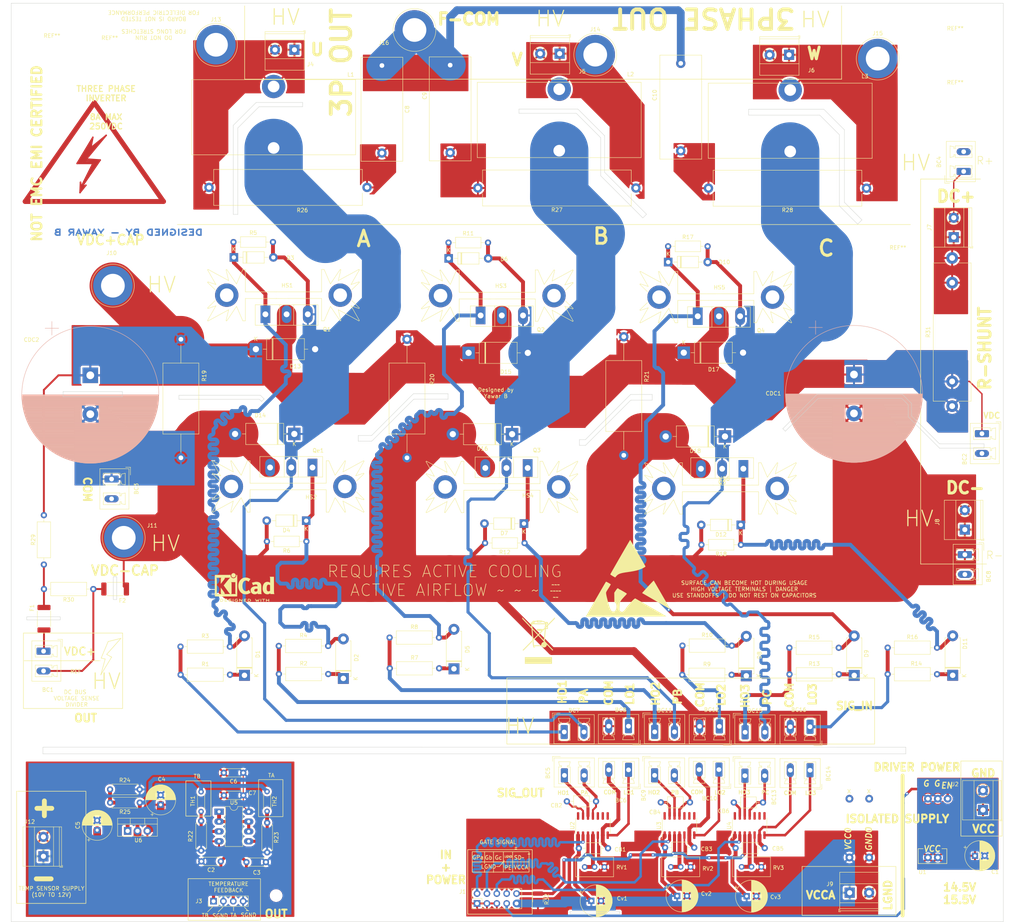
<source format=kicad_pcb>
(kicad_pcb (version 20211014) (generator pcbnew)
  (layers (0 "F.Cu" signal) (31 "B.Cu" signal) (34 "B.Paste" user) (35 "F.Paste" user) (36 "B.SilkS" user "B.Silkscreen") (37 "F.SilkS" user "F.Silkscreen") (38 "B.Mask" user) (39 "F.Mask" user) (44 "Edge.Cuts" user))
  (net 0 "")
  (net 1 "VCC")
  (net 2 "DGND")
  (net 3 "3V3")
  (net 4 "/VCCA")
  (net 5 "Net-(CB2-Pad1)")
  (net 6 "Net-(CB4-Pad1)")
  (net 7 "Net-(CB6-Pad1)")
  (net 8 "/LGND")
  (net 9 "Net-(D1-Pad1)")
  (net 10 "/Pa")
  (net 11 "/Pb")
  (net 12 "/Pc")
  (net 13 "/PW_ENdir")
  (net 14 "VDCsens")
  (net 15 "GPa")
  (net 16 "/Ta")
  (net 17 "/~SD")
  (net 18 "/Tb")
  (net 19 "/HO1")
  (net 20 "/LO1")
  (net 21 "/HO2")
  (net 22 "Net-(R24-Pad1)")
  (net 23 "Net-(RV1-Pad1)")
  (net 24 "Net-(RV2-Pad1)")
  (net 25 "Net-(RV3-Pad1)")
  (net 40 "Net-(C8-Pad2)")
  (net 41 "/LC_outputStage/u")
  (net 42 "/LC_outputStage/v")
  (net 43 "/LC_outputStage/w")
  (net 44 "/LO2")
  (net 45 "COM")
  (net 46 "Vdc")
  (net 47 "/HO3")
  (net 48 "/LO3")
  (net 49 "DCLP")
  (net 51 "DCLref")
  (net 55 "Net-(C10-Pad1)")
  (net 56 "Net-(C9-Pad2)")
  (net 57 "Net-(C10-Pad2)")
  (net 58 "Net-(D1-Pad2)")
  (net 59 "Net-(D2-Pad1)")
  (net 60 "Net-(D2-Pad2)")
  (net 61 "Net-(D5-Pad1)")
  (net 62 "Net-(D5-Pad2)")
  (net 63 "Net-(D7-Pad1)")
  (net 64 "Net-(D8-Pad1)")
  (net 65 "Net-(D9-Pad1)")
  (net 66 "Net-(D10-Pad1)")
  (net 67 "Net-(D11-Pad1)")
  (net 68 "Net-(D11-Pad2)")
  (net 69 "Net-(F1-Pad2)")
  (net 70 "SGND")
  (net 71 "GPc")
  (net 72 "GPb")
  (net 73 "Net-(R22-Pad1)")
  (net 74 "Net-(R23-Pad1)")
  (net 75 "VCCS")
  (footprint "Heatsink:Heatsink_Fischer_SK104-STCB_35x13mm__2xDrill3.5mm_ScrewM3" (layer "F.Cu") (at 151.815 155.9)
    (fp_text reference "HS4")
    (fp_text value "Heatsink_Pad_2Pin")
  )
  (footprint "Resistor_THT:R_Axial_DIN0309_L9.0mm_D3.2mm_P12.70mm_Horizontal" (layer "F.Cu") (at 68.375 204.17)
    (fp_text reference "R1")
    (fp_text value "4R")
  )
  (footprint "Connector_Phoenix_MC_HighVoltage:PhoenixContact_MCV_1,5_2-G-5.08_1x02_P5.08mm_Vertical" (layer "F.Cu") (at 230.2525 217.5575 180)
    (fp_text reference "BC16")
    (fp_text value "BoardConn")
  )
  (footprint "Connector_Phoenix_MC_HighVoltage:PhoenixContact_MCV_1,5_2-G-5.08_1x02_P5.08mm_Vertical" (layer "F.Cu") (at 167.0275 218.8925)
    (fp_text reference "BC7")
    (fp_text value "BoardConn")
  )
  (footprint "Resistor_THT:R_Axial_DIN0207_L6.3mm_D2.5mm_P10.16mm_Horizontal" (layer "F.Cu") (at 212.48 170.75 180)
    (fp_text reference "R18")
    (fp_text value "Rpd")
  )
  (footprint "Resistor_THT:R_Axial_DIN0309_L9.0mm_D3.2mm_P12.70mm_Horizontal" (layer "F.Cu") (at 68.35 196.945)
    (fp_text reference "R3")
    (fp_text value "10R 1W")
  )
  (footprint "Capacitor_THT:C_Axial_L3.8mm_D2.6mm_P7.50mm_Horizontal" (layer "F.Cu") (at 170.8 248.8)
    (fp_text reference "CB1")
    (fp_text value "300n")
  )
  (footprint "Capacitor_THT:C_Rect_L26.5mm_W10.5mm_P22.50mm_MKS4" (layer "F.Cu") (at 197 46.95 -90)
    (fp_text reference "C10")
    (fp_text value "C")
  )
  (footprint "Potentiometer_THT:Potentiometer_Bourns_3296W_Vertical" (layer "F.Cu") (at 194.45 253.59 180)
    (fp_text reference "RV2")
    (fp_text value "200k")
  )
  (footprint "Resistor_THT:R_Axial_DIN0309_L9.0mm_D3.2mm_P12.70mm_Horizontal" (layer "F.Cu") (at 122.17 202.52)
    (fp_text reference "R7")
    (fp_text value "4R")
  )
  (footprint "Diode_THT:D_DO-41_SOD81_P10.16mm_Horizontal" (layer "F.Cu") (at 82.07 96.85)
    (fp_text reference "D3")
    (fp_text value "18V")
  )
  (footprint "Diode_THT:D_DO-201AD_P15.24mm_Horizontal" (layer "F.Cu") (at 87.73 120.45)
    (fp_text reference "D13")
    (fp_text value "1N5408")
  )
  (footprint "Resistor_THT:R_Axial_DIN0204_L3.6mm_D1.6mm_P5.08mm_Horizontal" (layer "F.Cu") (at 90.615 234.22 -90)
    (fp_text reference "TH2")
    (fp_text value "Thermistor")
  )
  (footprint "Resistor_THT:R_Axial_DIN0309_L9.0mm_D3.2mm_P12.70mm_Horizontal" (layer "F.Cu") (at 224.965 204.065)
    (fp_text reference "R13")
    (fp_text value "4R")
  )
  (footprint "Package_TO_SOT_THT:TO-247-3_Vertical" (layer "F.Cu") (at 90.185 111.48)
    (fp_text reference "Q1")
    (fp_text value "HGTG11N120CND")
  )
  (footprint "Capacitor_THT:C_Disc_D4.3mm_W1.9mm_P5.00mm" (layer "F.Cu") (at 78.715 252.17 180)
    (fp_text reference "C2")
    (fp_text value "C")
  )
  (footprint "Connector_Phoenix_MC_HighVoltage:PhoenixContact_MCV_1,5_2-G-5.08_1x02_P5.08mm_Vertical" (layer "F.Cu") (at 206.9225 217.4475 180)
    (fp_text reference "BC12")
    (fp_text value "BoardConn")
  )
  (footprint "Connector_Phoenix_MC_HighVoltage:PhoenixContact_MCV_1,5_2-G-5.08_1x02_P5.08mm_Vertical" (layer "F.Cu") (at 33.13 198.12 -90)
    (fp_text reference "BC1")
    (fp_text value "BoardConn")
  )
  (footprint "Resistor_THT:R_Axial_DIN0207_L6.3mm_D2.5mm_P7.62mm_Horizontal" (layer "F.Cu") (at 57.875 237.07 180)
    (fp_text reference "R25")
    (fp_text value "R")
  )
  (footprint "Diode_THT:D_5W_P10.16mm_Horizontal" (layer "F.Cu") (at 110.225 205.125 90)
    (fp_text reference "D2")
    (fp_text value "Dm")
  )
  (footprint "Connector:Banana_Jack_1Pin" (layer "F.Cu") (at 247.65 45.72)
    (fp_text reference "J15")
    (fp_text value "Screw_Terminal_01x01")
  )
  (footprint "Connector_PinHeader_2.54mm:PinHeader_2x05_P2.54mm_Vertical" (layer "F.Cu") (at 144.615 262.995 90)
    (fp_text reference "J1")
    (fp_text value "DRV_IN")
  )
  (footprint "Connector_Phoenix_MC_HighVoltage:PhoenixContact_MCV_1,5_2-G-5.08_1x02_P5.08mm_Vertical" (layer "F.Cu") (at 269.7625 74.7425 90)
    (fp_text reference "BC4")
    (fp_text value "BoardConn")
  )
  (footprint "Resistor_THT:R_Axial_DIN0309_L9.0mm_D3.2mm_P12.70mm_Horizontal" (layer "F.Cu") (at 93.65 203.995)
    (fp_text reference "R2")
    (fp_text value "4R")
  )
  (footprint "Capacitor_THT:CP_Radial_D8.0mm_P2.50mm" (layer "F.Cu") (at 196.087349 261.07)
    (fp_text reference "Cv2")
    (fp_text value "10uF")
  )
  (footprint "Package_TO_SOT_THT:TO-247-3_Vertical" (layer "F.Cu") (at 102.285 150.88 180)
    (fp_text reference "Qe1")
    (fp_text value "HGTG11N120CND")
  )
  (footprint "Resistor_THT:R_Axial_Shunt_L35.3mm_W9.5mm_PS25.40mm_P38.10mm" (layer "F.Cu") (at 266.8 135.1 90)
    (fp_text reference "R31")
    (fp_text value "R_Shunt")
  )
  (footprint "Resistor_THT:R_Axial_DIN0918_L18.0mm_D9.0mm_P30.48mm_Horizontal" (layer "F.Cu") (at 182.35 117.255 -90)
    (fp_text reference "R21")
    (fp_text value "R")
  )
  (footprint "Resistor_THT:R_Axial_DIN0309_L9.0mm_D3.2mm_P12.70mm_Horizontal" (layer "F.Cu") (at 250.215 204.04)
    (fp_text reference "R14")
    (fp_text value "4R")
  )
  (footprint "MountingHole:MountingHole_2.2mm_M2" (layer "F.Cu") (at 92.94 260.97 180)
    (fp_text reference "REF**" hide)
    (fp_text value "MountingHole_2.2mm_M2" hide)
  )
  (footprint "Diode_THT:D_DO-41_SOD81_P10.16mm_Horizontal" (layer "F.Cu") (at 156.68 165.3 180)
    (fp_text reference "D7")
    (fp_text value "18V")
  )
  (footprint "Resistor_THT:R_Axial_DIN0207_L6.3mm_D2.5mm_P10.16mm_Horizontal" (layer "F.Cu") (at 81.97 92.9)
    (fp_text reference "R5")
    (fp_text value "Rpd")
  )
  (footprint "Resistor_THT:R_Axial_DIN0204_L3.6mm_D1.6mm_P5.08mm_Horizontal" (layer "F.Cu") (at 73.64 234.27 -90)
    (fp_text reference "TH1")
    (fp_text value "Thermistor")
  )
  (footprint "Package_SO:SOIC-14_3.9x8.7mm_P1.27mm" (layer "F.Cu") (at 174.41 242.97 90)
    (fp_text reference "U2")
    (fp_text value "2ED21094S06JXUMA1")
  )
  (footprint "TerminalBlock_Phoenix:TerminalBlock_Phoenix_MKDS-1,5-2_1x02_P5.00mm_Horizontal" (layer "F.Cu") (at 224.85 44.745 180)
    (fp_text reference "J6")
    (fp_text value "P_drv_12V")
  )
  (footprint "Heatsink:Heatsink_Fischer_SK104-STCB_35x13mm__2xDrill3.5mm_ScrewM3" (layer "F.Cu") (at 150.615 106.7)
    (fp_text reference "HS3")
    (fp_text value "Heatsink_Pad_2Pin")
  )
  (footprint "MountingHole:MountingHole_2.2mm_M2" (layer "F.Cu") (at 35.3 43.05)
    (fp_text reference "REF**")
    (fp_text value "MountingHole_2.2mm_M2")
  )
  (footprint "Connector:Banana_Jack_1Pin" (layer "F.Cu") (at 50.96 104.12)
    (fp_text reference "J10")
    (fp_text value "Screw_Terminal_01x01")
  )
  (footprint "MountingHole:MountingHole_2.2mm_M2" (layer "F.Cu") (at 267.6 41.15)
    (fp_text reference "REF**")
    (fp_text value "MountingHole_2.2mm_M2")
  )
  (footprint "Diode_THT:D_5W_P10.16mm_Horizontal" (layer "F.Cu") (at 241.615 204.345 90)
    (fp_text reference "D9")
    (fp_text value "Dm")
  )
  (footprint "Potentiometer_THT:Potentiometer_Bourns_3296W_Vertical" (layer "F.Cu") (at 172.29 253.61 180)
    (fp_text reference "RV1")
    (fp_text value "200k")
  )
  (footprint "Diode_THT:D_5W_P10.16mm_Horizontal" (layer "F.Cu") (at 84.8 204.33 90)
    (fp_text reference "D1")
    (fp_text value "Dm")
  )
  (footprint "Potentiometer_THT:Potentiometer_Bourns_3296W_Vertical" (layer "F.Cu") (at 212.65 253.575 180)
    (fp_text reference "RV3")
    (fp_text value "200k")
  )
  (footprint "TerminalBlock_Phoenix:TerminalBlock_Phoenix_MKDS-1,5-2_1x02_P5.00mm_Horizontal" (layer "F.Cu") (at 165.85 44.445 180)
    (fp_text reference "J5")
    (fp_text value "P_drv_12V")
  )
  (footprint "Resistor_SMD:R_1210_3225Metric" (layer "F.Cu") (at 160.27 261.92 -90)
    (fp_text reference "R32")
    (fp_text value "Rpd")
  )
  (footprint "TerminalBlock_Phoenix:TerminalBlock_Phoenix_MKDS-1,5-2_1x02_P5.00mm_Horizontal" (layer "F.Cu") (at 33.095 250.87 90)
    (fp_text reference "J12")
    (fp_text value "P_drv_12V")
  )
  (footprint "Heatsink:Heatsink_Fischer_SK104-STCB_35x13mm__2xDrill3.5mm_ScrewM3" (layer "F.Cu") (at 208.02 156.28)
    (fp_text reference "HS6")
    (fp_text value "Heatsink_Pad_2Pin")
  )
  (footprint "Inductor_THT:L_Toroid_Vertical_L41.9mm_W19.1mm_P15.80mm_Vishay_TJ7" (layer "F.Cu") (at 92.3 52.9)
    (fp_text reference "L1")
    (fp_text value "L_Ferrite")
  )
  (footprint "Capacitor_THT:CP_Radial_D8.0mm_P2.50mm" (layer "F.Cu") (at 213.947349 261.125)
    (fp_text reference "Cv3")
    (fp_text value "10uF")
  )
  (footprint "MountingHole:MountingHole_2.2mm_M2" (layer "F.Cu") (at 241.93 217.7 180)
    (fp_text reference "REF**" hide)
    (fp_text value "MountingHole_2.2mm_M2" hide)
  )
  (footprint "Resistor_THT:R_Axial_DIN0309_L9.0mm_D3.2mm_P12.70mm_Horizontal" (layer "F.Cu") (at 224.94 197.24)
    (fp_text reference "R15")
    (fp_text value "10R 1W")
  )
  (footprint "Diode_THT:D_DO-201AD_P15.24mm_Horizontal" (layer "F.Cu") (at 153.62 142.3 180)
    (fp_text reference "D16")
    (fp_text value "1N5408")
  )
  (footprint "Connector_Phoenix_MC_HighVoltage:PhoenixContact_MCV_1,5_2-G-5.08_1x02_P5.08mm_Vertical" (layer "F.Cu") (at 274.46 142.18 -90)
    (fp_text reference "BC2")
    (fp_text value "BoardConn")
  )
  (footprint "Package_TO_SOT_THT:TO-247-3_Vertical" (layer "F.Cu") (at 201.37 111.98)
    (fp_text reference "Q4")
    (fp_text value "HGTG11N120CND")
  )
  (footprint "Package_SO:SOIC-14_3.9x8.7mm_P1.27mm" (layer "F.Cu") (at 214.725 242.95 90)
    (fp_text reference "U4")
    (fp_text value "2ED21094S06JXUMA1")
  )
  (footprint "Capacitor_THT:CP_Radial_D7.5mm_P2.50mm" (layer "F.Cu") (at 46.915 244.145 90)
    (fp_text reference "C5")
    (fp_text value "C")
  )
  (footprint "Heatsink:Heatsink_Fischer_SK104-STCB_35x13mm__2xDrill3.5mm_ScrewM3" (layer "F.Cu") (at 95.635 106.58)
    (fp_text reference "HS1")
    (fp_text value "Heatsink_Pad_2Pin")
  )
  (footprint "Symbol:ESD-Logo_22x20mm_SilkScreen" (layer "F.Cu") (at 183.47 179.3)
    (fp_text reference "REF**" hide)
    (fp_text value "ESD-Logo_22x20mm_SilkScreen" hide)
  )
  (footprint "Capacitor_THT:C_Disc_D4.3mm_W1.9mm_P5.00mm" (layer "F.Cu") (at 84.49 229.395 180)
    (fp_text reference "C6")
    (fp_text value "C")
  )
  (footprint "MountingHole:MountingHole_2.2mm_M2" (layer "F.Cu") (at 71.79 215.99)
    (fp_text reference "REF**" hide)
    (fp_text value "MountingHole_2.2mm_M2")
  )
  (footprint "Connector:Banana_Jack_1Pin" (layer "F.Cu") (at 53.75 168.96)
    (fp_text reference "J11")
    (fp_text value "Screw_Terminal_01x01")
  )
  (footprint "Resistor_THT:R_Axial_DIN0309_L9.0mm_D3.2mm_P12.70mm_Horizontal" (layer "F.Cu") (at 197.435 196.695)
    (fp_text reference "R10")
    (fp_text value "10R 1W")
  )
  (footprint "Package_TO_SOT_THT:TO-247-3_Vertical" (layer "F.Cu") (at 213.1 151.2 180)
    (fp_text reference "Q5")
    (fp_text value "HGTG11N120CND")
  )
  (footprint "Diode_THT:D_DO-41_SOD81_P10.16mm_Horizontal" (layer "F.Cu") (at 137.32 97.1)
    (fp_text reference "D6")
    (fp_text value "18V")
  )
  (footprint "Package_TO_SOT_THT:TO-247-3_Vertical" (layer "F.Cu") (at 145.535 111.78)
    (fp_text reference "Q2")
    (fp_text value "HGTG11N120CND")
  )
  (footprint "MountingHole:MountingHole_2.2mm_M2" (layer "F.Cu") (at 270.17 186.89 180)
    (fp_text reference "REF**" hide)
    (fp_text value "MountingHole_2.2mm_M2" hide)
  )
  (footprint "Diode_THT:D_DO-201AD_P15.24mm_Horizontal" (layer "F.Cu") (at 208.37 142.9 180)
    (fp_text reference "D18")
    (fp_text value "1N5408")
  )
  (footprint "Connector:Banana_Jack_1Pin" (layer "F.Cu") (at 128.524 38.354)
    (fp_text reference "J16")
    (fp_text value "Screw_Terminal_01x01")
  )
  (footprint "Connector_Phoenix_MC_HighVoltage:PhoenixContact_MCV_1,5_2-G-5.08_1x02_P5.08mm_Vertical" (layer "F.Cu") (at 190.2775 230.0425)
    (fp_text reference "BC9")
    (fp_text value "BoardConn")
  )
  (footprint "Resistor_THT:R_Axial_DIN0309_L9.0mm_D3.2mm_P12.70mm_Horizontal" (layer "F.Cu") (at 93.625 196.77)
    (fp_text reference "R4")
    (fp_text value "10R 1W")
  )
  (footprint "TerminalBlock_Phoenix:TerminalBlock_Phoenix_MKDS-1,5-2_1x02_P5.00mm_Horizontal" (layer "F.Cu") (at 240.44 260.23)
    (fp_text reference "J9")
    (fp_text value "P_drv_12V")
  )
  (footprint "Resistor_THT:R_Axial_DIN0309_L9.0mm_D3.2mm_P12.70mm_Horizontal" (layer "F.Cu") (at 45.93 182.14 180)
    (fp_text reference "R30")
    (fp_text value "10M 0.5W")
  )
  (footprint "MountingHole:MountingHole_2.2mm_M2" (layer "F.Cu") (at 252.85 97.55)
    (fp_text reference "REF**")
    (fp_text value "MountingHole_2.2mm_M2")
  )
  (footprint "Murata_DC_DC_NCS12:murata_ncs12s1215c_15v" (layer "F.Cu") (at 252.19 257.393 180)
    (fp_text reference "U1")
    (fp_text value "Murata_NCS12S1215C_15V_DC-DC_converter")
  )
  (footprint "Resistor_THT:R_Axial_DIN0207_L6.3mm_D2.5mm_P7.62mm_Horizontal" (layer "F.Cu") (at 90.64 242.235 -90)
    (fp_text reference "R23")
    (fp_text value "R")
  )
  (footprint "Diode_THT:D_DO-41_SOD81_P10.16mm_Horizontal" (layer "F.Cu") (at 212.43 165.65 180)
    (fp_text reference "D12")
    (fp_text value "18V")
  )
  (footprint "Capacitor_THT:C_Axial_L3.8mm_D2.6mm_P7.50mm_Horizontal" (layer "F.Cu") (at 191.87 236.99)
    (fp_text reference "CB4")
    (fp_text value "300n")
  )
  (footprint "Package_DIP:DIP-8_W7.62mm_LongPads" (layer "F.Cu") (at 78.265 239.395)
    (fp_text reference "U5")
    (fp_text value "LM358")
  )
  (footprint "Resistor_THT:R_Axial_DIN0207_L6.3mm_D2.5mm_P10.16mm_Horizontal" (layer "F.Cu") (at 137.27 93.05)
    (fp_text reference "R11")
    (fp_text value "Rpd")
  )
  (footprint "Diode_THT:D_5W_P10.16mm_Horizontal" (layer "F.Cu") (at 138.67 202.65 90)
    (fp_text reference "D5")
    (fp_text value "Dm")
  )
  (footprint "Resistor_THT:R_Axial_Power_L38.0mm_W9.0mm_P40.64mm" (layer "F.Cu") (at 185.47 79 180)
    (fp_text reference "R27")
    (fp_text value "R")
  )
  (footprint "Connector_Phoenix_MC_HighVoltage:PhoenixContact_MCV_1,5_2-G-5.08_1x02_P5.08mm_Vertical" (layer "F.Cu") (at 167.075 230.05)
    (fp_text reference "BC5")
    (fp_text value "BoardConn")
  )
  (footprint "Connector_Phoenix_MC_HighVoltage:PhoenixContact_MCV_1,5_2-G-5.08_1x02_P5.08mm_Vertical" (layer "F.Cu") (at 190.3025 218.8675)
    (fp_text reference "BC11")
    (fp_text value "BoardConn")
  )
  (footprint "MountingHole:MountingHole_2.2mm_M2" (layer "F.Cu") (at 31.41 215.99)
    (fp_text reference "REF**" hide)
    (fp_text value "MountingHole_2.2mm_M2")
  )
  (footprint "Resistor_THT:R_Axial_Power_L38.0mm_W9.0mm_P40.64mm" (layer "F.Cu") (at 75.68 78.85)
    (fp_text reference "R26")
    (fp_text value "R")
  )
  (footprint "MountingHole:MountingHole_2.2mm_M2" (layer "F.Cu") (at 133.77 261.68)
    (fp_text reference "REF**" hide)
    (fp_text value "MountingHole_2.2mm_M2")
  )
  (footprint "Resistor_THT:R_Axial_DIN0309_L9.0mm_D3.2mm_P12.70mm_Horizontal" (layer "F.Cu") (at 33.21 175.84 90)
    (fp_text reference "R29")
    (fp_text value "10M 0.5W")
  )
  (footprint "TerminalBlock_Phoenix:TerminalBlock_Phoenix_MKDS-1,5-2_1x02_P5.00mm_Horizontal" (layer "F.Cu") (at 270.055 166.85 90)
    (fp_text reference "J8")
    (fp_text value "N_drv500v")
  )
  (footprint "Capacitor_THT:CP_Radial_D7.5mm_P2.50mm" (layer "F.Cu") (at 272.668606 250.73)
    (fp_text reference "C1")
    (fp_text value "C")
  )
  (footprint "Capacitor_THT:C_Rect_L26.5mm_W10.5mm_P22.50mm_MKS4" (layer "F.Cu") (at 120.15 47.5 -90)
    (fp_text reference "C8")
    (fp_text value "C")
  )
  (footprint "Diode_THT:D_DO-201AD_P15.24mm_Horizontal" (layer "F.Cu") (at 97.62 142.25 180)
    (fp_text reference "D14")
    (fp_text value "1N5408")
  )
  (footprint "MountingHole:MountingHole_2.2mm_M2" (layer "F.Cu") (at 57.08 204.9 180)
    (fp_text reference "REF**" hide)
    (fp_text value "MountingHole_2.2mm_M2" hide)
  )
  (footprint "TerminalBlock_Phoenix:TerminalBlock_Phoenix_MKDS-1,5-2_1x02_P5.00mm_Horizontal" (layer "F.Cu") (at 97.65 43.445 180)
    (fp_text reference "J4")
    (fp_text value "P_drv_12V")
  )
  (footprint "Connector_Phoenix_MC_HighVoltage:PhoenixContact_MCV_1,5_2-G-5.08_1x02_P5.08mm_Vertical" (layer "F.Cu") (at 206.82 228.57 180)
    (fp_text reference "BC10")
    (fp_text value "BoardConn")
  )
  (footprint "Connector:Banana_Jack_1Pin" (layer "F.Cu") (at 77.47 42.164)
    (fp_text reference "J13")
    (fp_text value "Screw_Terminal_01x01")
  )
  (footprint "Capacitor_THT:C_Axial_L3.8mm_D2.6mm_P7.50mm_Horizontal" (layer "F.Cu") (at 192.97 248.63)
    (fp_text reference "CB3")
    (fp_text value "300n")
  )
  (footprint "Diode_THT:D_DO-41_SOD81_P10.16mm_Horizontal" (layer "F.Cu") (at 193.77 98.05)
    (fp_text reference "D10")
    (fp_text value "18V")
  )
  (footprint "Capacitor_THT:C_Rect_L26.5mm_W10.5mm_P22.50mm_MKS4" (layer "F.Cu") (at 137.7 47.4 -90)
    (fp_text reference "C9")
    (fp_text value "C")
  )
  (footprint "Resistor_THT:R_Axial_DIN0207_L6.3mm_D2.5mm_P10.16mm_Horizontal" (layer "F.Cu") (at 193.75 94)
    (fp_text reference "R17")
    (fp_text value "Rpd")
  )
  (footprint "Heatsink:Heatsink_Fischer_SK104-STCB_35x13mm__2xDrill3.5mm_ScrewM3" (layer "F.Cu") (at 206.82 107.08)
    (fp_text reference "HS5")
    (fp_text value "Heatsink_Pad_2Pin")
  )
  (footprint "TerminalBlock_Phoenix:TerminalBlock_Phoenix_MKDS-1,5-2_1x02_P5.00mm_Horizontal" (layer "F.Cu") (at 267.205 91.65 90)
    (fp_text reference "J7")
    (fp_text value "P_drv300v")
  )
  (footprint "Inductor_THT:L_Toroid_Vertical_L41.9mm_W19.1mm_P15.80mm_Vishay_TJ7" (layer "F.Cu") (at 225.15 53.8)
    (fp_text reference "L3")
    (fp_text value "L_Ferrite")
  )
  (footprint "MountingHole:MountingHole_2.2mm_M2" (layer "F.Cu") (at 261.67 261.37)
    (fp_text reference "REF**" hide)
    (fp_text value "MountingHole_2.2mm_M2")
  )
  (footprint "MountingHole:MountingHole_2.2mm_M2" (layer "F.Cu") (at 50.15 43.6)
    (fp_text reference "REF**")
    (fp_text value "MountingHole_2.2mm_M2")
  )
  (footprint "Capacitor_THT:C_Disc_D4.3mm_W1.9mm_P5.00mm" (layer "F.Cu") (at 84.515 235.195 180)
    (fp_text reference "C7")
    (fp_text value "C")
  )
  (footprint "Symbol:WEEE-Logo_8.4x12mm_SilkScreen" (layer "F.Cu") (at 160.43 195.39)
    (fp_text reference "REF**" hide)
    (fp_text value "WEEE-Logo_8.4x12mm_SilkScreen" hide)
  )
  (footprint "MountingHole:MountingHole_2.2mm_M2" (layer "F.Cu") (at 41.24 169.21)
    (fp_text reference "REF**" hide)
    (fp_text value "MountingHole_2.2mm_M2")
  )
  (footprint "Diode_THT:D_DO-201AD_P15.24mm_Horizontal" (layer "F.Cu") (at 197.78 121.35)
    (fp_text reference "D17")
    (fp_text value "1N5408")
  )
  (footprint "Capacitor_THT:CP_Radial_D8.0mm_P2.50mm" (layer "F.Cu") (at 174.007349 262.33)
    (fp_text reference "Cv1")
    (fp_text value "10uF")
  )
  (footprint "Fuse:Fuse_2512_6332Metric" (layer "F.Cu") (at 33.24 189.78 90)
    (fp_text reference "F1")
    (fp_text value "Fuse_Small")
  )
  (footprint "MountingHole:MountingHole_2.2mm_M2" (layer "F.Cu") (at 275.8 261.7)
    (fp_text reference "REF**" hide)
    (fp_text value "MountingHole_2.2mm_M2")
  )
  (footprint "Connector_PinHeader_2.54mm:PinHeader_1x04_P2.54mm_Vertical" (layer "F.Cu") (at 76.84 262.42 90)
    (fp_text reference "J3")
    (fp_text value "SENS_OUT")
  )
  (footprint "Connector_Phoenix_MC_HighVoltage:PhoenixContact_MCV_1,5_2-G-5.08_1x02_P5.08mm_Vertical" (layer "F.Cu") (at 183.5725 228.6325 180)
    (fp_text reference "BC6")
    (fp_text value "BoardConn")
  )
  (footprint "Connector:Banana_Jack_1Pin" (layer "F.Cu") (at 175.006 44.704)
    (fp_text reference "J14")
    (fp_text value "Screw_Terminal_01x01")
  )
  (footprint "Capacitor_THT:C_Axial_L3.8mm_D2.6mm_P7.50mm_Horizontal" (layer "F.Cu") (at 167.71 236.74)
    (fp_text reference "CB2")
    (fp_text value "300n")
  )
  (footprint "Resistor_THT:R_Axial_Power_L38.0mm_W9.0mm_P40.64mm" (layer "F.Cu") (at 244.77 79.05 180)
    (fp_text reference "R28")
    (fp_text value "R")
  )
  (footprint "Package_TO_SOT_THT:TO-247-3_Vertical" (layer "F.Cu") (at 157.635 151 180)
    (fp_text reference "Q3")
    (fp_text value "HGTG11N120CND")
  )
  (footprint "Capacitor_THT:C_Axial_L3.8mm_D2.6mm_P7.50mm_Horizontal" (layer "F.Cu") (at 211.1 248.75)
    (fp_text reference "CB5")
    (fp_text value "300n")
  )
  (footprint "TerminalBlock_Phoenix:TerminalBlock_Phoenix_MKDS-1,5-2_1x02_P5.00mm_Horizontal" (layer "F.Cu") (at 274.725 238.95 90)
    (fp_text reference "J2")
    (fp_text value "P_drv_12V")
  )
  (footprint "Connector_Phoenix_MC_HighVoltage:PhoenixContact_MCV_1,5_2-G-5.08_1x02_P5.08mm_Vertical" (layer "F.Cu") (at 270.0675 173.2875 -90)
    (fp_text reference "BC8")
    (fp_text value "BoardConn")
  )
  (footprint "Capacitor_THT:C_Axial_L3.8mm_D2.6mm_P7.50mm_Horizontal" (layer "F.Cu") (at 210.65 237.025)
    (fp_text reference "CB6")
    (fp_text value "300n")
  )
  (footprint "Heatsink:Heatsink_Fischer_SK104-STCB_35x13mm__2xDrill3.5mm_ScrewM3" (layer "F.Cu") (at 96.835 155.78)
    (fp_text reference "HS2")
    (fp_text value "Heatsink_Pad_2Pin")
  )
  (footprint "Capacitor_THT:C_Disc_D4.3mm_W1.9mm_P5.00mm" (layer "F.Cu") (at 85.315 252.37)
    (fp_text reference "C3")
    (fp_text value "C")
  )
  (footprint "Connector_Phoenix_MC_HighVoltage:PhoenixContact_MCV_1,5_2-G-5.08_1x02_P5.08mm_Vertical" (layer "F.Cu") (at 183.55 217.4 180)
    (fp_text reference "BC8")
    (fp_text value "BoardConn")
  )
  (footprint "Resistor_THT:R_Axial_DIN0207_L6.3mm_D2.5mm_P7.62mm_Horizontal" (layer "F.Cu") (at 73.665 241.785 -90)
    (fp_text reference "R22")
    (fp_text value "R")
  )
  (footprint "Diode_THT:D_5W_P10.16mm_Horizontal" (layer "F.Cu") (at 213.86 204.45 90)
    (fp_text reference "D8")
    (fp_text value "Dm")
  )
  (footprint "MountingHole:MountingHole_2.2mm_M2" (layer "F.Cu") (at 242.26 228.36 180)
    (fp_text reference "REF**" hide)
    (fp_text value "MountingHole_2.2mm_M2" hide)
  )
  (footprint "Connector_Phoenix_MC_HighVoltage:PhoenixContact_MCV_1,5_2-G-5.08_1x02_P5.08mm_Vertical" (layer "F.Cu") (at 213.5525 218.9675)
    (fp_text reference "BC15")
    (fp_text value "BoardConn")
  )
  (footprint "Connector_Phoenix_MC_HighVoltage:PhoenixContact_MCV_1,5_2-G-5.08_1x02_P5.08mm_Vertical" (layer "F.Cu") (at 50.6275 153.8475 -90)
    (fp_text reference "BC3")
    (fp_text value "BoardConn")
  )
  (footprint "Diode_THT:D_DO-201AD_P15.24mm_Horizontal" (layer "F.Cu") (at 142.43 121.4)
    (fp_text reference "D15")
    (fp_text value "1N5408")
  )
  (footprint "Resistor_THT:R_Axial_DIN0207_L6.3mm_D2.5mm_P10.16mm_Horizontal" (layer "F.Cu") (at 156.83 170.3 180)
    (fp_text reference "R12")
    (fp_text value "Rpd")
  )
  (footprint "Resistor_THT:R_Axial_DIN0309_L9.0mm_D3.2mm_P12.70mm_Horizontal" (layer "F.Cu") (at 197.385 204.195)
    (fp_text reference "R9")
    (fp_text value "4R")
  )
  (footprint "Connector_Phoenix_MC_HighVoltage:PhoenixContact_MCV_1,5_2-G-5.08_1x02_P5.08mm_Vertical" (layer "F.Cu") (at 213.5025 230.1425)
    (fp_text reference "BC13")
    (fp_text value "BoardConn")
  )
  (footprint "Capacitor_THT:CP_Radial_D7.5mm_P2.50mm" (layer "F.Cu") (at 63.24 237.606394 90)
    (fp_text reference "C4")
    (fp_text value "C")
  )
  (footprint "MountingHole:MountingHole_2.2mm_M2" (layer "F.Cu") (at 267.6 55.05)
    (fp_text reference "REF**")
    (fp_text value "MountingHole_2.2mm_M2")
  )
  (footprint "Inductor_THT:L_Toroid_Vertical_L41.9mm_W19.1mm_P15.80mm_Vishay_TJ7" (layer "F.Cu") (at 165.75 53.6)
    (fp_text reference "L2")
    (fp_text value "L_Ferrite")
  )
  (footprint "Diode_THT:D_5W_P10.16mm_Horizontal" (layer "F.Cu") (at 266.94 204.32 90)
    (fp_text reference "D11")
    (fp_text value "Dm")
  )
  (footprint "MountingHole:MountingHole_2.2mm_M2" (layer "F.Cu") (at 152.3 229.07 180)
    (fp_text reference "REF**" hide)
    (fp_text value "MountingHole_2.2mm_M2" hide)
  )
  (footprint "Fuse:Fuse_2512_6332Metric" (layer "F.Cu") (at 51.54 182.13)
    (fp_text reference "F2")
    (fp_text value "Fuse_Small")
  )
  (footprint "Resistor_THT:R_Axial_DIN0309_L9.0mm_D3.2mm_P12.70mm_Horizontal" (layer "F.Cu") (at 250.215 197.215)
    (fp_text reference "R16")
    (fp_text value "10R 1W")
  )
  (footprint "Symbol:KiCad-Logo2_6mm_SilkScreen" (layer "F.Cu") (at 84.832514 181.024848)
    (fp_text reference "REF**" hide)
    (fp_text value "KiCad-Logo2_6mm_SilkScreen" hide)
  )
  (footprint "Resistor_THT:R_Axial_DIN0207_L6.3mm_D2.5mm_P10.16mm_Horizontal" (layer "F.Cu") (at 100.73 169.9 180)
    (fp_text reference "R6")
    (fp_text value "Rpd")
  )
  (footprint "Resistor_THT:R_Axial_DIN0918_L18.0mm_D9.0mm_P30.48mm_Horizontal" (layer "F.Cu") (at 126.6 117.905 -90)
    (fp_text reference "R20")
    (fp_text value "R")
  )
  (footprint "Diode_THT:D_DO-41_SOD81_P10.16mm_Horizontal" (layer "F.Cu") (at 100.68 164.55 180)
    (fp_text reference "D4")
    (fp_text value "18V")
  )
  (footprint "Symbol:Symbol_HighVoltage_Type2_CopperTop_Big" (layer "F.Cu") (at 46.19 72.31)
    (fp_text reference "REF**" hide)
    (fp_text value "Symbol_HighVoltage_Type2_CopperTop_Big")
  )
  (footprint "Resistor_THT:R_Axial_DIN0207_L6.3mm_D2.5mm_P7.62mm_Horizontal" (layer "F.Cu") (at 50.23 233.67)
    (fp_text reference "R24")
    (fp_text value "R")
  )
  (footprint "Resistor_THT:R_Axial_DIN0918_L18.0mm_D9.0mm_P30.48mm_Horizontal" (layer "F.Cu") (at 68.45 117.905 -90)
    (fp_text reference "R19")
    (fp_text value "R")
  )
  (footprint "Resistor_THT:R_Axial_DIN0309_L9.0mm_D3.2mm_P12.70mm_Horizontal" (layer "F.Cu") (at 122.12 194.62)
    (fp_text reference "R8")
    (fp_text value "10R 1W")
  )
  (footprint "Package_SO:SOIC-14_3.9x8.7mm_P1.27mm" (layer "F.Cu") (at 196.67 242.95 90)
    (fp_text reference "U3")
    (fp_text value "2ED21094S06JXUMA1")
  )
  (footprint "Connector_Phoenix_MC_HighVoltage:PhoenixContact_MCV_1,5_2-G-5.08_1x02_P5.08mm_Vertical" (layer "F.Cu") (at 230.2475 228.7325 180)
    (fp_text reference "BC14")
    (fp_text value "BoardConn")
  )
  (footprint "Package_TO_SOT_THT:TO-220-3_Vertical" (layer "F.Cu") (at 54.75 244.34)
    (fp_text reference "U6")
    (fp_text value "LM317_TO-220")
  )
  (footprint "Capacitor_THT:CP_Radial_D35.0mm_P10.00mm_SnapIn" (layer "B.Cu") (at 241.55 126.969501 -90)
    (fp_text reference "CDC1")
    (fp_text value "2200uF")
  )
  (footprint "Capacitor_THT:CP_Radial_D35.0mm_P10.00mm_SnapIn" (layer "B.Cu") (at 45.15 127.169501 -90)
    (fp_text reference "CDC2")
    (fp_text value "2200uF")
  )
  (gr_line (start 143.46 252.31) (end 157.988 252.306) (layer "F.SilkS") (width 0.15))
  (gr_line (start 47.85 204.22) (end 50.63 199.64) (layer "F.SilkS") (width 0.15))
  (gr_line (start 50.63 199.64) (end 49.36 198.94) (layer "F.SilkS") (width 0.15))
  (gr_line (start 238.36 32.15) (end 238.36 51.02) (layer "F.SilkS") (width 0.15))
  (gr_line (start 79.27 263.93) (end 78.05 265.15) (layer "F.SilkS") (width 0.15))
  (gr_line (start 81.99 263.9) (end 81.99 264.9) (layer "F.SilkS") (width 0.15))
  (gr_rect (start 228.21 253.48) (end 252.34 266.06) (layer "F.SilkS") (width 0.15) (fill none))
  (gr_line (start 258.064 248.92) (end 258.064 252.73) (layer "F.SilkS") (width 0.15))
  (gr_line (start 149.606 253.492) (end 150.368 253.492) (layer "F.SilkS") (width 0.15))
  (gr_line (start 148.844 249.682) (end 148.844 252.476) (layer "F.SilkS") (width 0.15))
  (gr_line (start 265.43 248.92) (end 264.16 248.92) (layer "F.SilkS") (width 0.15))
  (gr_line (start 153.76 249.71) (end 153.76 254.88) (layer "F.SilkS") (width 0.15))
  (gr_line (start 85.27 264.86) (end 85.9 264.86) (layer "F.SilkS") (width 0.15))
  (gr_line (start 259.334 248.92) (end 258.064 248.92) (layer "F.SilkS") (width 0.15))
  (gr_line (start 48.98 200.12) (end 47.85 204.22) (layer "F.SilkS") (width 0.15))
  (gr_line (start 148.844 254.254) (end 148.844 255.016) (layer "F.SilkS") (width 0.15))
  (gr_line (start 146.558 254.254) (end 146.558 255.016) (layer "F.SilkS") (width 0.15))
  (gr_rect (start 269.04 226.37) (end 279.64 245.67) (layer "F.SilkS") (width 0.15) (fill none))
  (gr_line (start 258.7 175.7) (end 275.65 175.7) (layer "F.SilkS") (width 0.15))
  (gr_line (start 53.03 194.81) (end 49.74 195.64) (layer "F.SilkS") (width 0.15))
  (gr_rect (start 26.21 234.14) (end 44.02 262.98) (layer "F.SilkS") (width 0.15) (fill none))
  (gr_line (start 49.36 198.94) (end 53.03 194.81) (layer "F.SilkS") (width 0.15))
  (gr_line (start 75.32 265.15) (end 76.57 263.9) (layer "F.SilkS") (width 0.15))
  (gr_line (start 258.064 252.73) (end 265.43 252.73) (layer "F.SilkS") (width 0.15))
  (gr_line (start 265.43 252.73) (end 265.43 248.92) (layer "F.SilkS") (width 0.15))
  (gr_line (start 84.81 264) (end 85.67 264.86) (layer "F.SilkS") (width 0.15))
  (gr_line (start 49.74 195.64) (end 47.95 199.88) (layer "F.SilkS") (width 0.15))
  (gr_line (start 146.558 249.682) (end 146.558 252.73) (layer "F.SilkS") (width 0.15))
  (gr_line (start 150.368 253.492) (end 151.638 251.968) (layer "F.SilkS") (width 0.15))
  (gr_line (start 151.39 249.75) (end 151.39 254.93) (layer "F.SilkS") (width 0.15))
  (gr_line (start 274.1 76.7) (end 258.7 76.7) (layer "F.SilkS") (width 0.15))
  (gr_line (start 238.36 51.02) (end 84.85 51.02) (layer "F.SilkS") (width 0.15))
  (gr_rect (start 69.72 231.48) (end 76.17 240.53) (layer "F.SilkS") (width 0.15) (fill none))
  (gr_rect (start 142.22 249.16) (end 158.81 265.75) (layer "F.SilkS") (width 0.15) (fill none))
  (gr_rect (start 70.31 256.63) (end 88.92 267.33) (layer "F.SilkS") (width 0.15) (fill none))
  (gr_rect (start 152.28 205.03) (end 246.86 222) (layer "F.SilkS") (width 0.15) (fill none))
  (gr_line (start 84.85 51.02) (end 84.85 32.15) (layer "F.SilkS") (width 0.15))
  (gr_line (start 85.67 264.86) (end 85.27 264.86) (layer "F.SilkS") (width 0.15))
  (gr_line (start 28.15 200.58) (end 47.68 200.58) (layer "F.SilkS") (width 0.15))
  (gr_line (start 254.05 230.1) (end 254.05 266.08) (layer "F.SilkS") (width 1))
  (gr_rect (start 143.37 249.682) (end 157.988 254.93) (layer "F.SilkS") (width 0.15) (fill none))
  (gr_line (start 258.7 76.7) (end 258.7 175.7) (layer "F.SilkS") (width 0.15))
  (gr_line (start 67.55 88.4) (end 256.05 88.4) (layer "F.SilkS") (width 0.15))
  (gr_rect (start 88.43 231.15) (end 94.69 240.67) (layer "F.SilkS") (width 0.15) (fill none))
  (gr_rect (start 27.95 193.46) (end 53.47 212.86) (layer "F.SilkS") (width 0.15) (fill none))
  (gr_line (start 47.95 199.88) (end 48.98 200.12) (layer "F.SilkS") (width 0.15))
  (gr_line (start 239.1 64.05) (end 239.1 82.7) (layer "Edge.Cuts") (width 0.1))
  (gr_line (start 253.85 133.1) (end 232.35 133.1) (layer "Edge.Cuts") (width 0.1))
  (gr_line (start 32.97 222.795) (end 32.97 224.525) (layer "Edge.Cuts") (width 0.1))
  (gr_line (start 254.89 222.8) (end 254.89 224.525) (layer "Edge.Cuts") (width 0.1))
  (gr_line (start 38.15 131.35) (end 38.2 131.35) (layer "Edge.Cuts") (width 0.1))
  (gr_line (start 168.54 265.65) (end 168.54 265.12) (layer "Edge.Cuts") (width 0.1))
  (gr_line (start 67.95 133.35) (end 67.95 132.3) (layer "Edge.Cuts") (width 0.1))
  (gr_line (start 263.55 145.9) (end 255.5 137.85) (layer "Edge.Cuts") (width 0.1))
  (gr_line (start 214.45 58.75) (end 233.8 58.75) (layer "Edge.Cuts") (width 0.1))
  (gr_line (start 32.97 222.795) (end 254.89 222.8) (layer "Edge.Cuts") (width 0.1))
  (gr_line (start 172.5 143.7) (end 184.1 132.1) (layer "Edge.Cuts") (width 0.1))
  (gr_line (start 88.55 58.1) (end 99.75 58.1) (layer "Edge.Cuts") (width 0.1))
  (gr_line (start 176.4 75.85) (end 176.4 66.5) (layer "Edge.Cuts") (width 0.1))
  (gr_line (start 99.75 58.1) (end 99.75 57) (layer "Edge.Cuts") (width 0.1))
  (gr_line (start 137.15 133.3) (end 137.15 131.9) (layer "Edge.Cuts") (width 0.1))
  (gr_line (start 223.25 140.9) (end 232.1 132) (layer "Edge.Cuts") (width 0.1))
  (gr_line (start 256.35 137.6) (end 263.55 144.8) (layer "Edge.Cuts") (width 0.1))
  (gr_line (start 263.55 144.8) (end 275 144.8) (layer "Edge.Cuts") (width 0.1))
  (gr_line (start 53.4 131.35) (end 53.4 132.7) (layer "Edge.Cuts") (width 0.1))
  (gr_line (start 117.55 144.1) (end 128.35 133.3) (layer "Edge.Cuts") (width 0.1))
  (gr_line (start 137.15 131.9) (end 129.8 131.9) (layer "Edge.Cuts") (width 0.1))
  (gr_line (start 232.1 132) (end 253.95 132) (layer "Edge.Cuts") (width 0.1))
  (gr_line (start 184.15 133.55) (end 172.5 145.2) (layer "Edge.Cuts") (width 0.1))
  (gr_line (start 117.5 142.65) (end 114.05 142.65) (layer "Edge.Cuts") (width 0.1))
  (gr_line (start 275 144.8) (end 275 145.9) (layer "Edge.Cuts") (width 0.1))
  (gr_line (start 214.45 60.25) (end 214.45 58.75) (layer "Edge.Cuts") (width 0.1))
  (gr_line (start 155.4 58.7) (end 170.55 58.7) (layer "Edge.Cuts") (width 0.1))
  (gr_line (start 177.4 74.95) (end 188.2 85.75) (layer "Edge.Cuts") (width 0.1))
  (gr_rect (start 28.81 189.28) (end 37.43 190.08) (layer "Edge.Cuts") (width 0.1) (fill none))
  (gr_line (start 181.29 265.65) (end 168.54 265.65) (layer "Edge.Cuts") (width 0.1))
  (gr_line (start 184.1 132.1) (end 189.65 132.1) (layer "Edge.Cuts") (width 0.1))
  (gr_line (start 176.4 66.05) (end 170.15 59.8) (layer "Edge.Cuts") (width 0.1))
  (gr_line (start 188.2 85.75) (end 187.25 86.7) (layer "Edge.Cuts") (width 0.1))
  (gr_line (start 38.2 131.35) (end 53.4 131.35) (layer "Edge.Cuts") (width 0.1))
  (gr_line (start 255.5 134.75) (end 253.85 133.1) (layer "Edge.Cuts") (width 0.1))
  (gr_line (start 88.65 133.35) (end 67.95 133.35) (layer "Edge.Cuts") (width 0.1))
  (gr_line (start 187.25 86.7) (end 176.4 75.85) (layer "Edge.Cuts") (width 0.1))
  (gr_line (start 237.8 83.6) (end 237.8 65.3) (layer "Edge.Cuts") (width 0.1))
  (gr_line (start 170.15 59.8) (end 155.4 59.8) (layer "Edge.Cuts") (width 0.1))
  (gr_line (start 168.54 265.12) (end 168.55 265.12) (layer "Edge.Cuts") (width 0.1))
  (gr_line (start 181.29 265.12) (end 181.29 265.65) (layer "Edge.Cuts") (width 0.1))
  (gr_line (start 32.97 224.525) (end 254.89 224.525) (layer "Edge.Cuts") (width 0.1))
  (gr_line (start 24.8 31.5) (end 24.8 267.67) (layer "Edge.Cuts") (width 0.1))
  (gr_line (start 114.05 144.1) (end 117.55 144.1) (layer "Edge.Cuts") (width 0.1))
  (gr_line (start 232.35 133.1) (end 223.9 141.55) (layer "Edge.Cuts") (width 0.1))
  (gr_line (start 114.05 142.65) (end 114.05 144.1) (layer "Edge.Cuts") (width 0.1))
  (gr_line (start 99.75 57) (end 87.8 57) (layer "Edge.Cuts") (width 0.1))
  (gr_line (start 83.1 85.8) (end 83.1 63.55) (layer "Edge.Cuts") (width 0.1))
  (gr_line (start 256.35 134.4) (end 256.35 137.6) (layer "Edge.Cuts") (width 0.1))
  (gr_line (start 89.2 133.9) (end 88.65 133.35) (layer "Edge.Cuts") (width 0.1))
  (gr_line (start 89.85 133.25) (end 89.2 133.9) (layer "Edge.Cuts") (width 0.1))
  (gr_line (start 87.8 57) (end 81.9 62.9) (layer "Edge.Cuts") (width 0.1))
  (gr_line (start 275 145.9) (end 263.55 145.9) (layer "Edge.Cuts") (width 0.1))
  (gr_line (start 242.5 88.3) (end 237.8 83.6) (layer "Edge.Cuts") (width 0.1))
  (gr_line (start 69 132.3) (end 88.9 132.3) (layer "Edge.Cuts") (width 0.1))
  (gr_line (start 170.95 145.2) (end 170.95 143.7) (layer "Edge.Cuts") (width 0.1))
  (gr_line (start 189.65 132.1) (end 189.65 133.55) (layer "Edge.Cuts") (width 0.1))
  (gr_line (start 232.75 60.25) (end 214.45 60.25) (layer "Edge.Cuts") (width 0.1))
  (gr_line (start 255.5 137.85) (end 255.5 134.75) (layer "Edge.Cuts") (width 0.1))
  (gr_rect (start 51.04 178.99) (end 51.96 184.83) (layer "Edge.Cuts") (width 0.1) (fill none))
  (gr_line (start 223.9 141.55) (end 223.25 140.9) (layer "Edge.Cuts") (width 0.1))
  (gr_line (start 81.9 85.8) (end 83.1 85.8) (layer "Edge.Cuts") (width 0.1))
  (gr_line (start 128.25 131.9) (end 117.5 142.65) (layer "Edge.Cuts") (width 0.1))
  (gr_line (start 170.95 143.7) (end 172.5 143.7) (layer "Edge.Cuts") (width 0.1))
  (gr_line (start 189.65 133.55) (end 184.15 133.55) (layer "Edge.Cuts") (width 0.1))
  (gr_line (start 128.35 133.3) (end 137.15 133.3) (layer "Edge.Cuts") (width 0.1))
  (gr_line (start 155.4 59.8) (end 155.4 58.7) (layer "Edge.Cuts") (width 0.1))
  (gr_line (start 243.6 87.2) (end 242.5 88.3) (layer "Edge.Cuts") (width 0.1))
  (gr_line (start 170.55 58.7) (end 177.4 65.55) (layer "Edge.Cuts") (width 0.1))
  (gr_line (start 38.15 132.7) (end 38.15 131.35) (layer "Edge.Cuts") (width 0.1))
  (gr_line (start 237.8 65.3) (end 232.75 60.25) (layer "Edge.Cuts") (width 0.1))
  (gr_line (start 67.95 132.3) (end 69 132.3) (layer "Edge.Cuts") (width 0.1))
  (gr_line (start 129.8 131.9) (end 128.25 131.9) (layer "Edge.Cuts") (width 0.1))
  (gr_line (start 81.9 62.9) (end 81.9 85.8) (layer "Edge.Cuts") (width 0.1))
  (gr_line (start 279.97 31.5) (end 24.8 31.5) (layer "Edge.Cuts") (width 0.1))
  (gr_line (start 88.9 132.3) (end 89.85 133.25) (layer "Edge.Cuts") (width 0.1))
  (gr_line (start 176.4 66.5) (end 176.4 66.05) (layer "Edge.Cuts") (width 0.1))
  (gr_line (start 239.1 82.7) (end 243.6 87.2) (layer "Edge.Cuts") (width 0.1))
  (gr_line (start 53.4 132.7) (end 38.15 132.7) (layer "Edge.Cuts") (width 0.1))
  (gr_line (start 279.97 267.67) (end 24.8 267.67) (layer "Edge.Cuts") (width 0.1))
  (gr_line (start 83.1 63.55) (end 88.55 58.1) (layer "Edge.Cuts") (width 0.1))
  (gr_line (start 233.8 58.75) (end 239.1 64.05) (layer "Edge.Cuts") (width 0.1))
  (gr_line (start 177.4 65.55) (end 177.4 74.95) (layer "Edge.Cuts") (width 0.1))
  (gr_line (start 253.95 132) (end 256.35 134.4) (layer "Edge.Cuts") (width 0.1))
  (gr_line (start 172.5 145.2) (end 170.95 145.2) (layer "Edge.Cuts") (width 0.1))
  (gr_line (start 279.97 31.5) (end 279.97 267.67) (layer "Edge.Cuts") (width 0.1))
  (gr_line (start 168.55 265.12) (end 181.29 265.12) (layer "Edge.Cuts") (width 0.1))
  (gr_text "DESIGNED BY - YAWAR B" (at 54.94 90.44) (layer "B.Cu") (effects (font (size 1.5 2) (thickness 0.375)) (justify mirror)))
  (gr_text "DO NOT RUN\nFOR LONG STRETCHES\n\nBOARD IS NOT TESTED\nFOR DIELECTRIC PERFORMANCE" (at 61.468 37.084 180) (layer "F.SilkS") (effects (font (size 1 1))))
  (gr_text "HO1" (at 166.83 234.55) (layer "F.SilkS") (effects (font (size 1 1) (thickness 0.2))))
  (gr_text "VDC" (at 276.98 137.52) (layer "F.SilkS") (effects (font (size 1.5 1.5) (thickness 0.3))))
  (gr_text "HO3" (at 213.57 209.66 90) (layer "F.SilkS") (effects (font (size 2 2) (thickness 0.5))))
  (gr_text "B" (at 176.5 91.4) (layer "F.SilkS") (effects (font (size 4 4) (thickness 0.75))))
  (gr_text "PA" (at 172.19 234.49) (layer "F.SilkS") (effects (font (size 1 1) (thickness 0.2))))
  (gr_text "TA" (at 91.7 230.06) (layer "F.SilkS") (effects (font (size 1 1))))
  (gr_text "TEMP SENSOR SUPPLY\n(10V TO 12V)" (at 35.17 259.94) (layer "F.SilkS") (effects (font (size 1 1))))
  (gr_text "TB" (at 72.61 230.3) (layer "F.SilkS") (effects (font (size 1 1))))
  (gr_text "VCC0" (at 240.03 246.38 90) (layer "F.SilkS") (effects (font (size 1.5 1.5) (thickness 0.3) italic)))
  (gr_text "NOT EMC EMI CERTIFIED\n" (at 31.4 70.1 90) (layer "F.SilkS") (effects (font (size 2.5 2.5) (thickness 0.6))))
  (gr_text "A" (at 115.45 92.05) (layer "F.SilkS") (effects (font (size 4 4) (thickness 0.75))))
  (gr_text "GNDO" (at 245.364 246.38 90) (layer "F.SilkS") (effects (font (size 1.5 1.5) (thickness 0.3) italic)))
  (gr_text "G" (at 262.89 232.156) (layer "F.SilkS") (effects (font (size 1.5 1.5) (thickness 0.3) italic)))
  (gr_text "-" (at 33.17 256.32) (layer "F.SilkS") (effects (font (size 5 5) (thickness 1.25))))
  (gr_text "DRIVER POWER" (at 257.73 227.95) (layer "F.SilkS") (effects (font (size 2 2) (thickness 0.5))))
  (gr_text "X" (at 245.364 234.188) (layer "F.SilkS") (effects (font (size 1 1))))
  (gr_text "HO3" (at 213.33 234.4) (layer "F.SilkS") (effects (font (size 1 1) (thickness 0.2))))
  (gr_text "LO1" (at 183.66 234.43) (layer "F.SilkS") (effects (font (size 1 1) (thickness 0.2))))
  (gr_text "PE" (at 152.58 253.79) (layer "F.SilkS") (effects (font (size 1 1))))
  (gr_text "LGND" (at 147.57 253.53) (layer "F.SilkS") (effects (font (size 1 1))))
  (gr_text "DC+\n" (at 267.8 81.15) (layer "F.SilkS") (effects (font (size 3 3) (thickness 0.75))))
  (gr_text "X" (at 240.284 234.188) (layer "F.SilkS") (effects (font (size 1 1))))
  (gr_text "GPa" (at 144.86 251.13) (layer "F.SilkS") (effects (font (size 1 1))))
  (gr_text "DC BUS \nVOLTAGE SENSE\nDIVIDER" (at 41.63 210.25) (layer "F.SilkS") (effects (font (size 1 1))))
  (gr_text "HV" (at 231.56 35.7) (layer "F.SilkS") (effects (font (size 4 4) (thickness 0.3))))
  (gr_text "R-SHUNT" (at 275.2 120.25 90) (layer "F.SilkS") (effects (font (size 3 3) (thickness 0.75))))
  (gr_text "W" (at 231.3 44.4) (layer "F.SilkS") (effects (font (size 3 3) (thickness 0.75))))
  (gr_text "HO2" (at 190.54 209.08 90) (layer "F.SilkS") (effects (font (size 2 2) (thickness 0.5))))
  (gr_text "LGND" (at 250.29 260.85 90) (layer "F.SilkS") (effects (font (size 2 2) (thickness 0.5))))
  (gr_text "COM" (at 224.95 209.46 90) (layer "F.SilkS") (effects (font (size 2 2) (thickness 0.5))))
  (gr_text "HO1" (at 166.55 208.59 90) (layer "F.SilkS") (effects (font (size 2 2) (thickness 0.5))))
  (gr_text "LO3" (at 230.39 234.58) (layer "F.SilkS") (effects (font (size 1 1) (thickness 0.2))))
  (gr_text "LGND" (at 152.654 250.952) (layer "F.SilkS") (effects (font (size 0.5 0.5) (thickness 0.125))))
  (gr_text "VCCA" (at 232.98 260.85) (layer "F.SilkS") (effects (font (size 2 2) (thickness 0.5))))
  (gr_text "HO2" (at 190.12 234.44) (layer "F.SilkS") (effects (font (size 1 1) (thickness 0.2))))
  (gr_text "VDC-CAP" (at 54.08 177.38) (layer "F.SilkS") (effects (font (size 2.5 2.5) (thickness 0.5))))
  (gr_text "LO2" (at 207.41 209.39 90) (layer "F.SilkS") (effects (font (size 2 2) (thickness 0.5))))
  (gr_text "COM" (at 178.76 234.4) (layer "F.SilkS") (effects (font (size 1 1) (thickness 0.2))))
  (gr_text "Designed by\nYawar B" (at 149.44 131.72) (layer "F.SilkS") (effects (font (size 1 1))))
  (gr_text "VCCA" (at 155.91 253.7) (layer "F.SilkS") (effects (font (size 1 1))))
  (gr_text "V" (at 154.94 45.974) (layer "F.SilkS") (effects (font (size 3 3) (thickness 0.75))))
  (gr_text "3P OUT" (at 109.728 46.736 90) (layer "F.SilkS") (effects (font (size 5 5) (thickness 1))))
  (gr_text "HV" (at 257.42 72.5) (layer "F.SilkS") (effects (font (size 4 4) (thickness 0.3))))
  (gr_text "COM" (at 201.97 209.33 90) (layer "F.SilkS") (effects (font (size 2 2) (thickness 0.5))))
  (gr_text "COM" (at 225.11 234.58) (layer "F.SilkS") (effects (font (size 1 1) (thickness 0.2))))
  (gr_text "COM" (at 44.39 156.52 270) (layer "F.SilkS") (effects (font (size 2 2) (thickness 0.5))))
  (gr_text "F-COM" (at 142.494 35.56) (layer "F.SilkS") (effects (font (size 3 3) (thickness 0.75))))
  (gr_text "OUT" (at 92.96 265.67) (layer "F.SilkS") (effects (font (size 2 2) (thickness 0.5))))
  (gr_text "R+\n" (at 275.26 71.96) (layer "F.SilkS") (effects (font (size 2 2))))
  (gr_text "GATE SIGNAL" (at 149.99 247.21) (layer "F.SilkS") (effects (font (size 1 1))))
  (gr_text "DC-" (at 270.15 156.1) (layer "F.SilkS") (effects (font (size 3 3) (thickness 0.75))))
  (gr_text "REQUIRES ACTIVE COOLING\nACTIVE AIRFLOW ~ ~ ~" (at 136.28 180.02) (layer "F.SilkS") (effects (font (size 3 3))))
  (gr_text "TA" (at 81.98 266.04) (layer "F.SilkS") (effects (font (size 1 1))))
  (gr_text "COM" (at 178.46 208.88 90) (layer "F.SilkS") (effects (font (size 2 2) (thickness 0.5))))
  (gr_text "LO3" (at 230.89 209.24 90) (layer "F.SilkS") (effects (font (size 2 2) (thickness 0.5))))
  (gr_text "SIG_IN" (at 241.69 212.19) (layer "F.SilkS") (effects (font (size 2 2) (thickness 0.5))))
  (gr_text "EN" (at 265.43 232.664) (layer "F.SilkS") (effects (font (size 1.5 1.5) (thickness 0.3) italic)))
  (gr_text "SGND" (at 85.85 265.98) (layer "F.SilkS") (effects (font (size 1 1))))
  (gr_text "VDC+CAP" (at 50.38 92.37) (layer "F.SilkS") (effects (font (size 2.5 2.5) (thickness 0.5))))
  (gr_text "C" (at 234.4 94.5) (layer "F.SilkS") (effects (font (size 4 4) (thickness 0.75))))
  (gr_text "PB" (at 195.52 234.44) (layer "F.SilkS") (effects (font (size 1 1) (thickness 0.2))))
  (gr_text "SD~" (at 155.448 251.206) (layer "F.SilkS") (effects (font (size 1 1))))
  (gr_text "PC" (at 218.74 234.45) (layer "F.SilkS") (effects (font (size 1 1) (thickness 0.2))))
  (gr_text "LO2" (at 207.09 234.46) (layer "F.SilkS") (effects (font (size 1 1) (thickness 0.2))))
  (gr_text "Gb" (at 147.574 251.206) (layer "F.SilkS") (effects (font (size 1 1))))
  (gr_text "Gc" (at 150.114 251.206) (layer "F.SilkS") (effects (font (size 1 1))))
  (gr_text "SIG_OUT" (at 155.8 234.57) (layer "F.SilkS") (effects (font (size 2 2) (thickness 0.5))))
  (gr_text "VDC+" (at 42.5 198.17) (layer "F.SilkS") (effects (font (size 2 2) (thickness 0.35))))
  (gr_text "IN\n+\nPOWER" (at 136.62 253.7) (layer "F.SilkS") (effects (font (size 2 2) (thickness 0.5))))
  (gr_text "~" (at 157.98 250.27) (layer "F.SilkS") (effects (font (size 1 1))))
  (gr_text "~~~\n~~~~\n~~" (at 164.846 182.626) (layer "F.SilkS") (effects (font (size 1 1))))
  (gr_text "REF\n" (at 41.41 203.31) (layer "F.SilkS") (effects (font (size 1 1))))
  (gr_text "HV" (at 258.27 164.02) (layer "F.SilkS") (effects (font (size 4 4) (thickness 0.3))))
  (gr_text "HV" (at 63.46 103.88) (layer "F.SilkS") (effects (font (size 4 4) (thickness 0.3))))
  (gr_text "HV" (at 49.27 205.87) (layer "F.SilkS") (effects (font (size 4 4) (thickness 0.3))))
  (gr_text "HV" (at 155.64 217.38) (layer "F.SilkS") (effects (font (size 4 4) (thickness 0.3))))
  (gr_text "HV" (at 163.45 35.46) (layer "F.SilkS") (effects (font (size 4 4) (thickness 0.3))))
  (gr_text "~" (at 154.62 248.98) (layer "F.SilkS") (effects (font (size 1 1))))
  (gr_text "OUT" (at 43.95 215.31) (layer "F.SilkS") (effects (font (size 2 2) (thickness 0.5))))
  (gr_text "G" (at 260.096 232.156) (layer "F.SilkS") (effects (font (size 1.5 1.5) (thickness 0.3) italic)))
  (gr_text "HV" (at 64.49 170.4) (layer "F.SilkS") (effects (font (size 4 4) (thickness 0.3))))
  (gr_text "TB" (at 74.69 266.08) (layer "F.SilkS") (effects (font (size 1 1))))
  (gr_text "PB" (at 196.19 209.8 90) (layer "F.SilkS") (effects (font (size 2 2) (thickness 0.5))))
  (gr_text "3PHASE OUT" (at 202.84 35.33 180) (layer "F.SilkS") (effects (font (size 5 5) (thickness 1))))
  (gr_text "ISOLATED SUPPLY" (at 252.71 241.24) (layer "F.SilkS") (effects (font (size 2 2) (thickness 0.5))))
  (gr_text "VCC" (at 261.62 248.92) (layer "F.SilkS") (effects (font (size 1.5 1.5) (thickness 0.3) italic)))
  (gr_text "HV" (at 95.31 35.05) (layer "F.SilkS") (effects (font (size 4 4) (thickness 0.3))))
  (gr_text "TEMPERATURE\nFEEDBACK" (at 80.69 258.79) (layer "F.SilkS") (effects (font (size 1 1))))
  (gr_text "SURFACE CAN BECOME HOT DURING USAGE\nHIGH VOLTAGE TERMINALS | DANGER\nUSE STANDOFFS | DO NOT REST ON CAPACITORS" (at 213.37 182.17) (layer "F.SilkS") (effects (font (size 1 1))))
  (gr_text "U" (at 103.5 43.4) (layer "F.SilkS") (effects (font (size 3 3) (thickness 0.75))))
  (gr_text "THREE PHASE\nINVERTER\n\n8A MAX\n250VDC" (at 49.21 58.32) (layer "F.SilkS") (effects (font (size 1.5 1.5) (thickness 0.3))))
  (gr_text "SGND" (at 78.56 266.14) (layer "F.SilkS") (effects (font (size 1 1))))
  (gr_text "PC" (at 219.22 209.97 90) (layer "F.SilkS") (effects (font (size 2 2) (thickness 0.5))))
  (gr_text "LO1" (at 183.92 209.1 90) (layer "F.SilkS") (effects (font (size 2 2) (thickness 0.5))))
  (gr_text "COM" (at 201.18 234.36) (layer "F.SilkS") (effects (font (size 1 1) (thickness 0.2))))
  (gr_text "VCC" (at 274.89 243.84) (layer "F.SilkS") (effects (font (size 2 2) (thickness 0.5))))
  (gr_text "~" (at 154.64 248.56) (layer "F.SilkS") (effects (font (size 1 1))))
  (gr_text "PA" (at 172.05 209.72 90) (layer "F.SilkS") (effects (font (size 2 2) (thickness 0.5))))
  (gr_text "14.5V\n15.5V" (at 268.72 260.44) (layer "F.SilkS") (effects (font (size 2 2) (thickness 0.5))))
  (gr_text "GND" (at 274.79 229.51) (layer "F.SilkS") (effects (font (size 2 2) (thickness 0.5))))
  (gr_text "R-\n" (at 277.73 173.45) (layer "F.SilkS") (effects (font (size 2 2))))
  (gr_text "+" (at 33.34 238.19) (layer "F.SilkS") (effects (font (size 5 5) (thickness 1.25))))
  (segment (start 57.29 246.77) (end 57.29 244.34) (width 2) (layer "F.Cu") (net 3))
  (segment (start 49.165 248.045) (end 56.015 248.045) (width 2) (layer "F.Cu") (net 3))
  (segment (start 57.875 239.585) (end 57.29 240.17) (width 1) (layer "F.Cu") (net 3))
  (segment (start 57.29 240.17) (end 57.29 244.34) (width 1) (layer "F.Cu") (net 3))
  (segment (start 57.875 237.07) (end 57.875 239.585) (width 1) (layer "F.Cu") (net 3))
  (segment (start 46.915 245.795) (end 49.165 248.045) (width 2) (layer "F.Cu") (net 3))
  (segment (start 56.015 248.045) (end 57.29 246.77) (width 2) (layer "F.Cu") (net 3))
  (segment (start 46.915 244.145) (end 46.915 245.795) (width 2) (layer "F.Cu") (net 3))
  (segment (start 57.875 237.07) (end 59.08 237.07) (width 1) (layer "B.Cu") (net 3))
  (segment (start 60.59 235.56) (end 60.59 231.97) (width 1) (layer "B.Cu") (net 3))
  (segment (start 73.64 232.77) (end 73.64 234.27) (width 1) (layer "B.Cu") (net 3))
  (segment (start 59.08 237.07) (end 60.59 235.56) (width 1) (layer "B.Cu") (net 3))
  (segment (start 73.64 232.77) (end 89.165 232.77) (width 1) (layer "B.Cu") (net 3))
  (segment (start 89.165 232.77) (end 90.615 234.22) (width 1) (layer "B.Cu") (net 3))
  (segment (start 61.56 231) (end 71.87 231) (width 1) (layer "B.Cu") (net 3))
  (segment (start 60.59 231.97) (end 61.56 231) (width 1) (layer "B.Cu") (net 3))
  (segment (start 71.87 231) (end 73.64 232.77) (width 1) (layer "B.Cu") (net 3))
  (segment (start 210.29 247.91) (end 210.29 247.94) (width 1) (layer "F.Cu") (net 4))
  (segment (start 192.97 250.88) (end 192.24 251.61) (width 1) (layer "F.Cu") (net 4))
  (segment (start 170.6 248.6) (end 170.6 245.445) (width 1) (layer "F.Cu") (net 4))
  (segment (start 169.84 251.42) (end 169.84 258.162651) (width 1) (layer "F.Cu") (net 4))
  (segment (start 170.8 248.8) (end 170.6 248.6) (width 1) (layer "F.Cu") (net 4))
  (segment (start 210.915 245.925) (end 210.24 246.6) (width 1) (layer "F.Cu") (net 4))
  (segment (start 210.24 247.86) (end 210.29 247.91) (width 1) (layer "F.Cu") (net 4))
  (segment (start 192.24 257.222651) (end 196.087349 261.07) (width 1) (layer "F.Cu") (net 4))
  (segment (start 169.84 258.162651) (end 174.007349 262.33) (width 1) (layer "F.Cu") (net 4))
  (segment (start 210.29 257.467651) (end 213.947349 261.125) (width 1) (layer "F.Cu") (net 4))
  (segment (start 210.24 246.6) (end 210.24 247.86) (width 1) (layer "F.Cu") (net 4))
  (segment (start 192.29 246.39) (end 192.29 247.95) (width 1) (layer "F.Cu") (net 4))
  (segment (start 211.1 250.7) (end 210.29 251.51) (width 1) (layer "F.Cu") (net 4))
  (segment (start 192.24 251.61) (end 192.24 257.222651) (width 1) (layer "F.Cu") (net 4))
  (segment (start 192.86 245.82) (end 192.29 246.39) (width 1) (layer "F.Cu") (net 4))
  (segment (start 170.8 248.8) (end 170.8 250.46) (width 1) (layer "F.Cu") (net 4))
  (segment (start 192.86 245.425) (end 192.86 245.82) (width 1) (layer "F.Cu") (net 4))
  (segment (start 170.8 250.46) (end 169.84 251.42) (width 1) (layer "F.Cu") (net 4))
  (segment (start 210.29 247.94) (end 211.1 248.75) (width 1) (layer "F.Cu") (net 4))
  (segment (start 192.97 248.63) (end 192.97 250.88) (width 1) (layer "F.Cu") (net 4))
  (segment (start 210.29 251.51) (end 210.29 257.467651) (width 1) (layer "F.Cu") (net 4))
  (segment (start 192.29 247.95) (end 192.97 248.63) (width 1) (layer "F.Cu") (net 4))
  (segment (start 211.1 248.75) (end 211.1 250.7) (width 1) (layer "F.Cu") (net 4))
  (segment (start 210.915 245.425) (end 210.915 245.925) (width 1) (layer "F.Cu") (net 4))
  (segment (start 161.905 262.995) (end 167.215 262.995) (width 2) (layer "B.Cu") (net 4))
  (segment (start 167.215 262.995) (end 167.22 263) (width 2) (layer "B.Cu") (net 4))
  (segment (start 161.905 262.995) (end 154.775 262.995) (width 2) (layer "B.Cu") (net 4))
  (segment (start 169.09 238.12) (end 170.047849 238.12) (width 0.5) (layer "F.Cu") (net 5))
  (segment (start 171.27 238.59) (end 171.87 239.19) (width 0.5) (layer "F.Cu") (net 5))
  (segment (start 170.047849 238.12) (end 170.517849 238.59) (width 0.5) (layer "F.Cu") (net 5))
  (segment (start 170.517849 238.59) (end 171.27 238.59) (width 0.5) (layer "F.Cu") (net 5))
  (segment (start 167.71 236.74) (end 169.09 238.12) (width 0.5) (layer "F.Cu") (net 5))
  (segment (start 171.87 239.19) (end 171.87 240.495) (width 0.5) (layer "F.Cu") (net 5))
  (segment (start 193.27 236.99) (end 194.13 237.85) (width 0.65) (layer "F.Cu") (net 6))
  (segment (start 194.13 237.85) (end 194.13 240.475) (width 0.65) (layer "F.Cu") (net 6))
  (segment (start 191.87 236.99) (end 193.27 236.99) (width 0.65) (layer "F.Cu") (net 6))
  (segment (start 212.185 240.475) (end 212.185 238.56) (width 0.65) (layer "F.Cu") (net 7))
  (segment (start 212.185 238.56) (end 210.65 237.025) (width 0.65) (layer "F.Cu") (net 7))
  (segment (start 84.64 204.17) (end 84.8 204.33) (width 1) (layer "F.Cu") (net 9))
  (segment (start 81.075 204.17) (end 84.64 204.17) (width 1) (layer "F.Cu") (net 9))
  (segment (start 101.085 102.935) (end 101.085 111.48) (width 1) (layer "F.Cu") (net 10))
  (segment (start 95 96.85) (end 101.085 102.935) (width 1) (layer "F.Cu") (net 10))
  (segment (start 92.13 92.9) (end 92.13 96.75) (width 1) (layer "F.Cu") (net 10))
  (segment (start 175.21 238.16) (end 174.41 238.96) (width 0.5) (layer "F.Cu") (net 10))
  (segment (start 175.21 235.49) (end 175.21 236.74) (width 0.8) (layer "F.Cu") (net 10))
  (segment (start 172.155 232.435) (end 175.21 235.49) (width 0.8) (layer "F.Cu") (net 10))
  (segment (start 174.41 238.96) (end 174.41 240.495) (width 0.5) (layer "F.Cu") (net 10))
  (segment (start 92.13 96.75) (end 92.23 96.85) (width 1) (layer "F.Cu") (net 10))
  (segment (start 92.23 96.85) (end 95 96.85) (width 1) (layer "F.Cu") (net 10))
  (segment (start 172.155 230.05) (end 172.155 232.435) (width 0.8) (layer "F.Cu") (net 10))
  (segment (start 175.21 236.74) (end 175.21 238.16) (width 0.5) (layer "F.Cu") (net 10))
  (segment (start 165.46 214.33) (end 168.411987 214.33) (width 0.8) (layer "B.Cu") (net 10))
  (segment (start 86.27 159.35) (end 84.7 160.92) (width 0.8) (layer "B.Cu") (net 10))
  (segment (start 92.3 77.5) (end 105.6 90.8) (width 15) (layer "B.Cu") (net 10))
  (segment (start 84.7 185.66) (end 89.99 190.95) (width 0.8) (layer "B.Cu") (net 10))
  (segment (start 120 109.3) (end 108.85 120.45) (width 10) (layer "B.Cu") (net 10))
  (segment (start 105.6 90.8) (end 115.35 90.8) (width 10) (layer "B.Cu") (net 10))
  (segment (start 120 95.45) (end 120 109.3) (width 10) (layer "B.Cu") (net 10))
  (segment (start 89.99 210.39) (end 95.5 215.9) (width 0.8) (layer "B.Cu") (net 10))
  (segment (start 95.5 215.9) (end 163.89 215.9) (width 0.8) (layer "B.Cu") (net 10))
  (segment (start 115.35 90.8) (end 120 95.45) (width 10) (layer "B.Cu") (net 10))
  (segment (start 96.835 150.88) (end 96.835 155.755) (width 0.8) (layer "B.Cu") (net 10))
  (segment (start 96.835 155.755) (end 93.24 159.35) (width 0.8) (layer "B.Cu") (net 10))
  (segment (start 168.411987 214.33) (end 172.1075 218.025513) (width 0.8) (layer "B.Cu") (net 10))
  (segment (start 163.89 215.9) (end 165.46 214.33) (width 0.8) (layer "B.Cu") (net 10))
  (segment (start 84.7 160.92) (end 84.7 185.66) (width 0.8) (layer "B.Cu") (net 10))
  (segment (start 108.85 120.45) (end 102.97 120.45) (width 10) (layer "B.Cu") (net 10))
  (segment (start 93.24 159.35) (end 86.27 159.35) (width 0.8) (layer "B.Cu") (net 10))
  (segment (start 172.1075 218.025513) (end 172.1075 218.8925) (width 0.8) (layer "B.Cu") (net 10))
  (segment (start 89.99 190.95) (end 89.99 210.39) (width 0.8) (layer "B.Cu") (net 10))
  (segment (start 92.3 68.7) (end 92.3 77.5) (width 15) (layer "B.Cu") (net 10))
  (segment (start 147.43 93.05) (end 147.43 97.05) (width 1) (layer "F.Cu") (net 11))
  (segment (start 199.37 236.99) (end 198.5 236.99) (width 0.65) (layer "F.Cu") (net 11))
  (segment (start 199.37 235.53) (end 199.37 236.99) (width 0.65) (layer "F.Cu") (net 11))
  (segment (start 195.3575 231.5175) (end 199.37 235.53) (width 0.65) (layer "F.Cu") (net 11))
  (segment (start 150.35 97.1) (end 156.435 103.185) (width 1) (layer "F.Cu") (net 11))
  (segment (start 147.43 97.05) (end 147.48 97.1) (width 1) (layer "F.Cu") (net 11))
  (segment (start 195.3575 230.0425) (end 195.3575 231.5175) (width 0.65) (layer "F.Cu") (net 11))
  (segment (start 156.435 103.185) (end 156.435 111.78) (width 1) (layer "F.Cu") (net 11))
  (segment (start 196.67 238.82) (end 196.67 240.475) (width 0.65) (layer "F.Cu") (net 11))
  (segment (start 147.48 97.1) (end 150.35 97.1) (width 1) (layer "F.Cu") (net 11))
  (segment (start 198.5 236.99) (end 196.67 238.82) (width 0.65) (layer "F.Cu") (net 11))
  (segment (start 147.77 204.32) (end 148.4 204.95) (width 0.8) (layer "B.Cu") (net 11))
  (segment (start 143.094047 176.162023) (end 143.094047 177.157977) (width 0.8) (layer "B.Cu") (net 11))
  (segment (start 142.692023 172.062023) (end 142.692024 172.062023) (width 0.8) (layer "B.Cu") (net 11))
  (segment (start 188.410527 204.95) (end 195.3825 211.921973) (width 0.8) (layer "B.Cu") (net 11))
  (segment (start 142.29 159.77) (end 142.29 171.66) (width 0.8) (layer "B.Cu") (net 11))
  (segment (start 143.094047 172.464046) (end 143.094047 173.46) (width 0.8) (layer "B.Cu") (net 11))
  (segment (start 142.692024 173.862023) (end 142.692023 173.862023) (width 0.8) (layer "B.Cu") (net 11))
  (segment (start 142.692023 173.862023) (end 142.29 173.862023) (width 0.8) (layer "B.Cu") (net 11))
  (segment (start 141.485953 174.362023) (end 141.485953 175.357977) (width 0.8) (layer "B.Cu") (net 11))
  (segment (start 142.29 175.76) (end 142.692024 175.76) (width 0.8) (layer "B.Cu") (net 11))
  (segment (start 142.692024 177.56) (end 142.692023 177.56) (width 0.8) (layer "B.Cu") (net 11))
  (segment (start 157.67 121.4) (end 163.6 121.4) (width 10) (layer "B.Cu") (net 11))
  (segment (start 152.185 155.845) (end 149.03 159) (width 0.8) (layer "B.Cu") (net 11))
  (segment (start 142.29 188.05) (end 147.77 193.53) (width 0.8) (layer "B.Cu") (net 11))
  (segment (start 142.29 173.96) (end 141.887976 173.96) (width 0.8) (layer "B.Cu") (net 11))
  (segment (start 141.887976 175.76) (end 142.29 175.76) (width 0.8) (layer "B.Cu") (net 11))
  (segment (start 195.3825 211.921973) (end 195.3825 218.8675) (width 0.8) (layer "B.Cu") (net 11))
  (segment (start 142.29 177.962023) (end 142.29 188.05) (width 0.8) (layer "B.Cu") (net 11))
  (segment (start 175.15 109.85) (end 175.15 90.75) (width 10) (layer "B.Cu") (net 11))
  (segment (start 143.06 159) (end 142.29 159.77) (width 0.8) (layer "B.Cu") (net 11))
  (segment (start 152.185 151) (end 152.185 155.845) (width 0.8) (layer "B.Cu") (net 11))
  (segment (start 149.03 159) (end 143.06 159) (width 0.8) (layer "B.Cu") (net 11))
  (segment (start 165.75 81.35) (end 175.15 90.75) (width 15) (layer "B.Cu") (net 11))
  (segment (start 163.6 121.4) (end 175.15 109.85) (width 10) (layer "B.Cu") (net 11))
  (segment (start 165.75 69.4) (end 165.75 81.35) (width 15) (layer "B.Cu") (net 11))
  (segment (start 142.29 173.862023) (end 142.29 173.96) (width 0.8) (layer "B.Cu") (net 11))
  (segment (start 147.77 193.53) (end 147.77 204.32) (width 0.8) (layer "B.Cu") (net 11))
  (segment (start 148.4 204.95) (end 188.410527 204.95) (width 0.8) (layer "B.Cu") (net 11))
  (arc (start 143.094047 177.157977) (mid 142.976297 177.44225) (end 142.692024 177.56) (width 0.8) (layer "B.Cu") (net 11))
  (arc (start 142.29 171.66) (mid 142.40775 171.944273) (end 142.692023 172.062023) (width 0.8) (layer "B.Cu") (net 11))
  (arc (start 142.692023 177.56) (mid 142.40775 177.67775) (end 142.29 177.962023) (width 0.8) (layer "B.Cu") (net 11))
  (arc (start 141.887976 173.96) (mid 141.603703 174.07775) (end 141.485953 174.362023) (width 0.8) (layer "B.Cu") (net 11))
  (arc (start 142.692024 175.76) (mid 142.976297 175.87775) (end 143.094047 176.162023) (width 0.8) (layer "B.Cu") (net 11))
  (arc (start 143.094047 173.46) (mid 142.976297 173.744273) (end 142.692024 173.862023) (width 0.8) (layer "B.Cu") (net 11))
  (arc (start 141.485953 175.357977) (mid 141.603703 175.64225) (end 141.887976 175.76) (width 0.8) (layer "B.Cu") (net 11))
  (arc (start 142.692024 172.062023) (mid 142.976297 172.179773) (end 143.094047 172.464046) (width 0.8) (layer "B.Cu") (net 11))
  (segment (start 218.5825 236.5925) (end 218.15 237.025) (width 0.65) (layer "F.Cu") (net 12))
  (segment (start 216.715 237.025) (end 218.15 237.025) (width 0.65) (layer "F.Cu") (net 12))
  (segment (start 212.27 104.17) (end 206.15 98.05) (width 1) (layer "F.Cu") (net 12))
  (segment (start 203.91 94) (end 203.91 98.03) (width 1) (layer "F.Cu") (net 12))
  (segment (start 206.15 98.05) (end 203.93 98.05) (width 1) (layer "F.Cu") (net 12))
  (segment (start 218.5825 230.1425) (end 218.5825 236.5925) (width 0.65) (layer "F.Cu") (net 12))
  (segment (start 212.27 111.98) (end 212.27 104.17) (width 1) (layer "F.Cu") (net 12))
  (segment (start 203.91 98.03) (end 203.93 98.05) (width 1) (layer "F.Cu") (net 12))
  (segment (start 214.725 240.475) (end 214.725 239.015) (width 0.65) (layer "F.Cu") (net 12))
  (segment (start 214.725 239.015) (end 216.715 237.025) (width 0.65) (layer "F.Cu") (net 12))
  (segment (start 218.6325 192.2425) (end 218.1325 192.2425) (width 0.8) (layer "B.Cu") (net 12))
  (segment (start 218.6325 203.0425) (end 218.1325 203.0425) (width 0.8) (layer "B.Cu") (net 12))
  (segment (start 202.945581 180.479795) (end 203.511266 181.04548) (width 0.8) (layer "B.Cu") (net 12))
  (segment (start 218.6325 213.8425) (end 218.1325 213.8425) (width 0.8) (layer "B.Cu") (net 12))
  (segment (start 219.6325 208.9425) (end 219.6325 209.7425) (width 0.8) (layer "B.Cu") (net 12))
  (segment (start 208.178168 182.883954) (end 208.743853 183.449639) (width 0.8) (layer "B.Cu") (net 12))
  (segment (start 197.86 161.01) (end 197.86 165.54) (width 0.8) (layer "B.Cu") (net 12))
  (segment (start 219.6325 198.1425) (end 219.6325 198.9425) (width 0.8) (layer "B.Cu") (net 12))
  (segment (start 218.6325 199.4425) (end 218.1325 199.4425) (width 0.8) (layer "B.Cu") (net 12))
  (segment (start 218.1325 208.4425) (end 218.6325 208.4425) (width 0.8) (layer "B.Cu") (net 12))
  (segment (start 218.6325 201.2425) (end 219.1325 201.2425) (width 0.8) (layer "B.Cu") (net 12))
  (segment (start 208.743854 184.156747) (end 208.036745 184.863852) (width 0.8) (layer "B.Cu") (net 12))
  (segment (start 200.399999 177.227107) (end 200.4 177.227106) (width 0.8) (layer "B.Cu") (net 12))
  (segment (start 197.86 173.98) (end 200.4 176.52) (width 0.8) (layer "B.Cu") (net 12))
  (segment (start 219.6325 194.5425) (end 219.6325 195.3425) (width 0.8) (layer "B.Cu") (net 12))
  (segment (start 205.632586 180.338372) (end 206.198271 180.904057) (width 0.8) (layer "B.Cu") (net 12))
  (segment (start 223.4 121.35) (end 233.75 111) (width 10) (layer "B.Cu") (net 12))
  (segment (start 204.24 159.94) (end 198.93 159.94) (width 0.8) (layer "B.Cu") (net 12))
  (segment (start 206.198271 181.611163) (end 206.198272 181.611165) (width 0.8) (layer "B.Cu") (net 12))
  (segment (start 218.6325 195.8425) (end 218.1325 195.8425) (width 0.8) (layer "B.Cu") (net 12))
  (segment (start 197.36 169.64) (end 197.86 169.64) (width 0.8) (layer "B.Cu") (net 12))
  (segment (start 212.93 189.05) (end 213.73 189.05) (width 0.8) (layer "B.Cu") (net 12))
  (segment (start 218.6325 216.1425) (end 218.6325 218.451797) (width 0.8) (layer "B.Cu") (net 12))
  (segment (start 225.15 69.6) (end 225.15 87.3) (width 15) (layer "B.Cu") (net 12))
  (segment (start 225.15 87.3) (end 233.75 95.9) (width 15) (layer "B.Cu") (net 12))
  (segment (start 205.491163 183.025377) (end 206.056848 183.591062) (width 0.8) (layer "B.Cu") (net 12))
  (segment (start 204.218373 181.04548) (end 204.925478 180.338371) (width 0.8) (layer "B.Cu") (net 12))
  (segment (start 217.6325 207.1425) (end 217.6325 207.9425) (width 0.8) (layer "B.Cu") (net 12))
  (segment (start 219.1325 203.0425) (end 218.6325 203.0425) (width 0.8) (layer "B.Cu") (net 12))
  (segment (start 217.6325 196.3425) (end 217.6325 197.1425) (width 0.8) (layer "B.Cu") (net 12))
  (segment (start 219.6325 201.7425) (end 219.6325 202.5425) (width 0.8) (layer "B.Cu") (net 12))
  (segment (start 219.1325 210.2425) (end 218.6325 210.2425) (width 0.8) (layer "B.Cu") (net 12))
  (segment (start 218.6325 197.6425) (end 219.1325 197.6425) (width 0.8) (layer "B.Cu") (net 12))
  (segment (start 208.178169 182.883956) (end 208.178168 182.883954) (width 0.8) (layer "B.Cu") (net 12))
  (segment (start 218.1325 197.6425) (end 218.6325 197.6425) (width 0.8) (layer "B.Cu") (net 12))
  (segment (start 218.6325 210.2425) (end 218.1325 210.2425) (width 0.8) (layer "B.Cu") (net 12))
  (segment (start 197.86 169.64) (end 198.36 169.64) (width 0.8) (layer "B.Cu") (net 12))
  (segment (start 208.036746 185.570959) (end 208.036745 185.570959) (width 0.8) (layer "B.Cu") (net 12))
  (segment (start 219.6325 212.5425) (end 219.6325 213.3425) (width 0.8) (layer "B.Cu") (net 12))
  (segment (start 203.652689 179.065581) (end 203.65269 179.065583) (width 0.8) (layer "B.Cu") (net 12))
  (segment (start 203.087005 177.792792) (end 203.087004 177.79279) (width 0.8) (layer "B.Cu") (net 12))
  (segment (start 201.672792 178.499897) (end 202.379896 177.792789) (width 0.8) (layer "B.Cu") (net 12))
  (segment (start 233.75 95.9) (end 233.75 111) (width 15) (layer "B.Cu") (net 12))
  (segment (start 214.73 188.05) (end 215.53 188.05) (width 0.8) (layer "B.Cu") (net 12))
  (segment (start 209.309536 186.136644) (end 209.309537 186.136644) (width 0.8) (layer "B.Cu") (net 12))
  (segment (start 198.86 166.54) (end 198.86 167.34) (width 0.8) (layer "B.Cu") (net 12))
  (segment (start 201.672791 178.499897) (end 201.672792 178.499897) (width 0.8) (layer "B.Cu") (net 12))
  (segment (start 206.763955 183.591062) (end 207.47106 182.883953) (width 0.8) (layer "B.Cu") (net 12))
  (segment (start 218.6325 212.0425) (end 219.1325 212.0425) (width 0.8) (layer "B.Cu") (net 12))
  (segment (start 216.74 188.05) (end 218.6325 189.9425) (width 0.8) (layer "B.Cu") (net 12))
  (segment (start 219.1325 199.4425) (end 218.6325 199.4425) (width 0.8) (layer "B.Cu") (net 12))
  (segment (start 203.65269 179.065583) (end 202.945581 179.772688) (width 0.8) (layer "B.Cu") (net 12))
  (segment (start 198.93 159.94) (end 197.86 161.01) (width 0.8) (layer "B.Cu") (net 12))
  (segment (start 205.491164 183.025377) (end 205.491163 183.025377) (width 0.8) (layer "B.Cu") (net 12))
  (segment (start 207.65 151.2) (end 207.65 156.53) (width 0.8) (layer "B.Cu") (net 12))
  (segment (start 207.65 156.53) (end 204.24 159.94) (width 0.8) (layer "B.Cu") (net 12))
  (segment (start 206.198272 181.611165) (end 205.491163 182.31827) (width 0.8) (layer "B.Cu") (net 12))
  (segment (start 217.6325 199.9425) (end 217.6325 200.7425) (width 0.8) (layer "B.Cu") (net 12))
  (segment (start 206.763954 183.591062) (end 206.763955 183.591062) (width 0.8) (layer "B.Cu") (net 12))
  (segment (start 197.86 167.84) (end 197.36 167.84) (width 0.8) (layer "B.Cu") (net 12))
  (segment (start 218.6325 218.451797) (end 218.6325 218.9675) (width 0.8) (layer "B.Cu") (net 12))
  (segment (start 219.1325 213.8425) (end 218.6325 213.8425) (width 0.8) (layer "B.Cu") (net 12))
  (segment (start 218.6325 206.6425) (end 218.1325 206.6425) (width 0.8) (layer "B.Cu") (net 12))
  (segment (start 218.1325 194.0425) (end 218.6325 194.0425) (width 0.8) (layer "B.Cu") (net 12))
  (segment (start 217.6325 210.7425) (end 217.6325 211.5425) (width 0.8) (layer "B.Cu") (net 12))
  (segment (start 215.53 188.05) (end 216.74 188.05) (width 0.8) (layer "B.Cu") (net 12))
  (segment (start 218.6325 208.4425) (end 219.1325 208.4425) (width 0.8) (layer "B.Cu") (net 12))
  (segment (start 219.1325 195.8425) (end 218.6325 195.8425) (width 0.8) (layer "B.Cu") (net 12))
  (segment (start 218.6325 204.8425) (end 219.1325 204.8425) (width 0.8) (layer "B.Cu") (net 12))
  (segment (start 218.1325 201.2425) (end 218.6325 201.2425) (width 0.8) (layer "B.Cu") (net 12))
  (segment (start 213.02 121.35) (end 223.4 121.35) (width 10) (layer "B.Cu") (net 12))
  (segment (start 219.1325 192.2425) (end 218.6325 192.2425) (width 0.8) (layer "B.Cu") (net 12))
  (segment (start 208.036745 185.570959) (end 208.60243 186.136644) (width 0.8) (layer "B.Cu") (net 12))
  (segment (start 203.087004 177.79279) (end 203.652689 178.358475) (width 0.8) (layer "B.Cu") (net 12))
  (segment (start 217.6325 192.7425) (end 217.6325 193.5425) (width 0.8) (layer "B.Cu") (net 12))
  (segment (start 197.86 171.94) (end 197.86 173.98) (width 0.8) (layer "B.Cu") (net 12))
  (segment (start 208.743853 184.156745) (end 208.743854 184.156747) (width 0.8) (layer "B.Cu") (net 12))
  (segment (start 196.86 168.34) (end 196.86 169.14) (width 0.8) (layer "B.Cu") (net 12))
  (segment (start 210.016643 186.136644) (end 211.93 188.05) (width 0.8) (layer "B.Cu") (net 12))
  (segment (start 219.1325 206.6425) (end 218.6325 206.6425) (width 0.8) (layer "B.Cu") (net 12))
  (segment (start 200.4 177.934212) (end 200.965685 178.499897) (width 0.8) (layer "B.Cu") (net 12))
  (segment (start 217.6325 214.3425) (end 217.6325 215.1425) (width 0.8) (layer "B.Cu") (net 12))
  (segment (start 219.6325 205.3425) (end 219.6325 206.1425) (width 0.8) (layer "B.Cu") (net 12))
  (segment (start 218.1325 204.8425) (end 218.6325 204.8425) (width 0.8) (layer "B.Cu") (net 12))
  (segment (start 202.945582 180.479795) (end 202.945581 180.479795) (width 0.8) (layer "B.Cu") (net 12))
  (segment (start 204.218372 181.04548) (end 204.218373 181.04548) (width 0.8) (layer "B.Cu") (net 12))
  (segment (start 219.6325 190.9425) (end 219.6325 191.7425) (width 0.8) (layer "B.Cu") (net 12))
  (segment (start 198.86 170.14) (end 198.86 170.94) (width 0.8) (layer "B.Cu") (net 12))
  (segment (start 217.6325 203.5425) (end 217.6325 204.3425) (width 0.8) (layer "B.Cu") (net 12))
  (segment (start 205.632587 180.338374) (end 205.632586 180.338372) (width 0.8) (layer "B.Cu") (net 12))
  (segment (start 218.1325 212.0425) (end 218.6325 212.0425) (width 0.8) (layer "B.Cu") (net 12))
  (segment (start 198.36 167.84) (end 197.86 167.84) (width 0.8) (layer "B.Cu") (net 12))
  (segment (start 218.6325 194.0425) (end 219.1325 194.0425) (width 0.8) (layer "B.Cu") (net 12))
  (arc (start 202.945581 179.772688) (mid 202.799135 180.126242) (end 202.945582 180.479795) (width 0.8) (layer "B.Cu") (net 12))
  (arc (start 200.4 176.52) (mid 200.546446 176.873553) (end 200.4 177.227106) (width 0.8) (layer "B.Cu") (net 12))
  (arc (start 207.47106 182.883953) (mid 207.824616 182.737509) (end 208.178169 182.883956) (width 0.8) (layer "B.Cu") (net 12))
  (arc (start 217.6325 204.3425) (mid 217.778947 204.696053) (end 218.1325 204.8425) (width 0.8) (layer "B.Cu") (net 12))
  (arc (start 208.60243 186.136644) (mid 208.955983 186.28309) (end 209.309536 186.136644) (width 0.8) (layer "B.Cu") (net 12))
  (arc (start 219.6325 206.1425) (mid 219.486053 206.496053) (end 219.1325 206.6425) (width 0.8) (layer "B.Cu") (net 12))
  (arc (start 198.86 167.34) (mid 198.713553 167.693553) (end 198.36 167.84) (width 0.8) (layer "B.Cu") (net 12))
  (arc (start 217.6325 197.1425) (mid 217.778947 197.496053) (end 218.1325 197.6425) (width 0.8) (layer "B.Cu") (net 12))
  (arc (start 218.1325 199.4425) (mid 217.778947 199.588947) (end 217.6325 199.9425) (width 0.8) (layer "B.Cu") (net 12))
  (arc (start 217.6325 215.1425) (mid 217.778947 215.496053) (end 218.1325 215.6425) (width 0.8) (layer "B.Cu") (net 12))
  (arc (start 208.743853 183.449639) (mid 208.8903 183.803193) (end 208.743853 184.156745) (width 0.8) (layer "B.Cu") (net 12))
  (arc (start 206.198271 180.904057) (mid 206.344718 181.257611) (end 206.198271 181.611163) (width 0.8) (layer "B.Cu") (net 12))
  (arc (start 198.36 166.04) (mid 198.713553 166.186447) (end 198.86 166.54) (width 0.8) (layer "B.Cu") (net 12))
  (arc (start 218.1325 213.8425) (mid 217.778947 213.988947) (end 217.6325 214.3425) (width 0.8) (layer "B.Cu") (net 12))
  (arc (start 219.1325 194.0425) (mid 219.486053 194.188947) (end 219.6325 194.5425) (width 0.8) (layer "B.Cu") (net 12))
  (arc (start 219.6325 213.3425) (mid 219.486053 213.696053) (end 219.1325 213.8425) (width 0.8) (layer "B.Cu") (net 12))
  (arc (start 219.1325 190.4425) (mid 219.486053 190.588947) (end 219.6325 190.9425) (width 0.8) (layer "B.Cu") (net 12))
  (arc (start 219.1325 204.8425) (mid 219.486053 204.988947) (end 219.6325 205.3425) (width 0.8) (layer "B.Cu") (net 12))
  (arc (start 205.491163 182.31827) (mid 205.344717 182.671824) (end 205.491164 183.025377) (width 0.8) (layer "B.Cu") (net 12))
  (arc (start 217.6325 207.9425) (mid 217.778947 208.296053) (end 218.1325 208.4425) (width 0.8) (layer "B.Cu") (net 12))
  (arc (start 217.6325 211.5425) (mid 217.778947 211.896053) (end 218.1325 212.0425) (width 0.8) (layer "B.Cu") (net 12))
  (arc (start 200.4 177.227106) (mid 200.253554 177.580659) (end 200.4 177.934212) (width 0.8) (layer "B.Cu") (net 12))
  (arc (start 218.1325 203.0425) (mid 217.778947 203.188947) (end 217.6325 203.5425) (width 0.8) (layer "B.Cu") (net 12))
  (arc (start 213.73 189.05) (mid 214.083553 188.903553) (end 214.23 188.55) (width 0.8) (layer "B.Cu") (net 12))
  (arc (start 214.23 188.55) (mid 214.376447 188.196447) (end 214.73 188.05) (width 0.8) (layer "B.Cu") (net 12))
  (arc (start 204.925478 180.338371) (mid 205.279034 180.191927) (end 205.632587 180.338374) (width 0.8) (layer "B.Cu") (net 12))
  (arc (start 206.056848 183.591062) (mid 206.410401 183.737508) (end 206.763954 183.591062) (width 0.8) (layer "B.Cu") (net 12))
  (arc (start 203.652689 178.358475) (mid 203.799136 178.712029) (end 203.652689 179.065581) (width 0.8) (layer "B.Cu") (net 12))
  (arc (start 219.1325 208.4425) (mid 219.486053 208.588947) (end 219.6325 208.9425) (width 0.8) (layer "B.Cu") (net 12))
  (arc (start 196.86 169.14) (mid 197.006447 169.493553) (end 197.36 169.64) (width 0.8) (layer "B.Cu") (net 12))
  (arc (start 217.6325 200.7425) (mid 217.778947 201.096053) (end 218.1325 201.2425) (width 0.8) (layer "B.Cu") (net 12))
  (arc (start 209.309537 186.136644) (mid 209.66309 185.990198) (end 210.016643 186.136644) (width 0.8) (layer "B.Cu") (net 12))
  (arc (start 218.1325 215.6425) (mid 218.486053 215.788947) (end 218.6325 216.1425) (width 0.8) (layer "B.Cu") (net 12))
  (arc (start 219.6325 198.9425) (mid 219.486053 199.296053) (end 219.1325 199.4425) (width 0.8) (layer "B.Cu") (net 12))
  (arc (start 218.1325 210.2425) (mid 217.778947 210.388947) (end 217.6325 210.7425) (width 0.8) (layer "B.Cu") (net 12))
  (arc (start 203.511266 181.04548) (mid 203.864819 181.191926) (end 204.218372 181.04548) (width 0.8) (layer "B.Cu") (net 12))
  (arc (start 219.6325 202.5425) (mid 219.486053 202.896053) (end 219.1325 203.0425) (width 0.8) (layer "B.Cu") (net 12))
  (arc (start 217.6325 193.5425) (mid 217.778947 193.896053) (end 218.1325 194.0425) (width 0.8) (layer "B.Cu") (net 12))
  (arc (start 218.6325 189.9425) (mid 218.778947 190.296053) (end 219.1325 190.4425) (width 0.8) (layer "B.Cu") (net 12))
  (arc (start 218.1325 195.8425) (mid 217.778947 195.988947) (end 217.6325 196.3425) (width 0.8) (layer "B.Cu") (net 12))
  (arc (start 208.036745 184.863852) (mid 207.890299 185.217406) (end 208.036746 185.570959) (width 0.8) (layer "B.Cu") (net 12))
  (arc (start 211.93 188.05) (mid 212.283553 188.196447) (end 212.43 188.55) (width 0.8) (layer "B.Cu") (net 12))
  (arc (start 218.1325 206.6425) (mid 217.778947 206.788947) (end 217.6325 207.1425) (width 0.8) (layer "B.Cu") (net 12))
  (arc (start 200.4 177.227106) (mid 200.4 177.227107) (end 200.399999 177.227107) (width 0.8) (layer "B.Cu") (net 12))
  (arc (start 219.1325 212.0425) (mid 219.486053 212.188947) (end 219.6325 212.5425) (width 0.8) (layer "B.Cu") (net 12))
  (arc (start 200.965685 178.499897) (mid 201.319238 178.646343) (end 201.672791 178.499897) (width 0.8) (layer "B.Cu") (net 12))
  (arc (start 219.6325 209.7425) (mid 219.486053 210.096053) (end 219.1325 210.2425) (width 0.8) (layer "B.Cu") (net 12))
  (arc (start 198.36 169.64) (mid 198.713553 169.786447) (end 198.86 170.14) (width 0.8) (layer "B.Cu") (net 12))
  (arc (start 198.86 170.94) (mid 198.713553 171.293553) (end 198.36 171.44) (width 0.8) (layer "B.Cu") (net 12))
  (arc (start 218.1325 192.2425) (mid 217.778947 192.388947) (end 217.6325 192.7425) (width 0.8) (layer "B.Cu") (net 12))
  (arc (start 198.36 171.44) (mid 198.006447 171.586447) (end 197.86 171.94) (width 0.8) (layer "B.Cu") (net 12))
  (arc (start 219.6325 195.3425) (mid 219.486053 195.696053) (end 219.1325 195.8425) (width 0.8) (layer "B.Cu") (net 12))
  (arc (start 197.86 165.54) (mid 198.006447 165.893553) (end 198.36 166.04) (width 0.8) (layer "B.Cu") (net 12))
  (arc (start 219.1325 201.2425) (mid 219.486053 201.388947) (end 219.6325 201.7425) (width 0.8) (layer "B.Cu") (net 12))
  (arc (start 219.1325 197.6425) (mid 219.486053 197.788947) (end 219.6325 198.1425) (width 0.8) (layer "B.Cu") (net 12))
  (arc (start 219.6325 191.7425) (mid 219.486053 192.096053) (end 219.1325 192.2425) (width 0.8) (layer "B.Cu") (net 12))
  (arc (start 212.43 188.55) (mid 212.576447 188.903553) (end 212.93 189.05) (width 0.8) (layer "B.Cu") (net 12))
  (arc (start 202.379896 177.792789) (mid 202.733452 177.646345) (end 203.087005 177.792792) (width 0.8) (layer "B.Cu") (net 12))
  (arc (start 197.36 167.84) (mid 197.006447 167.986447) (end 196.86 168.34) (width 0.8) (layer "B.Cu") (net 12))
  (segment (start 255.19 234.75) (end 256.37 233.57) (width 0.65) (layer "F.Cu") (net 13))
  (segment (start 256.37 233.57) (end 264.62 233.57) (width 0.65) (layer "F.Cu") (net 13))
  (segment (start 265.652 234.602) (end 265.652 236.057) (width 0.65) (layer "F.Cu") (net 13))
  (segment (start 264.62 233.57) (end 265.652 234.602) (width 0.65) (layer "F.Cu") (net 13))
  (via (at 255.19 234.75) (size 0.8) (drill 0.4) (layers "F.Cu" "B.Cu") (net 13))
  (segment (start 254.27 235.67) (end 255.19 234.75) (width 0.65) (layer "B.Cu") (net 13))
  (segment (start 254.27 256.53) (end 254.27 237.19) (width 0.65) (layer "B.Cu") (net 13))
  (segment (start 254.36 256.62) (end 254.27 256.53) (width 0.65) (layer "B.Cu") (net 13))
  (segment (start 152.235 262.995) (end 152.235 264.505) (width 0.65) (layer "B.Cu") (net 13))
  (segment (start 254.36 264.4) (end 254.36 256.62) (width 0.65) (layer "B.Cu") (net 13))
  (segment (start 152.235 264.505) (end 153.91 266.18) (width 0.65) (layer "B.Cu") (net 13))
  (segment (start 153.91 266.18) (end 252.58 266.18) (width 0.65) (layer "B.Cu") (net 13))
  (segment (start 252.58 266.18) (end 254.36 264.4) (width 0.65) (layer "B.Cu") (net 13))
  (segment (start 254.27 237.19) (end 254.27 235.67) (width 0.65) (layer "B.Cu") (net 13))
  (segment (start 33.24 198.01) (end 33.13 198.12) (width 0.5) (layer "F.Cu") (net 14))
  (segment (start 33.24 192.68) (end 33.24 198.01) (width 0.5) (layer "F.Cu") (net 14))
  (segment (start 171.87 247.2) (end 171.85 247.22) (width 0.8) (layer "F.Cu") (net 15))
  (segment (start 171.87 245.445) (end 171.87 247.2) (width 0.8) (layer "F.Cu") (net 15))
  (via (at 171.85 247.22) (size 0.8) (drill 0.4) (layers "F.Cu" "B.Cu") (net 15))
  (segment (start 162.295 247.25) (end 162.295 246.697149) (width 0.65) (layer "B.Cu") (net 15))
  (segment (start 159.745 247.25) (end 159.745 247.802851) (width 0.65) (layer "B.Cu") (net 15))
  (segment (start 152.095 247.802851) (end 152.095 247.25) (width 0.65) (layer "B.Cu") (net 15))
  (segment (start 150.395 247.25) (end 150.395 246.697149) (width 0.65) (layer "B.Cu") (net 15))
  (segment (start 164.845 246.697149) (end 164.845 247.25) (width 0.65) (layer "B.Cu") (net 15))
  (segment (start 164.845 247.25) (end 164.845 247.802851) (width 0.65) (layer "B.Cu") (net 15))
  (segment (start 155.495 247.802851) (end 155.495 247.25) (width 0.65) (layer "B.Cu") (net 15))
  (segment (start 144.062149 252.49) (end 144.615 252.49) (width 0.65) (layer "B.Cu") (net 15))
  (segment (start 152.945 246.697149) (end 152.945 247.25) (width 0.65) (layer "B.Cu") (net 15))
  (segment (start 152.945 247.25) (end 152.945 247.802851) (width 0.65) (layer "B.Cu") (net 15))
  (segment (start 167.917653 247.25) (end 171.82 247.25) (width 0.65) (layer "B.Cu") (net 15))
  (segment (start 144.615 248.355) (end 145.72 247.25) (width 0.65) (layer "B.Cu") (net 15))
  (segment (start 149.545 247.25) (end 149.545 247.802851) (width 0.65) (layer "B.Cu") (net 15))
  (segment (start 157.195 247.802851) (end 157.195 247.25) (width 0.65) (layer "B.Cu") (net 15))
  (segment (start 148.695 247.802851) (end 148.695 247.25) (width 0.65) (layer "B.Cu") (net 15))
  (segment (start 160.595 247.25) (end 160.595 246.697149) (width 0.65) (layer "B.Cu") (net 15))
  (segment (start 154.645 246.697149) (end 154.645 247.25) (width 0.65) (layer "B.Cu") (net 15))
  (segment (start 149.545 246.697149) (end 149.545 247.25) (width 0.65) (layer "B.Cu") (net 15))
  (segment (start 144.615 249.515) (end 144.615 248.355) (width 0.65) (layer "B.Cu") (net 15))
  (segment (start 158.045 246.697149) (end 158.045 247.25) (width 0.65) (layer "B.Cu") (net 15))
  (segment (start 160.595 247.802851) (end 160.595 247.25) (width 0.65) (layer "B.Cu") (net 15))
  (segment (start 146.995 247.675) (end 146.995 246.697149) (width 0.65) (layer "B.Cu") (net 15))
  (segment (start 146.995 247.802851) (end 146.995 247.675) (width 0.65) (layer "B.Cu") (net 15))
  (segment (start 156.345 246.697149) (end 156.345 247.25) (width 0.65) (layer "B.Cu") (net 15))
  (segment (start 152.095 247.25) (end 152.095 246.697149) (width 0.65) (layer "B.Cu") (net 15))
  (segment (start 157.195 247.25) (end 157.195 246.697149) (width 0.65) (layer "B.Cu") (net 15))
  (segment (start 163.145 246.697149) (end 163.145 247.25) (width 0.65) (layer "B.Cu") (net 15))
  (segment (start 145.04 255.89) (end 145.167851 255.89) (width 0.65) (layer "B.Cu") (net 15))
  (segment (start 144.615 253.34) (end 144.062149 253.34) (width 0.65) (layer "B.Cu") (net 15))
  (segment (start 165.695 247.802851) (end 165.695 247.675) (width 0.65) (layer "B.Cu") (net 15))
  (segment (start 156.345 247.25) (end 156.345 247.802851) (width 0.65) (layer "B.Cu") (net 15))
  (segment (start 147.845 247.25) (end 147.845 247.802851) (width 0.65) (layer "B.Cu") (net 15))
  (segment (start 166.12 247.25) (end 167.917653 247.25) (width 0.65) (layer "B.Cu") (net 15))
  (segment (start 150.395 247.802851) (end 150.395 247.25) (width 0.65) (layer "B.Cu") (net 15))
  (segment (start 161.445 246.697149) (end 161.445 247.25) (width 0.65) (layer "B.Cu") (net 15))
  (segment (start 144.062149 254.19) (end 144.615 254.19) (width 0.65) (layer "B.Cu") (net 15))
  (segment (start 154.645 247.25) (end 154.645 247.802851) (width 0.65) (layer "B.Cu") (net 15))
  (segment (start 145.167851 253.34) (end 144.615 253.34) (width 0.65) (layer "B.Cu") (net 15))
  (segment (start 151.245 246.697149) (end 151.245 247.25) (width 0.65) (layer "B.Cu") (net 15))
  (segment (start 159.745 246.697149) (end 159.745 247.25) (width 0.65) (layer "B.Cu") (net 15))
  (segment (start 145.04 255.04) (end 144.062149 255.04) (width 0.65) (layer "B.Cu") (net 15))
  (segment (start 163.145 247.25) (end 163.145 247.802851) (width 0.65) (layer "B.Cu") (net 15))
  (segment (start 145.167851 255.04) (end 145.04 255.04) (width 0.65) (layer "B.Cu") (net 15))
  (segment (start 171.82 247.25) (end 171.85 247.22) (width 0.65) (layer "B.Cu") (net 15))
  (segment (start 144.615 260.455) (end 144.615 256.315) (width 0.65) (layer "B.Cu") (net 15))
  (segment (start 158.895 247.802851) (end 158.895 247.25) (width 0.65) (layer "B.Cu") (net 15))
  (segment (start 158.895 247.25) (end 158.895 246.697149) (width 0.65) (layer "B.Cu") (net 15))
  (segment (start 161.445 247.25) (end 161.445 247.802851) (width 0.65) (layer "B.Cu") (net 15))
  (segment (start 144.615 250.79) (end 145.167851 250.79) (width 0.65) (layer "B.Cu") (net 15))
  (segment (start 158.045 247.25) (end 158.045 247.802851) (width 0.65) (layer "B.Cu") (net 15))
  (segment (start 145.167851 251.64) (end 144.615 251.64) (width 0.65) (layer "B.Cu") (net 15))
  (segment (start 144.062149 250.79) (end 144.615 250.79) (width 0.65) (layer "B.Cu") (net 15))
  (segment (start 148.695 247.25) (end 148.695 246.697149) (width 0.65) (layer "B.Cu") (net 15))
  (segment (start 146.145 247.675) (end 146.145 247.802851) (width 0.65) (layer "B.Cu") (net 15))
  (segment (start 162.295 247.802851) (end 162.295 247.25) (width 0.65) (layer "B.Cu") (net 15))
  (segment (start 163.995 247.802851) (end 163.995 247.25) (width 0.65) (layer "B.Cu") (net 15))
  (segment (start 151.245 247.25) (end 151.245 247.802851) (width 0.65) (layer "B.Cu") (net 15))
  (segment (start 153.795 247.25) (end 153.795 246.697149) (width 0.65) (layer "B.Cu") (net 15))
  (segment (start 144.615 251.64) (end 144.062149 251.64) (width 0.65) (layer "B.Cu") (net 15))
  (segment (start 144.615 252.49) (end 145.167851 252.49) (width 0.65) (layer "B.Cu") (net 15))
  (segment (start 155.495 247.25) (end 155.495 246.697149) (width 0.65) (layer "B.Cu") (net 15))
  (segment (start 145.167851 249.94) (end 145.04 249.94) (width 0.65) (layer "B.Cu") (net 15))
  (segment (start 163.995 247.25) (end 163.995 246.697149) (width 0.65) (layer "B.Cu") (net 15))
  (segment (start 144.615 254.19) (end 145.167851 254.19) (width 0.65) (layer "B.Cu") (net 15))
  (segment (start 147.845 246.697149) (end 147.845 247.25) (width 0.65) (layer "B.Cu") (net 15))
  (segment (start 153.795 247.802851) (end 153.795 247.25) (width 0.65) (layer "B.Cu") (net 15))
  (arc (start 147.845 247.802851) (mid 147.96948 248.103371) (end 148.27 248.227851) (width 0.65) (layer "B.Cu") (net 15))
  (arc (start 146.57 248.227851) (mid 146.87052 248.103371) (end 146.995 247.802851) (width 0.65) (layer "B.Cu") (net 15))
  (arc (start 163.995 246.697149) (mid 164.11948 246.396629) (end 164.42 246.272149) (width 0.65) (layer "B.Cu") (net 15))
  (arc (start 145.167851 254.19) (mid 145.468371 254.06552) (end 145.592851 253.765) (width 0.65) (layer "B.Cu") (net 15))
  (arc (start 145.167851 250.79) (mid 145.468371 250.66552) (end 145.592851 250.365) (width 0.65) (layer "B.Cu") (net 15))
  (arc (start 143.637149 251.215) (mid 143.761629 250.91448) (end 144.062149 250.79) (width 0.65) (layer "B.Cu") (net 15))
  (arc (start 155.07 248.227851) (mid 155.37052 248.103371) (end 155.495 247.802851) (width 0.65) (layer "B.Cu") (net 15))
  (arc (start 154.22 246.272149) (mid 154.52052 246.396629) (end 154.645 246.697149) (width 0.65) (layer "B.Cu") (net 15))
  (arc (start 145.592851 250.365) (mid 145.468371 250.06448) (end 145.167851 249.94) (width 0.65) (layer "B.Cu") (net 15))
  (arc (start 157.195 246.697149) (mid 157.31948 246.396629) (end 157.62 246.272149) (width 0.65) (layer "B.Cu") (net 15))
  (arc (start 150.395 246.697149) (mid 150.51948 246.396629) (end 150.82 246.272149) (width 0.65) (layer "B.Cu") (net 15))
  (arc (start 163.145 247.802851) (mid 163.26948 248.103371) (end 163.57 248.227851) (width 0.65) (layer "B.Cu") (net 15))
  (arc (start 153.795 246.697149) (mid 153.91948 246.396629) (end 154.22 246.272149) (width 0.65) (layer "B.Cu") (net 15))
  (arc (start 153.37 248.227851) (mid 153.67052 248.103371) (end 153.795 247.802851) (width 0.65) (layer "B.Cu") (net 15))
  (arc (start 163.57 248.227851) (mid 163.87052 248.103371) (end 163.995 247.802851) (width 0.65) (layer "B.Cu") (net 15))
  (arc (start 156.345 247.802851) (mid 156.46948 248.103371) (end 156.77 248.227851) (width 0.65) (layer "B.Cu") (net 15))
  (arc (start 155.495 246.697149) (mid 155.61948 246.396629) (end 155.92 246.272149) (width 0.65) (layer "B.Cu") (net 15))
  (arc (start 161.02 246.272149) (mid 161.32052 246.396629) (end 161.445 246.697149) (width 0.65) (layer "B.Cu") (net 15))
  (arc (start 145.04 249.94) (mid 144.73948 249.81552) (end 144.615 249.515) (width 0.65) (layer "B.Cu") (net 15))
  (arc (start 150.82 246.272149) (mid 151.12052 246.396629) (end 151.245 246.697149) (width 0.65) (layer "B.Cu") (net 15))
  (arc (start 149.545 247.802851) (mid 149.66948 248.103371) (end 149.97 248.227851) (width 0.65) (layer "B.Cu") (net 15))
  (arc (start 162.72 246.272149) (mid 163.02052 246.396629) (end 163.145 246.697149) (width 0.65) (layer "B.Cu") (net 15))
  (arc (start 161.445 247.802851) (mid 161.56948 248.103371) (end 161.87 248.227851) (width 0.65) (layer "B.Cu") (net 15))
  (arc (start 145.592851 253.765) (mid 145.468371 253.46448) (end 145.167851 253.34) (width 0.65) (layer "B.Cu") (net 15))
  (arc (start 158.47 248.227851) (mid 158.77052 248.103371) (end 158.895 247.802851) (width 0.65) (layer "B.Cu") (net 15))
  (arc (start 143.637149 252.915) (mid 143.761629 252.61448) (end 144.062149 252.49) (width 0.65) (layer "B.Cu") (net 15))
  (arc (start 157.62 246.272149) (mid 157.92052 246.396629) (end 158.045 246.697149) (width 0.65) (layer "B.Cu") (net 15))
  (arc (start 149.12 246.272149) (mid 149.42052 246.396629) (end 149.545 246.697149) (width 0.65) (layer "B.Cu") (net 15))
  (arc (start 148.695 246.697149) (mid 148.81948 246.396629) (end 149.12 246.272149) (width 0.65) (layer "B.Cu") (net 15))
  (arc (start 164.845 247.802851) (mid 164.96948 248.103371) (end 165.27 248.227851) (width 0.65) (layer "B.Cu") (net 15))
  (arc (start 152.52 246.272149) (mid 152.82052 246.396629) (end 152.945 246.697149) (width 0.65) (layer "B.Cu") (net 15))
  (arc (start 162.295 246.697149) (mid 162.41948 246.396629) (end 162.72 246.272149) (width 0.65) (layer "B.Cu") (net 15))
  (arc (start 152.945 247.802851) (mid 153.06948 248.103371) (end 153.37 248.227851) (width 0.65) (layer "B.Cu") (net 15))
  (arc (start 144.062149 251.64) (mid 143.761629 251.51552) (end 143.637149 251.215) (width 0.65) (layer "B.Cu") (net 15))
  (arc (start 165.695 247.675) (mid 165.81948 247.37448) (end 166.12 247.25) (width 0.65) (layer "B.Cu") (net 15))
  (arc (start 164.42 246.272149) (mid 164.72052 246.396629) (end 164.845 246.697149) (width 0.65) (layer "B.Cu") (net 15))
  (arc (start 145.592851 252.065) (mid 145.468371 251.76448) (end 145.167851 251.64) (width 0.65) (layer "B.Cu") (net 15))
  (arc (start 152.095 246.697149) (mid 152.21948 246.396629) (end 152.52 246.272149) (width 0.65) (layer "B.Cu") (net 15))
  (arc (start 144.615 256.315) (mid 144.73948 256.01448) (end 145.04 255.89) (width 0.65) (layer "B.Cu") (net 15))
  (arc (start 158.045 247.802851) (mid 158.16948 248.103371) (end 158.47 248.227851) (width 0.65) (layer "B.Cu") (net 15))
  (arc (start 151.245 247.802851) (mid 151.36948 248.103371) (end 151.67 248.227851) (width 0.65) (layer "B.Cu") (net 15))
  (arc (start 145.72 247.25) (mid 146.02052 247.37448) (end 146.145 247.675) (width 0.65) (layer "B.Cu") (net 15))
  (arc (start 151.67 248.227851) (mid 151.97052 248.103371) (end 152.095 247.802851) (width 0.65) (layer "B.Cu") (net 15))
  (arc (start 144.062149 255.04) (mid 143.761629 254.91552) (end 143.637149 254.615) (width 0.65) (layer "B.Cu") (net 15))
  (arc (start 155.92 246.272149) (mid 156.22052 246.396629) (end 156.345 246.697149) (width 0.65) (layer "B.Cu") (net 15))
  (arc (start 161.87 248.227851) (mid 162.17052 248.103371) (end 162.295 247.802851) (width 0.65) (layer "B.Cu") (net 15))
  (arc (start 154.645 247.802851) (mid 154.76948 248.103371) (end 155.07 248.227851) (width 0.65) (layer "B.Cu") (net 15))
  (arc (start 148.27 248.227851) (mid 148.57052 248.103371) (end 148.695 247.802851) (width 0.65) (layer "B.Cu") (net 15))
  (arc (start 144.062149 253.34) (mid 143.761629 253.21552) (end 143.637149 252.915) (width 0.65) (layer "B.Cu") (net 15))
  (arc (start 165.27 248.227851) (mid 165.57052 248.103371) (end 165.695 247.802851) (width 0.65) (layer "B.Cu") (net 15))
  (arc (start 145.592851 255.465) (mid 145.468371 255.16448) (end 145.167851 255.04) (width 0.65) (layer "B.Cu") (net 15))
  (arc (start 145.167851 255.89) (mid 145.468371 255.76552) (end 145.592851 255.465) (width 0.65) (layer "B.Cu") (net 15))
  (arc (start 159.745 247.802851) (mid 159.86948 248.103371) (end 160.17 248.227851) (width 0.65) (layer "B.Cu") (net 15))
  (arc (start 156.77 248.227851) (mid 157.07052 248.103371) (end 157.195 247.802851) (width 0.65) (layer "B.Cu") (net 15))
  (arc (start 159.32 246.272149) (mid 159.62052 246.396629) (end 159.745 246.697149) (width 0.65) (layer "B.Cu") (net 15))
  (arc (start 149.97 248.227851) (mid 150.27052 248.103371) (end 150.395 247.802851) (width 0.65) (layer "B.Cu") (net 15))
  (arc (start 146.995 246.697149) (mid 147.11948 246.396629) (end 147.42 246.272149) (width 0.65) (layer "B.Cu") (net 15))
  (arc (start 143.637149 254.615) (mid 143.761629 254.31448) (end 144.062149 254.19) (width 0.65) (layer "B.Cu") (net 15))
  (arc (start 146.145 247.802851) (mid 146.26948 248.103371) (end 146.57 248.227851) (width 0.65) (layer "B.Cu") (net 15))
  (arc (start 147.42 246.272149) (mid 147.72052 246.396629) (end 147.845 246.697149) (width 0.65) (layer "B.Cu") (net 15))
  (arc (start 158.895 246.697149) (mid 159.01948 246.396629) (end 159.32 246.272149) (width 0.65) (layer "B.Cu") (net 15))
  (arc (start 160.595 246.697149) (mid 160.71948 246.396629) (end 161.02 246.272149) (width 0.65) (layer "B.Cu") (net 15))
  (arc (start 145.167851 252.49) (mid 145.468371 252.36552) (end 145.592851 252.065) (width 0.65) (layer "B.Cu") (net 15))
  (arc (start 160.17 248.227851) (mid 160.47052 248.103371) (end 160.595 247.802851) (width 0.65) (layer "B.Cu") (net 15))
  (segment (start 83.365 242.745) (end 83.365 250.42) (width 0.8) (layer "F.Cu") (net 16))
  (segment (start 85.885 241.935) (end 84.175 241.935) (width 0.8) (layer "F.Cu") (net 16))
  (segment (start 85.315 252.37) (end 85.315 254.105) (width 0.8) (layer "F.Cu") (net 16))
  (segment (start 85.315 254.105) (end 81.92 257.5) (width 0.8) (layer "F.Cu") (net 16))
  (segment (start 81.92 257.5) (end 81.92 262.42) (width 0.8) (layer "F.Cu") (net 16))
  (segment (start 85.885 241.935) (end 85.885 244.475) (width 0.8) (layer "F.Cu") (net 16))
  (segment (start 83.365 250.42) (end 85.315 252.37) (width 0.8) (layer "F.Cu") (net 16))
  (segment (start 84.175 241.935) (end 83.365 242.745) (width 0.8) (layer "F.Cu") (net 16))
  (segment (start 164.045 260.455) (end 160.2725 260.455) (width 0.8) (layer "F.Cu") (net 17))
  (segment (start 160.27 260.4575) (end 154.7775 260.4575) (width 0.8) (layer "F.Cu") (net 17))
  (segment (start 173.14 245.445) (end 173.14 249.88) (width 0.8) (layer "F.Cu") (net 17))
  (segment (start 195.02 250.14) (end 195.4 249.76) (width 0.8) (layer "F.Cu") (net 17))
  (segment (start 173.14 249.88) (end 172.55 250.47) (width 0.8) (layer "F.Cu") (net 17))
  (segment (start 166.97 257.53) (end 164.045 260.455) (width 0.8) (layer "F.Cu") (net 17))
  (segment (start 184.07 250.51) (end 189.85 250.51) (width 0.8) (layer "F.Cu") (net 17))
  (segment (start 204.3 251.24) (end 208.55 251.24) (width 0.8) (layer "F.Cu") (net 17))
  (segment (start 213.455 250.175) (end 213.455 245.425) (width 0.8) (layer "F.Cu") (net 17))
  (segment (start 154.7775 260.4575) (end 154.775 260.455) (width 0.8) (layer "F.Cu") (net 17))
  (segment (start 212.9 250.73) (end 213.455 250.175) (width 0.8) (layer "F.Cu") (net 17))
  (segment (start 160.2725 260.455) (end 160.27 260.4575) (width 0.8) (layer "F.Cu") (net 17))
  (segment (start 195.4 249.76) (end 195.4 245.425) (width 0.8) (layer "F.Cu") (net 17))
  (segment (start 166.97 251.8) (end 166.97 257.53) (width 0.8) (layer "F.Cu") (net 17))
  (via (at 166.97 251.8) (size 0.8) (drill 0.4) (layers "F.Cu" "B.Cu") (net 17))
  (via (at 212.9 250.73) (size 0.8) (drill 0.4) (layers "F.Cu" "B.Cu") (net 17))
  (via (at 204.3 251.24) (size 0.8) (drill 0.4) (layers "F.Cu" "B.Cu") (net 17))
  (via (at 195.02 250.14) (size 0.8) (drill 0.4) (layers "F.Cu" "B.Cu") (net 17))
  (via (at 172.55 250.47) (size 0.8) (drill 0.4) (layers "F.Cu" "B.Cu") (net 17))
  (via (at 184.07 250.51) (size 0.8) (drill 0.4) (layers "F.Cu" "B.Cu") (net 17))
  (via (at 189.85 250.51) (size 0.8) (drill 0.4) (layers "F.Cu" "B.Cu") (net 17))
  (via (at 208.55 251.24) (size 0.8) (drill 0.4) (layers "F.Cu" "B.Cu") (net 17))
  (segment (start 189.85 250.51) (end 194.65 250.51) (width 0.8) (layer "B.Cu") (net 17))
  (segment (start 212.39 251.24) (end 212.9 250.73) (width 0.8) (layer "B.Cu") (net 17))
  (segment (start 184.07 250.51) (end 184.07 250.87) (width 0.8) (layer "B.Cu") (net 17))
  (segment (start 194.65 250.51) (end 195.02 250.14) (width 0.8) (layer "B.Cu") (net 17))
  (segment (start 195.02 250.14) (end 197.6 250.14) (width 0.8) (layer "B.Cu") (net 17))
  (segment (start 174.65 251.57) (end 183.37 251.57) (width 0.8) (layer "B.Cu") (net 17))
  (segment (start 172.55 250.47) (end 171.22 251.8) (width 0.8) (layer "B.Cu") (net 17))
  (segment (start 198.7 251.24) (end 204.3 251.24) (width 0.8) (layer "B.Cu") (net 17))
  (segment (start 184.03 250.47) (end 184.07 250.51) (width 0.8) (layer "B.Cu") (net 17))
  (segment (start 172.55 250.47) (end 173.55 250.47) (width 0.8) (layer "B.Cu") (net 17))
  (segment (start 183.37 251.57) (end 184.07 250.87) (width 0.8) (layer "B.Cu") (net 17))
  (segment (start 173.55 250.47) (end 174.65 251.57) (width 0.8) (layer "B.Cu") (net 17))
  (segment (start 171.22 251.8) (end 166.97 251.8) (width 0.8) (layer "B.Cu") (net 17))
  (segment (start 208.55 251.24) (end 212.39 251.24) (width 0.8) (layer "B.Cu") (net 17))
  (segment (start 197.6 250.14) (end 198.7 251.24) (width 0.8) (layer "B.Cu") (net 17))
  (segment (start 80.64 250.245) (end 78.715 252.17) (width 0.8) (layer "F.Cu") (net 18))
  (segment (start 80.99 250.245) (end 80.64 250.245) (width 0.8) (layer "F.Cu") (net 18))
  (segment (start 78.715 252.17) (end 78.715 254.465) (width 0.8) (layer "F.Cu") (net 18))
  (segment (start 80.99 243.02) (end 80.99 250.245) (width 0.8) (layer "F.Cu") (net 18))
  (segment (start 76.84 256.34) (end 76.84 262.42) (width 0.8) (layer "F.Cu") (net 18))
  (segment (start 78.715 254.465) (end 76.84 256.34) (width 0.8) (layer "F.Cu") (net 18))
  (segment (start 79.905 241.935) (end 80.99 243.02) (width 0.8) (layer "F.Cu") (net 18))
  (segment (start 78.265 241.935) (end 79.905 241.935) (width 0.8) (layer "F.Cu") (net 18))
  (segment (start 78.265 239.395) (end 78.265 241.935) (width 1) (layer "F.Cu") (net 18))
  (segment (start 68.35 204.145) (end 68.375 204.17) (width 1) (layer "F.Cu") (net 19))
  (segment (start 68.35 196.945) (end 68.35 204.145) (width 1) (layer "F.Cu") (net 19))
  (segment (start 167.075 231.415) (end 173.14 237.48) (width 0.8) (layer "F.Cu") (net 19))
  (segment (start 173.14 237.48) (end 173.14 240.495) (width 0.8) (layer "F.Cu") (net 19))
  (segment (start 167.075 230.05) (end 167.075 231.415) (width 0.8) (layer "F.Cu") (net 19))
  (segment (start 167.075 230.135) (end 166.95 230.26) (width 0.8) (layer "F.Cu") (net 19))
  (segment (start 167.075 230.05) (end 167.075 230.135) (width 0.8) (layer "F.Cu") (net 19))
  (segment (start 167.0275 218.8925) (end 83.0975 218.8925) (width 0.8) (layer "B.Cu") (net 19))
  (segment (start 83.0975 218.8925) (end 68.375 204.17) (width 0.8) (layer "B.Cu") (net 19))
  (segment (start 93.625 203.97) (end 93.65 203.995) (width 1) (layer "F.Cu") (net 20))
  (segment (start 178.22 245.445) (end 180.635 245.445) (width 0.65) (layer "F.Cu") (net 20))
  (segment (start 93.625 196.77) (end 93.625 203.97) (width 1) (layer "F.Cu") (net 20))
  (segment (start 183.5725 242.5075) (end 183.5725 228.6325) (width 0.65) (layer "F.Cu") (net 20))
  (segment (start 180.635 245.445) (end 183.5725 242.5075) (width 0.65) (layer "F.Cu") (net 20))
  (segment (start 181.56 211.2) (end 183.55 213.19) (width 1) (layer "B.Cu") (net 20))
  (segment (start 93.65 206.34) (end 98.51 211.2) (width 1) (layer "B.Cu") (net 20))
  (segment (start 183.55 213.19) (end 183.55 217.4) (width 1) (layer "B.Cu") (net 20))
  (segment (start 98.51 211.2) (end 181.56 211.2) (width 1) (layer "B.Cu") (net 20))
  (segment (start 93.65 203.995) (end 93.65 206.34) (width 1) (layer "B.Cu") (net 20))
  (segment (start 195.4 235.76) (end 190.2775 230.6375) (width 0.65) (layer "F.Cu") (net 21))
  (segment (start 195.4 240.475) (end 195.4 235.76) (width 0.65) (layer "F.Cu") (net 21))
  (segment (start 122.12 202.47) (end 122.17 202.52) (width 1) (layer "F.Cu") (net 21))
  (segment (start 122.12 194.62) (end 122.12 202.47) (width 1) (layer "F.Cu") (net 21))
  (segment (start 190.2775 230.6375) (end 190.2775 230.0425) (width 0.65) (layer "F.Cu") (net 21))
  (segment (start 122.17 205.12) (end 125.18 208.13) (width 1) (layer "B.Cu") (net 21))
  (segment (start 125.18 208.13) (end 187.49 208.13) (width 1) (layer "B.Cu") (net 21))
  (segment (start 190.3025 210.9425) (end 190.3025 218.8675) (width 1) (layer "B.Cu") (net 21))
  (segment (start 187.49 208.13) (end 190.3025 210.9425) (width 1) (layer "B.Cu") (net 21))
  (segment (start 122.17 202.52) (end 122.17 205.12) (width 1) (layer "B.Cu") (net 21))
  (segment (start 50.255 237.07) (end 52.39 237.07) (width 1) (layer "F.Cu") (net 22))
  (segment (start 50.23 233.67) (end 50.23 237.045) (width 1) (layer "F.Cu") (net 22))
  (segment (start 54.75 239.43) (end 54.75 244.34) (width 1) (layer "F.Cu") (net 22))
  (segment (start 50.23 237.045) (end 50.255 237.07) (width 1) (layer "F.Cu") (net 22))
  (segment (start 52.39 237.07) (end 54.75 239.43) (width 1) (layer "F.Cu") (net 22))
  (segment (start 172.29 253.61) (end 174.83 253.61) (width 1) (layer "F.Cu") (net 23))
  (segment (start 174.41 253.19) (end 174.83 253.61) (width 1) (layer "F.Cu") (net 23))
  (segment (start 174.41 245.445) (end 174.41 253.19) (width 1) (layer "F.Cu") (net 23))
  (segment (start 196.99 253.59) (end 196.67 253.27) (width 1) (layer "F.Cu") (net 24))
  (segment (start 196.67 253.27) (end 196.67 245.425) (width 1) (layer "F.Cu") (net 24))
  (segment (start 194.45 253.59) (end 196.99 253.59) (width 1) (layer "F.Cu") (net 24))
  (segment (start 214.725 253.11) (end 214.725 245.425) (width 1) (layer "F.Cu") (net 25))
  (segment (start 215.19 253.575) (end 214.725 253.11) (width 1) (layer "F.Cu") (net 25))
  (segment (start 212.65 253.575) (end 215.19 253.575) (width 1) (layer "F.Cu") (net 25))
  (segment (start 203.115 245.425) (end 200.48 245.425) (width 0.65) (layer "F.Cu") (net 44))
  (segment (start 206.82 241.72) (end 203.115 245.425) (width 0.65) (layer "F.Cu") (net 44))
  (segment (start 197.435 204.145) (end 197.385 204.195) (width 1) (layer "F.Cu") (net 44))
  (segment (start 206.82 228.57) (end 206.82 241.72) (width 0.65) (layer "F.Cu") (net 44))
  (segment (start 197.435 196.695) (end 197.435 204.145) (width 1) (layer "F.Cu") (net 44))
  (segment (start 201.35 208.16) (end 205.88 208.16) (width 1) (layer "B.Cu") (net 44))
  (segment (start 197.385 204.195) (end 201.35 208.16) (width 1) (layer "B.Cu") (net 44))
  (segment (start 206.9225 209.2025) (end 205.88 208.16) (width 0.8) (layer "B.Cu") (net 44))
  (segment (start 206.9225 217.4475) (end 206.9225 209.2025) (width 0.8) (layer "B.Cu") (net 44))
  (segment (start 176.95 247.45) (end 178.3 248.8) (width 1) (layer "F.Cu") (net 45))
  (segment (start 53.75 181.44) (end 53.75 168.96) (width 0.5) (layer "F.Cu") (net 45))
  (segment (start 117.15 179.45) (end 137.6 179.45) (width 12) (layer "F.Cu") (net 45))
  (segment (start 218.17 243.35) (end 217.265 244.255) (width 0.65) (layer "F.Cu") (net 45))
  (segment (start 176.95 243.76) (end 177.85 242.86) (width 1) (layer "F.Cu") (net 45))
  (segment (start 72.65 143.9) (end 74.3 142.25) (width 12) (layer "F.Cu") (net 45))
  (segment (start 225.1675 239.6025) (end 221.42 243.35) (width 0.65) (layer "F.Cu") (net 45))
  (segment (start 146.67 170.3) (end 146.67 165.45) (width 1) (layer "F.Cu") (net 45))
  (segment (start 74.3 142.25) (end 82.38 142.25) (width 12) (layer "F.Cu") (net 45))
  (segment (start 199.21 243.69) (end 199.96 242.94) (width 1) (layer "F.Cu") (net 45))
  (segment (start 201.8425 217.4475) (end 201.8425 214.9825) (width 2) (layer "F.Cu") (net 45))
  (segment (start 137.6 179.37) (end 137.6 179.45) (width 1) (layer "F.Cu") (net 45))
  (segment (start 177.85 242.86) (end 179.48 242.86) (width 1) (layer "F.Cu") (net 45))
  (segment (start 173.5 179.45) (end 178.75 174.2) (width 12) (layer "F.Cu") (net 45))
  (segment (start 71.45 167.85) (end 71.45 167.95) (width 12) (layer "F.Cu") (net 45))
  (segment (start 176.95 245.445) (end 176.95 247.45) (width 1) (layer "F.Cu") (net 45))
  (segment (start 132.685 142.3) (end 138.38 142.3) (width 12) (layer "F.Cu") (net 45))
  (segment (start 71.45 167.95) (end 82.95 179.45) (width 12) (layer "F.Cu") (net 45))
  (segment (start 217.265 245.425) (end 217.265 247.415) (width 1) (layer "F.Cu") (net 45))
  (segment (start 53.75 168.96) (end 64.34 168.96) (width 12) (layer "F.Cu") (net 45))
  (segment (start 122.95 173.65) (end 122.9 173.6) (width 12) (layer "F.Cu") (net 45))
  (segment (start 217.265 244.255) (end 217.265 245.425) (width 0.65) (layer "F.Cu") (net 45))
  (segment (start 199.21 245.425) (end 199.21 247.37) (width 1) (layer "F.Cu") (net 45))
  (segment (start 217.265 247.415) (end 218.6 248.75) (width 1) (layer "F.Cu") (net 45))
  (segment (start 68.45 164.85) (end 71.45 167.85) (width 12) (layer "F.Cu") (net 45))
  (segment (start 146.735 150.655) (end 138.38 142.3) (width 5) (layer "F.Cu") (net 45))
  (segment (start 146.67 165.45) (end 146.52 165.3) (width 1) (layer "F.Cu") (net 45))
  (segment (start 137.6 179.45) (end 148.92 179.45) (width 12) (layer "F.Cu") (net 45))
  (segment (start 68.45 148.385) (end 72.65 144.185) (width 12) (layer "F.Cu") (net 45))
  (segment (start 72.65 144.185) (end 72.65 143.9) (width 12) (layer "F.Cu") (net 45))
  (segment (start 201.8425 214.9825) (end 184.95 198.09) (width 2) (layer "F.Cu") (net 45))
  (segment (start 194.8 179.45) (end 252.455 179.45) (width 12) (layer "F.Cu") (net 45))
  (segment (start 201.74 230.97) (end 201.74 228.57) (width 1) (layer "F.Cu") (net 45))
  (segment (start 204.05 240.9) (end 204.05 233.28) (width 1) (layer "F.Cu") (net 45))
  (segment (start 122.9 173.6) (end 122.9 152.085) (width 12) (layer "F.Cu") (net 45))
  (segment (start 91.01 150.88) (end 82.38 142.25) (width 5) (layer "F.Cu") (net 45))
  (segment (start 199.96 242.94) (end 202.01 242.94) (width 1) (layer "F.Cu") (net 45))
  (segment (start 148.92 179.45) (end 173.5 179.45) (width 12) (layer "F.Cu") (net 45))
  (segment (start 202.27 165.65) (end 202.27 170.7) (width 1) (layer "F.Cu") (net 45))
  (segment (start 225.1675 228.7325) (end 225.1675 239.6025) (width 0.65) (layer "F.Cu") (net 45))
  (segment (start 204.05 233.28) (end 201.74 230.97) (width 1) (layer "F.Cu") (net 45))
  (segment (start 179.48 242.86) (end 180.96 241.38) (width 1) (layer "F.Cu") (net 45))
  (segment (start 187.185 142.9) (end 193.13 142.9) (width 12) (layer "F.Cu") (net 45))
  (segment (start 202.32 171.93) (end 194.8 179.45) (width 1) (layer "F.Cu") (net 45))
  (segment (start 90.52 164.55) (end 90.52 169.85) (width 1) (layer "F.Cu") (net 45))
  (segment (start 68.45 148.385) (end 68.45 164.85) (width 12) (layer "F.Cu") (net 45))
  (segment (start 221.42 243.35) (end 218.17 243.35) (width 0.65) (layer "F.Cu") (net 45))
  (segment (start 202.32 170.75) (end 202.32 171.93) (width 1) (layer "F.Cu") (net 45))
  (segment (start 126.6 148.385) (end 132.685 142.3) (width 12) (layer "F.Cu") (net 45))
  (segment (start 178.4925 231.7925) (end 178.4925 228.6325) (width 1) (layer "F.Cu") (net 45))
  (segment (start 163.85 198.09) (end 148.92 183.16) (width 2) (layer "F.Cu") (net 45))
  (segment (start 64.34 168.96) (end 68.45 164.85) (width 12) (layer "F.Cu") (net 45))
  (segment (start 173.5 179.45) (end 194.8 179.45) (width 12) (layer "F.Cu") (net 45))
  (segment (start 180.96 234.26) (end 178.4925 231.7925) (width 1) (layer "F.Cu") (net 45))
  (segment (start 202.27 170.7) (end 202.32 170.75) (width 1) (layer "F.Cu") (net 45))
  (segment (start 176.95 245.445) (end 176.95 243.76) (width 1) (layer "F.Cu") (net 45))
  (segment (start 146.67 170.3) (end 137.6 179.37) (width 1) (layer "F.Cu") (net 45))
  (segment (start 146.735 151) (end 146.735 150.655) (width 5) (layer "F.Cu") (net 45))
  (segment (start 90.52 169.85) (end 90.57 169.9) (width 1) (layer "F.Cu") (net 45))
  (segment (start 178.75 151.335) (end 182.35 147.735) (width 12) (layer "F.Cu") (net 45))
  (segment (start 178.75 174.2) (end 178.75 151.335) (width 12) (layer "F.Cu") (net 45))
  (segment (start 91.385 150.88) (end 91.01 150.88) (width 5) (layer "F.Cu") (net 45))
  (segment (start 82.95 179.45) (end 117.15 179.45) (width 12) (layer "F.Cu") (net 45))
  (segment (start 202.2 151.2) (end 201.43 151.2) (width 5) (layer "F.Cu") (net 45))
  (segment (start 184.95 198.09) (end 163.85 198.09) (width 2) (layer "F.Cu") (net 45))
  (segment (start 199.21 247.37) (end 200.47 248.63) (width 1) (layer "F.Cu") (net 45))
  (segment (start 54.44 182.13) (end 53.75 181.44) (width 0.5) (layer "F.Cu") (net 45))
  (segment (start 117.15 179.45) (end 122.95 173.65) (width 12) (layer "F.Cu") (net 45))
  (segment (start 182.35 147.735) (end 187.185 142.9) (width 12) (layer "F.Cu") (net 45))
  (segment (start 201.43 151.2) (end 193.13 142.9) (width 5) (layer "F.Cu") (net 45))
  (segment (start 202.01 242.94) (end 204.05 240.9) (width 1) (layer "F.Cu") (net 45))
  (segment (start 90.57 171.83) (end 82.95 179.45) (width 1) (layer "F.Cu") (net 45))
  (segment (start 180.96 241.38) (end 180.96 234.26) (width 1) (layer "F.Cu") (net 45))
  (segment (start 199.21 245.425) (end 199.21 243.69) (width 1) (layer "F.Cu") (net 45))
  (segment (start 122.9 152.085) (end 126.6 148.385) (width 12) (layer "F.Cu") (net 45))
  (segment (start 90.57 169.9) (end 90.57 171.83) (width 1) (layer "F.Cu") (net 45))
  (segment (start 45.15 127.169501) (end 36.970499 127.169501) (width 0.5) (layer "F.Cu") (net 46))
  (segment (start 146.45 121.4) (end 142.43 121.4) (width 5) (layer "F.Cu") (net 46))
  (segment (start 206.82 116.53) (end 202 121.35) (width 5) (layer "F.Cu") (net 46))
  (segment (start 150.985 111.78) (end 150.985 116.865) (width 5) (layer "F.Cu") (net 46))
  (segment (start 36.970499 127.169501) (end 33.21 130.93) (width 0.5) (layer "F.Cu") (net 46))
  (segment (start 33.21 130.93) (end 33.21 163.14) (width 0.5) (layer "F.Cu") (net 46))
  (segment (start 95.635 111.48) (end 95.635 117.165) (width 5) (layer "F.Cu") (net 46))
  (segment (start 150.985 116.865) (end 146.45 121.4) (width 5) (layer "F.Cu") (net 46))
  (segment (start 206.82 111.98) (end 206.82 116.53) (width 5) (layer "F.Cu") (net 46))
  (segment (start 266.8 128.75) (end 271.26 128.75) (width 0.35) (layer "F.Cu") (net 46))
  (segment (start 271.26 128.75) (end 274.46 131.95) (width 0.35) (layer "F.Cu") (net 46))
  (segment (start 202 121.35) (end 197.78 121.35) (width 5) (layer "F.Cu") (net 46))
  (segment (start 274.46 131.95) (end 274.46 142.18) (width 0.35) (layer "F.Cu") (net 46))
  (segment (start 50.96 104.12) (end 64.745 117.905) (width 12) (layer "F.Cu") (net 46))
  (segment (start 95.635 117.165) (end 92.35 120.45) (width 5) (layer "F.Cu") (net 46))
  (segment (start 92.35 120.45) (end 87.73 120.45) (width 5) (layer "F.Cu") (net 46))
  (segment (start 273.88 142.18) (end 274.46 142.18) (width 0.35) (layer "F.Cu") (net 46))
  (segment (start 64.745 117.905) (end 68.45 117.905) (width 12) (layer "F.Cu") (net 46))
  (segment (start 223.29 209.35) (end 223.23 209.41) (width 1) (layer "F.Cu") (net 47))
  (segment (start 224.94 204.04) (end 224.965 204.065) (width 1) (layer "F.Cu") (net 47))
  (segment (start 213.455 230.19) (end 213.5025 230.1425) (width 0.65) (layer "F.Cu") (net 47))
  (segment (start 213.455 240.475) (end 213.455 230.19) (width 0.65) (layer "F.Cu") (net 47))
  (segment (start 223.23 209.41) (end 214.56 209.41) (width 1) (layer "F.Cu") (net 47))
  (segment (start 224.94 197.24) (end 224.94 204.04) (width 1) (layer "F.Cu") (net 47))
  (segment (start 224.965 207.675) (end 223.29 209.35) (width 1) (layer "F.Cu") (net 47))
  (segment (start 224.965 204.065) (end 224.965 206.445) (width 1) (layer "F.Cu") (net 47))
  (segment (start 224.965 206.445) (end 224.965 207.675) (width 1) (layer "F.Cu") (net 47))
  (via (at 214.56 209.41) (size 0.8) (drill 0.4) (layers "F.Cu" "B.Cu") (net 47))
  (segment (start 214.56 209.41) (end 213.5525 210.4175) (width 1) (layer "B.Cu") (net 47))
  (segment (start 213.5525 210.4175) (end 213.5525 218.9675) (width 1) (layer "B.Cu") (net 47))
  (segment (start 223.845 245.425) (end 230.2475 239.0225) (width 0.65) (layer "F.Cu") (net 48))
  (segment (start 250.215 197.215) (end 250.215 204.04) (width 1) (layer "F.Cu") (net 48))
  (segment (start 230.2475 239.0225) (end 230.2475 228.7325) (width 0.65) (layer "F.Cu") (net 48))
  (segment (start 218.535 245.425) (end 223.845 245.425) (width 0.65) (layer "F.Cu") (net 48))
  (segment (start 250.215 211.095) (end 250.215 204.04) (width 0.8) (layer "B.Cu") (net 48))
  (segment (start 230.2525 217.5575) (end 235.5125 217.5575) (width 0.8) (layer "B.Cu") (net 48))
  (segment (start 248.68 212.63) (end 250.215 211.095) (width 0.8) (layer "B.Cu") (net 48))
  (segment (start 240.44 212.63) (end 248.68 212.63) (width 0.8) (layer "B.Cu") (net 48))
  (segment (start 235.5125 217.5575) (end 240.44 212.63) (width 0.8) (layer "B.Cu") (net 48))
  (segment (start 269.7625 74.7425) (end 267.205 77.3) (width 0.35) (layer "F.Cu") (net 49))
  (segment (start 267.205 77.3) (end 267.205 86.65) (width 0.35) (layer "F.Cu") (net 49))
  (segment (start 45.93 200.31) (end 43.04 203.2) (width 0.5) (layer "F.Cu") (net 51))
  (segment (start 45.93 182.14) (end 45.93 200.31) (width 0.5) (layer "F.Cu") (net 51))
  (segment (start 43.04 203.2) (end 33.13 203.2) (width 0.5) (layer "F.Cu") (net 51))
  (segment (start 45.93 182.14) (end 48.63 182.14) (width 0.5) (layer "F.Cu") (net 51))
  (segment (start 48.63 182.14) (end 48.64 182.13) (width 0.5) (layer "F.Cu") (net 51))
  (segment (start 128.524 38.354) (end 128.524 39.126) (width 8) (layer "B.Cu") (net 55))
  (segment (start 196.342 33.274) (end 139.446 33.274) (width 2) (layer "B.Cu") (net 55))
  (segment (start 137.7 35.02) (end 137.7 47.4) (width 2) (layer "B.Cu") (net 55))
  (segment (start 128.654 38.354) (end 137.7 47.4) (width 8) (layer "B.Cu") (net 55))
  (segment (start 139.446 33.274) (end 137.7 35.02) (width 2) (layer "B.Cu") (net 55))
  (segment (start 128.524 39.126) (end 120.15 47.5) (width 8) (layer "B.Cu") (net 55))
  (segment (start 197 46.95) (end 197 33.932) (width 2) (layer "B.Cu") (net 55))
  (segment (start 128.524 38.354) (end 128.654 38.354) (width 8) (layer "B.Cu") (net 55))
  (segment (start 197 33.932) (end 196.342 33.274) (width 2) (layer "B.Cu") (net 55))
  (segment (start 90.185 106.285) (end 90.185 111.48) (width 1) (layer "F.Cu") (net 58))
  (segment (start 81.97 92.9) (end 81.97 96.75) (width 1) (layer "F.Cu") (net 58))
  (segment (start 81.97 96.75) (end 82.07 96.85) (width 1) (layer "F.Cu") (net 58))
  (segment (start 81.05 196.945) (end 82.025 196.945) (width 1) (layer "F.Cu") (net 58))
  (segment (start 82.025 196.945) (end 84.8 194.17) (width 1) (layer "F.Cu") (net 58))
  (segment (start 82.07 98.17) (end 90.185 106.285) (width 1) (layer "F.Cu") (net 58))
  (segment (start 82.07 96.85) (end 82.07 98.17) (width 1) (layer "F.Cu") (net 58))
  (segment (start 76.32 167.23) (end 76.82 167.23) (width 1) (layer "B.Cu") (net 58))
  (segment (start 77.27 156.89) (end 76.82 156.89) (width 1) (layer "B.Cu") (net 58))
  (segment (start 76.82 141.09) (end 76.82 141.99) (width 1) (layer "B.Cu") (net 58))
  (segment (start 76.32 158.09) (end 76.82 158.09) (width 1) (layer "B.Cu") (net 58))
  (segment (start 79.789841 188.025628) (end 79.78984 188.025626) (width 1) (layer "B.Cu") (net 58))
  (segment (start 76.32 148.49) (end 76.82 148.49) (width 1) (layer "B.Cu") (net 58))
  (segment (start 96.380007 126.635003) (end 96.380007 126.884997) (width 1) (layer "B.Cu") (net 58))
  (segment (start 78.994415 139.622693) (end 78.994414 139.622695) (width 1) (layer "B.Cu") (net 58))
  (segment (start 76.82 153.29) (end 77.32 153.29) (width 1) (layer "B.Cu") (net 58))
  (segment (start 76.82 166.03) (end 76.32 166.03) (width 1) (layer "B.Cu") (net 58))
  (segment (start 80.691471 137.925636) (end 80.691472 137.925636) (width 1) (layer "B.Cu") (net 58))
  (segment (start 77.5271 188.591312) (end 77.668521 188.732733) (width 1) (layer "B.Cu") (net 58))
  (segment (start 76.32 146.09) (end 76.82 146.09) (width 1) (layer "B.Cu") (net 58))
  (segment (start 76.32 176.83) (end 76.82 176.83) (width 1) (layer "B.Cu") (net 58))
  (segment (start 81.55 192.45) (end 81.05 192.45) (width 1) (layer "B.Cu") (net 58))
  (segment (start 76.82 179.23) (end 77.32 179.23) (width 1) (layer "B.Cu") (net 58))
  (segment (start 76.82 181.63) (end 77.32 181.63) (width 1) (layer "B.Cu") (net 58))
  (segment (start 75.82 166.53) (end 75.82 166.73) (width 1) (layer "B.Cu") (net 58))
  (segment (start 76.82 169.63) (end 77.32 169.63) (width 1) (layer "B.Cu") (net 58))
  (segment (start 77.32 180.43) (end 76.82 180.43) (width 1) (layer "B.Cu") (net 58))
  (segment (start 75.82 154.99) (end 75.82 155.19) (width 1) (layer "B.Cu") (net 58))
  (segment (start 76.82 170.83) (end 76.32 170.83) (width 1) (layer "B.Cu") (net 58))
  (segment (start 75.82 142.99) (end 75.82 143.19) (width 1) (layer "B.Cu") (net 58))
  (segment (start 76.32 169.63) (end 76.82 169.63) (width 1) (layer "B.Cu") (net 58))
  (segment (start 75.82 183.33) (end 75.82 183.53) (width 1) (layer "B.Cu") (net 58))
  (segment (start 83.3 136.37) (end 81.54 136.37) (width 1) (layer "B.Cu") (net 58))
  (segment (start 77.82 170.13) (end 77.82 170.33) (width 1) (layer "B.Cu") (net 58))
  (segment (start 75.82 164.13) (end 75.82 164.33) (width 1) (layer "B.Cu") (net 58))
  (segment (start 79.78984 188.025626) (end 79.931261 188.167047) (width 1) (layer "B.Cu") (net 58))
  (segment (start 77.32 168.43) (end 76.82 168.43) (width 1) (layer "B.Cu") (net 58))
  (segment (start 77.82 151.39) (end 77.82 151.59) (width 1) (layer "B.Cu") (net 58))
  (segment (start 77.82 174.93) (end 77.82 175.13) (width 1) (layer "B.Cu") (net 58))
  (segment (start 76.32 172.03) (end 76.82 172.03) (width 1) (layer "B.Cu") (net 58))
  (segment (start 77.32 154.49) (end 76.82 154.49) (width 1) (layer "B.Cu") (net 58))
  (segment (start 95.43 127.835003) (end 95.43 129.32) (width 1) (layer "B.Cu") (net 58))
  (segment (start 75.82 176.13) (end 75.82 176.33) (width 1) (layer "B.Cu") (net 58))
  (segment (start 75.82 180.93) (end 75.82 181.13) (width 1) (layer "B.Cu") (net 58))
  (segment (start 79.842942 139.481272) (end 79.842942 139.481273) (width 1) (layer "B.Cu") (net 58))
  (segment (start 75.82 145.39) (end 75.82 145.59) (width 1) (layer "B.Cu") (net 58))
  (segment (start 76.82 147.29) (end 76.32 147.29) (width 1) (layer "B.Cu") (net 58))
  (segment (start 79.135835 138.067056) (end 79.842943 138.774165) (width 1) (layer "B.Cu") (net 58))
  (segment (start 77.32 173.23) (end 76.82 173.23) (width 1) (layer "B.Cu") (net 58))
  (segment (start 88.38 136.37) (end 86.7 136.37) (width 1) (layer "B.Cu") (net 58))
  (segment (start 76.82 164.83) (end 77.32 164.83) (width 1) (layer "B.Cu") (net 58))
  (segment (start 81.05 194.15) (end 81.05 195.419968) (width 1) (layer "B.Cu") (net 58))
  (segment (start 76.82 160.99) (end 76.82 161.93) (width 1) (layer "B.Cu") (net 58))
  (segment (start 77.82 177.33) (end 77.82 177.53) (width 1) (layer "B.Cu") (net 58))
  (segment (start 76.32 174.43) (end 76.82 174.43) (width 1) (layer "B.Cu") (net 58))
  (segment (start 77.527099 187.884207) (end 77.5271 187.884206) (width 1) (layer "B.Cu") (net 58))
  (segment (start 81.05 192.45) (end 80.55 192.45) (width 1) (layer "B.Cu") (net 58))
  (segment (start 76.82 149.69) (end 76.32 149.69) (width 1) (layer "B.Cu") (net 58))
  (segment (start 76.82 184.03) (end 77.32 184.03) (width 1) (layer "B.Cu") (net 58))
  (segment (start 75.82 159.79) (end 75.82 159.99) (width 1) (layer "B.Cu") (net 58))
  (segment (start 90.185 111.48) (end 90.185 114.085) (width 1) (layer "B.Cu") (net 58))
  (segment (start 76.32 179.23) (end 76.82 179.23) (width 1) (layer "B.Cu") (net 58))
  (segment (start 76.32 153.29) (end 76.82 153.29) (width 1) (layer "B.Cu") (net 58))
  (segment (start 77.32 182.83) (end 76.82 182.83) (width 1) (layer "B.Cu") (net 58))
  (segment (start 95.43 126.16) (end 95.905004 126.16) (width 1) (layer "B.Cu") (net 58))
  (segment (start 77.32 144.89) (end 76.82 144.89) (width 1) (layer "B.Cu") (net 58))
  (segment (start 77.438776 140.471221) (end 76.82 141.09) (width 1) (layer "B.Cu") (net 58))
  (segment (start 95.43 129.32) (end 88.38 136.37) (width 1) (layer "B.Cu") (net 58))
  (segment (start 94.954997 126.135003) (end 95.43 126.135003) (width 1) (layer "B.Cu") (net 58))
  (segment (start 81.54 137.784214) (end 81.398578 137.925637) (width 1) (layer "B.Cu") (net 58))
  (segment (start 95.43 119.33) (end 95.43 124.46) (width 1) (layer "B.Cu") (net 58))
  (segment (start 77.82 167.73) (end 77.82 167.93) (width 1) (layer "B.Cu") (net 58))
  (segment (start 76.82 158.09) (end 77.32 158.09) (width 1) (layer "B.Cu") (net 58))
  (segment (start 76.82 155.69) (end 77.27 155.69) (width 1) (layer "B.Cu") (net 58))
  (segment (start 76.82 185.73) (end 76.82 186.47) (width 1) (layer "B.Cu") (net 58))
  (segment (start 78.375628 188.732732) (end 78.375628 188.732733) (width 1) (layer "B.Cu") (net 58))
  (segment (start 94.954996 126.135003) (end 94.954997 126.135003) (width 1) (layer "B.Cu") (net 58))
  (segment (start 84.5 135.37) (end 84.3 135.37) (width 1) (layer "B.Cu") (net 58))
  (segment (start 76.32 143.69) (end 76.82 143.69) (width 1) (layer "B.Cu") (net 58))
  (segment (start 76.82 163.63) (end 76.32 163.63) (width 1) (layer "B.Cu") (net 58))
  (segment (start 77.82 158.59) (end 77.82 158.79) (width 1) (layer "B.Cu") (net 58))
  (segment (start 77.82 146.59) (end 77.82 146.79) (width 1) (layer "B.Cu") (net 58))
  (segment (start 77.82 162.93) (end 77.82 163.13) (width 1) (layer "B.Cu") (net 58))
  (segment (start 76.32 181.63) (end 76.82 181.63) (width 1) (layer "B.Cu") (net 58))
  (segment (start 81.54 137.784215) (end 81.54 137.784214) (width 1) (layer "B.Cu") (net 58))
  (segment (start 94.479993 125.410006) (end 94.479993 125.66) (width 1) (layer "B.Cu") (net 58))
  (segment (start 76.82 180.43) (end 76.32 180.43) (width 1) (layer "B.Cu") (net 58))
  (segment (start 79.135836 138.067056) (end 79.135835 138.067056) (width 1) (layer "B.Cu") (net 58))
  (segment (start 79.277257 137.218529) (end 79.277257 137.218528) (width 1) (layer "B.Cu") (net 58))
  (segment (start 76.32 155.69) (end 76.82 155.69) (width 1) (layer "B.Cu") (net 58))
  (segment (start 76.82 173.23) (end 76.32 173.23) (width 1) (layer "B.Cu") (net 58))
  (segment (start 77.580198 138.915587) (end 77.438776 139.057008) (width 1) (layer "B.Cu") (net 58))
  (segment (start 77.82 172.53) (end 77.82 172.73) (width 1) (layer "B.Cu") (net 58))
  (segment (start 76.82 167.23) (end 77.32 167.23) (width 1) (layer "B.Cu") (net 58))
  (segment (start 76.82 176.83) (end 77.32 176.83) (width 1) (layer "B.Cu") (net 58))
  (segment (start 90.185 114.085) (end 95.43 119.33) (width 1) (layer "B.Cu") (net 58))
  (segment (start 77.32 166.03) (end 76.82 166.03) (width 1) (layer "B.Cu") (net 58))
  (segment (start 81.54 137.077108) (end 81.539999 137.077108) (width 1) (layer "B.Cu") (net 58))
  (segment (start 80.691472 137.925636) (end 79.984364 137.218528) (width 1) (layer "B.Cu") (net 58))
  (segment (start 85 136.37) (end 85 135.87) (width 1) (layer "B.Cu") (net 58))
  (segment (start 81.05 190.7) (end 81.05 190.75) (width 1) (layer "B.Cu") (net 58))
  (segment (start 81.05 195.419968) (end 81.05 196.945) (width 1) (layer "B.Cu") (net 58))
  (segment (start 85 136.87) (end 85 136.37) (width 1) (layer "B.Cu") (net 58))
  (segment (start 77.82 179.73) (end 77.82 179.93) (width 1) (layer "B.Cu") (net 58))
  (segment (start 76.32 184.03) (end 76.82 184.03) (width 1) (layer "B.Cu") (net 58))
  (segment (start 76.82 186.47) (end 77.5271 187.1771) (width 1) (layer "B.Cu") (net 58))
  (segment (start 75.82 157.39) (end 75.82 157.59) (width 1) (layer "B.Cu") (net 58))
  (segment (start 75.82 168.93) (end 75.82 169.13) (width 1) (layer "B.Cu") (net 58))
  (segment (start 77.82 153.79) (end 77.82 153.99) (width 1) (layer "B.Cu") (net 58))
  (segment (start 76.32 164.83) (end 76.82 164.83) (width 1) (layer "B.Cu") (net 58))
  (segment (start 76.82 154.49) (end 76.32 154.49) (width 1) (layer "B.Cu") (net 58))
  (segment (start 79.277257 137.218528) (end 79.135835 137.359949) (width 1) (layer "B.Cu") (net 58))
  (segment (start 95.43 126.135003) (end 95.43 126.16) (width 1) (layer "B.Cu") (net 58))
  (segment (start 85.7 137.37) (end 85.5 137.37) (width 1) (layer "B.Cu") (net 58))
  (segment (start 77.82 144.19) (end 77.82 144.39) (width 1) (layer "B.Cu") (net 58))
  (segment (start 76.82 178.03) (end 76.32 178.03) (width 1) (layer "B.Cu") (net 58))
  (segment (start 77.82 148.99) (end 77.82 149.19) (width 1) (layer "B.Cu") (net 58))
  (segment (start 95.905004 127.36) (end 95.905003 127.36) (width 1) (layer "B.Cu") (net 58))
  (segment (start 76.32 150.89) (end 76.82 150.89) (width 1) (layer "B.Cu") (net 58))
  (segment (start 77.32 175.63) (end 76.82 175.63) (width 1) (layer "B.Cu") (net 58))
  (segment (start 76.82 175.63) (end 76.32 175.63) (width 1) (layer "B.Cu") (net 58))
  (segment (start 75.82 147.79) (end 75.82 147.99) (width 1) (layer "B.Cu") (net 58))
  (segment (start 75.82 173.73) (end 75.82 173.93) (width 1) (layer "B.Cu") (net 58))
  (segment (start 77.438775 140.471222) (end 77.438776 140.471221) (width 1) (layer "B.Cu") (net 58))
  (segment (start 77.32 178.03) (end 76.82 178.03) (width 1) (layer "B.Cu") (net 58))
  (segment (start 76.82 172.03) (end 77.32 172.03) (width 1) (layer "B.Cu") (net 58))
  (segment (start 76.82 152.09) (end 76.32 152.09) (width 1) (layer "B.Cu") (net 58))
  (segment (start 77.32 163.63) (end 76.82 163.63) (width 1) (layer "B.Cu") (net 58))
  (segment (start 79.93126 188.874154) (end 79.931262 188.874155) (width 1) (layer "B.Cu") (net 58))
  (segment (start 77.32 149.69) (end 76.82 149.69) (width 1) (layer "B.Cu") (net 58))
  (segment (start 79.931262 189.581261) (end 81.05 190.7) (width 1) (layer "B.Cu") (net 58))
  (segment (start 76.82 144.89) (end 76.32 144.89) (width 1) (layer "B.Cu") (net 58))
  (segment (start 79.842942 139.481273) (end 79.701522 139.622694) (width 1) (layer "B.Cu") (net 58))
  (segment (start 77.32 152.09) (end 76.82 152.09) (width 1) (layer "B.Cu") (net 58))
  (segment (start 76.82 143.69) (end 77.32 143.69) (width 1) (layer "B.Cu") (net 58))
  (segment (start 76.82 182.83) (end 76.32 182.83) (width 1) (layer "B.Cu") (net 58))
  (segment (start 82.05 191.75) (end 82.05 191.95) (width 1) (layer "B.Cu") (net 58))
  (segment (start 76.82 146.09) (end 77.32 146.09) (width 1) (layer "B.Cu") (net 58))
  (segment (start 75.82 150.19) (end 75.82 150.39) (width 1) (layer "B.Cu") (net 58))
  (segment (start 77.72 156.14) (end 77.72 156.44) (width 1) (layer "B.Cu") (net 58))
  (segment (start 94.954997 124.935003) (end 94.954996 124.935003) (width 1) (layer "B.Cu") (net 58))
  (segment (start 76.82 156.89) (end 76.32 156.89) (width 1) (layer "B.Cu") (net 58))
  (segment (start 80.05 192.95) (end 80.05 193.15) (width 1) (layer "B.Cu") (net 58))
  (segment (start 77.82 165.33) (end 77.82 165.53) (width 1) (layer "B.Cu") (net 58))
  (segment (start 76.82 159.29) (end 76.32 159.29) (width 1) (layer "B.Cu") (net 58))
  (segment (start 76.82 174.43) (end 77.32 174.43) (width 1) (layer "B.Cu") (net 58))
  (segment (start 77.32 170.83) (end 76.82 170.83) (width 1) (layer "B.Cu") (net 58))
  (segment (start 77.438777 139.764115) (end 77.438776 139.764115) (width 1) (layer "B.Cu") (net 58))
  (segment (start 77.580198 138.915588) (end 77.580198 138.915587) (width 1) (layer "B.Cu") (net 58))
  (segment (start 77.32 147.29) (end 76.82 147.29) (width 1) (layer "B.Cu") (net 58))
  (segment (start 77.82 182.13) (end 77.82 182.33) (width 1) (layer "B.Cu") (net 58))
  (segment (start 75.82 178.53) (end 75.82 178.73) (width 1) (layer "B.Cu") (net 58))
  (segment (start 76.82 150.89) (end 77.32 150.89) (width 1) (layer "B.Cu") (net 58))
  (segment (start 77.32 159.29) (end 76.82 159.29) (width 1) (layer "B.Cu") (net 58))
  (segment (start 76.82 168.43) (end 76.32 168.43) (width 1) (layer "B.Cu") (net 58))
  (segment (start 77.82 184.53) (end 77.82 184.73) (width 1) (layer "B.Cu") (net 58))
  (segment (start 78.375628 188.732733) (end 79.082732 188.025625) (width 1) (layer "B.Cu") (net 58))
  (segment (start 76.82 148.49) (end 77.32 148.49) (width 1) (layer "B.Cu") (net 58))
  (segment (start 75.82 152.59) (end 75.82 152.79) (width 1) (layer "B.Cu") (net 58))
  (segment (start 75.82 171.33) (end 75.82 171.53) (width 1) (layer "B.Cu") (net 58))
  (segment (start 78.994414 139.622695) (end 78.287305 138.915587) (width 1) (layer "B.Cu") (net 58))
  (arc (start 77.32 150.89) (mid 77.673553 151.036447) (end 77.82 151.39) (width 1) (layer "B.Cu") (net 58))
  (arc (start 77.32 181.63) (mid 77.673553 181.776447) (end 77.82 182.13) (width 1) (layer "B.Cu") (net 58))
  (arc (start 96.380007 126.884997) (mid 96.240882 127.220875) (end 95.905004 127.36) (width 1) (layer "B.Cu") (net 58))
  (arc (start 76.32 159.29) (mid 75.966447 159.436447) (end 75.82 159.79) (width 1) (layer "B.Cu") (net 58))
  (arc (start 94.479993 125.66) (mid 94.619118 125.995878) (end 94.954996 126.135003) (width 1) (layer "B.Cu") (net 58))
  (arc (start 77.32 164.83) (mid 77.673553 164.976447) (end 77.82 165.33) (width 1) (layer "B.Cu") (net 58))
  (arc (start 81.55 191.25) (mid 81.903553 191.396447) (end 82.05 191.75) (width 1) (layer "B.Cu") (net 58))
  (arc (start 75.82 157.59) (mid 75.966447 157.943553) (end 76.32 158.09) (width 1) (layer "B.Cu") (net 58))
  (arc (start 95.905004 126.16) (mid 96.240882 126.299125) (end 96.380007 126.635003) (width 1) (layer "B.Cu") (net 58))
  (arc (start 77.5271 187.884206) (mid 77.380654 188.237759) (end 77.5271 188.591312) (width 1) (layer "B.Cu") (net 58))
  (arc (start 75.82 181.13) (mid 75.966447 181.483553) (end 76.32 181.63) (width 1) (layer "B.Cu") (net 58))
  (arc (start 80.05 193.15) (mid 80.196447 193.503553) (end 80.55 193.65) (width 1) (layer "B.Cu") (net 58))
  (arc (start 79.984364 137.218528) (mid 79.63081 137.072082) (end 79.277257 137.218529) (width 1) (layer "B.Cu") (net 58))
  (arc (start 79.082732 188.025625) (mid 79.436288 187.879181) (end 79.789841 188.025628) (width 1) (layer "B.Cu") (net 58))
  (arc (start 85 135.87) (mid 84.853553 135.516447) (end 84.5 135.37) (width 1) (layer "B.Cu") (net 58))
  (arc (start 75.82 173.93) (mid 75.966447 174.283553) (end 76.32 174.43) (width 1) (layer "B.Cu") (net 58))
  (arc (start 75.82 176.33) (mid 75.966447 176.683553) (end 76.32 176.83) (width 1) (layer "B.Cu") (net 58))
  (arc (start 86.2 136.87) (mid 86.053553 137.223553) (end 85.7 137.37) (width 1) (layer "B.Cu") (net 58))
  (arc (start 77.32 184.03) (mid 77.673553 184.176447) (end 77.82 184.53) (width 1) (layer "B.Cu") (net 58))
  (arc (start 77.82 172.73) (mid 77.673553 173.083553) (end 77.32 173.23) (width 1) (layer "B.Cu") (net 58))
  (arc (start 77.82 175.13) (mid 77.673553 175.483553) (end 77.32 175.63) (width 1) (layer "B.Cu") (net 58))
  (arc (start 75.82 150.39) (mid 75.966447 150.743553) (end 76.32 150.89) (width 1) (layer "B.Cu") (net 58))
  (arc (start 79.701522 139.622694) (mid 79.347968 139.76914) (end 78.994415 139.622693) (width 1) (layer "B.Cu") (net 58))
  (arc (start 85.5 137.37) (mid 85.146447 137.223553) (end 85 136.87) (width 1) (layer "B.Cu") (net 58))
  (arc (start 77.32 174.43) (mid 77.673553 174.576447) (end 77.82 174.93) (width 1) (layer "B.Cu") (net 58))
  (arc (start 77.668521 188.732733) (mid 78.022075 188.879179) (end 78.375628 188.732732) (width 1) (layer "B.Cu") (net 58))
  (arc (start 80.55 193.65) (mid 80.903553 193.796447) (end 81.05 194.15) (width 1) (layer "B.Cu") (net 58))
  (arc (start 77.82 184.73) (mid 77.673553 185.083553) (end 77.32 185.23) (width 1) (layer "B.Cu") (net 58))
  (arc (start 76.82 141.99) (mid 76.673553 142.343553) (end 76.32 142.49) (width 1) (layer "B.Cu") (net 58))
  (arc (start 75.82 171.53) (mid 75.966447 171.883553) (end 76.32 172.03) (width 1) (layer "B.Cu") (net 58))
  (arc (start 77.32 179.23) (mid 77.673553 179.376447) (end 77.82 179.73) (width 1) (layer "B.Cu") (net 58))
  (arc (start 81.398578 137.925637) (mid 81.045024 138.072083) (end 80.691471 137.925636) (width 1) (layer "B.Cu") (net 58))
  (arc (start 77.72 156.44) (mid 77.588198 156.758198) (end 77.27 156.89) (width 1) (layer "B.Cu") (net 58))
  (arc (start 77.82 170.33) (mid 77.673553 170.683553) (end 77.32 170.83) (width 1) (layer "B.Cu") (net 58))
  (arc (start 94.954996 124.935003) (mid 94.619118 125.074128) (end 94.479993 125.410006) (width 1) (layer "B.Cu") (net 58))
  (arc (start 77.32 167.23) (mid 77.673553 167.376447) (end 77.82 167.73) (width 1) (layer "B.Cu") (net 58))
  (arc (start 76.32 178.03) (mid 75.966447 178.176447) (end 75.82 178.53) (width 1) (layer "B.Cu") (net 58))
  (arc (start 76.32 168.43) (mid 75.966447 168.576447) (end 75.82 168.93) (width 1) (layer "B.Cu") (net 58))
  (arc (start 83.8 135.87) (mid 83.653553 136.223553) (end 83.3 136.37) (width 1) (layer "B.Cu") (net 58))
  (arc (start 77.32 148.49) (mid 77.673553 148.636447) (end 77.82 148.99) (width 1) (layer "B.Cu") (net 58))
  (arc (start 77.82 144.39) (mid 77.673553 144.743553) (end 77.32 144.89) (width 1) (layer "B.Cu") (net 58))
  (arc (start 75.82 145.59) (mid 75.966447 145.943553) (end 76.32 146.09) (width 1) (layer "B.Cu") (net 58))
  (arc (start 76.32 147.29) (mid 75.966447 147.436447) (end 75.82 147.79) (width 1) (layer "B.Cu") (net 58))
  (arc (start 77.82 149.19) (mid 77.673553 149.543553) (end 77.32 149.69) (width 1) (layer "B.Cu") (net 58))
  (arc (start 76.32 163.63) (mid 75.966447 163.776447) (end 75.82 164.13) (width 1) (layer "B.Cu") (net 58))
  (arc (start 76.32 144.89) (mid 75.966447 145.036447) (end 75.82 145.39) (width 1) (layer "B.Cu") (net 58))
  (arc (start 76.32 142.49) (mid 75.966447 142.636447) (end 75.82 142.99) (width 1) (layer "B.Cu") (net 58))
  (arc (start 76.32 173.23) (mid 75.966447 173.376447) (end 75.82 173.73) (width 1) (layer "B.Cu") (net 58))
  (arc (start 76.32 154.49) (mid 75.966447 154.636447) (end 75.82 154.99) (width 1) (layer "B.Cu") (net 58))
  (arc (start 79.842943 138.774165) (mid 79.989389 139.127719) (end 79.842942 139.481272) (width 1) (layer "B.Cu") (net 58))
  (arc (start 77.438776 139.057008) (mid 77.29233 139.410562) (end 77.438777 139.764115) (width 1) (layer "B.Cu") (net 58))
  (arc (start 77.82 153.99) (mid 77.673553 154.343553) (end 77.32 154.49) (width 1) (layer "B.Cu") (net 58))
  (arc (start 75.82 159.99) (mid 75.966447 160.343553) (end 76.32 160.49) (width 1) (layer "B.Cu") (net 58))
  (arc (start 77.82 158.79) (mid 77.673553 159.143553) (end 77.32 159.29) (width 1) (layer "B.Cu") (net 58))
  (arc (start 77.5271 187.1771) (mid 77.673546 187.530654) (end 77.527099 187.884207) (width 1) (layer "B.Cu") (net 58))
  (arc (start 81.05 190.75) (mid 81.196447 191.103553) (end 81.55 191.25) (width 1) (layer "B.Cu") (net 58))
  (arc (start 76.32 180.43) (mid 75.966447 180.576447) (end 75.82 180.93) (width 1) (layer "B.Cu") (net 58))
  (arc (start 77.32 158.09) (mid 77.673553 158.236447) (end 77.82 158.59) (width 1) (layer "B.Cu") (net 58))
  (arc (start 77.32 172.03) (mid 77.673553 172.176447) (end 77.82 172.53) (width 1) (layer "B.Cu") (net 58))
  (arc (start 75.82 143.19) (mid 75.966447 143.543553) (end 76.32 143.69) (width 1) (layer "B.Cu") (net 58))
  (arc (start 77.82 167.93) (mid 77.673553 168.283553) (end 77.32 168.43) (width 1) (layer "B.Cu") (net 58))
  (arc (start 77.82 179.93) (mid 77.673553 180.283553) (end 77.32 180.43) (width 1) (layer "B.Cu") (net 58))
  (arc (start 75.82 164.33) (mid 75.966447 164.683553) (end 76.32 164.83) (width 1) (layer "B.Cu") (net 58))
  (arc (start 77.32 185.23) (mid 76.966447 185.376447) (end 76.82 185.73) (width 1) (layer "B.Cu") (net 58))
  (arc (start 75.82 169.13) (mid 75.966447 169.483553) (end 76.32 169.63) (width 1) (layer "B.Cu") (net 58))
  (arc (start 80.55 192.45) (mid 80.196447 192.596447) (end 80.05 192.95) (width 1) (layer "B.Cu") (net 58))
  (arc (start 76.32 149.69) (mid 75.966447 149.836447) (end 75.82 150.19) (width 1) (layer "B.Cu") (net 58))
  (arc (start 81.539999 137.077108) (mid 81.686446 137.430661) (end 81.54 137.784215) (width 1) (layer "B.Cu") (net 58))
  (arc (start 75.82 166.73) (mid 75.966447 167.083553) (end 76.32 167.23) (width 1) (layer "B.Cu") (net 58))
  (arc (start 79.931261 188.167047) (mid 80.077707 188.520601) (end 79.93126 188.874154) (width 1) (layer "B.Cu") (net 58))
  (arc (start 76.82 161.93) (mid 76.966447 162.283553) (end 77.32 162.43) (width 1) (layer "B.Cu") (net 58))
  (arc (start 76.32 166.03) (mid 75.966447 166.176447) (end 75.82 166.53) (width 1) (layer "B.Cu") (net 58))
  (arc (start 79.931262 188.874155) (mid 79.784815 189.227707) (end 79.931262 189.581261) (width 1) (layer "B.Cu") (net 58))
  (arc (start 78.287305 138.915587) (mid 77.933751 138.769141) (end 77.580198 138.915588) (width 1) (layer "B.Cu") (net 58))
  (arc (start 77.82 182.33) (mid 77.673553 182.683553) (end 77.32 182.83) (width 1) (layer "B.Cu") (net 58))
  (arc (start 77.82 163.13) (mid 77.673553 163.483553) (end 77.32 163.63) (width 1) (layer "B.Cu") (net 58))
  (arc (start 77.32 146.09) (mid 77.673553 146.236447) (end 77.82 146.59) (width 1) (layer "B.Cu") (net 58))
  (arc (start 75.82 183.53) (mid 75.966447 183.883553) (end 76.32 184.03) (width 1) (layer "B.Cu") (net 58))
  (arc (start 75.82 178.73) (mid 75.966447 179.083553) (end 76.32 179.23) (width 1) (layer "B.Cu") (net 58))
  (arc (start 77.82 151.59) (mid 77.673553 151.943553) (end 77.32 152.09) (width 1) (layer "B.Cu") (net 58))
  (arc (start 86.7 136.37) (mid 86.346447 136.516447) (end 86.2 136.87) (width 1) (layer "B.Cu") (net 58))
  (arc (start 81.54 136.37) (mid 81.393552 136.723555) (end 81.54 137.077108) (width 1) (layer "B.Cu") (net 58))
  (arc (start 77.438776 139.764115) (mid 77.585222 140.117669) (end 77.438775 140.471222) (width 1) (layer "B.Cu") (net 58))
  (arc (start 76.32 160.49) (mid 76.673553 160.636447) (end 76.82 160.99) (width 1) (layer "B.Cu") (net 58))
  (arc (start 75.82 155.19) (mid 75.966447 155.543553) (end 76.32 155.69) (width 1) (layer "B.Cu") (net 58))
  (arc (start 77.32 143.69) (mid 77.673553 143.836447) (end 77.82 144.19) (width 1) (layer "B.Cu") (net 58))
  (arc (start 79.135835 137.359949) (mid 78.989389 137.713503) (end 79.135836 138.067056) (width 1) (layer "B.Cu") (net 58))
  (arc (start 77.82 146.79) (mid 77.673553 147.143553) (end 77.32 147.29) (width 1) (layer "B.Cu") (net 58))
  (arc (start 76.32 156.89) (mid 75.966447 157.036447) (end 75.82 157.39) (width 1) (layer "B.Cu") (net 58))
  (arc (start 95.905003 127.36) (mid 95.569125 127.499125) (end 95.43 127.835003) (width 1) (layer "B.Cu") (net 58))
  (arc (start 95.43 124.46) (mid 95.290875 124.795878) (end 94.954997 124.935003) (width 1) (layer "B.Cu") (net 58))
  (arc (start 77.82 177.53) (mid 77.673553 177.883553) (end 77.32 178.03) (width 1) (layer "B.Cu") (net 58))
  (arc (start 75.82 152.79) (mid 75.966447 153.143553) (end 76.32 153.29) (width 1) (layer "B.Cu") (net 58))
  (arc (start 75.82 147.99) (mid 75.966447 148.343553) (end 76.32 148.49) (width 1) (layer "B.Cu") (net 58))
  (arc (start 76.32 175.63) (mid 75.966447 175.776447) (end 75.82 176.13) (width 1) (layer "B.Cu") (net 58))
  (arc (start 82.05 191.95) (mid 81.903553 192.303553) (end 81.55 192.45) (width 1) (layer "B.Cu") (net 58))
  (arc (start 77.32 153.29) (mid 77.673553 153.436447) (end 77.82 153.79) (width 1) (layer "B.Cu") (net 58))
  (arc (start 76.32 152.09) (mid 75.966447 152.236447) (end 75.82 152.59) (width 1) (layer "B.Cu") (net 58))
  (arc (start 77.32 176.83) (mid 77.673553 176.976447) (end 77.82 177.33) (width 1) (layer "B.Cu") (net 58))
  (arc (start 84.3 135.37) (mid 83.946447 135.516447) (end 83.8 135.87) (width 1) (layer "B.Cu") (net 58))
  (arc (start 76.32 170.83) (mid 75.966447 170.976447) (end 75.82 171.33) (width 1) (layer "B.Cu") (net 58))
  (arc (start 77.82 165.53) (mid 77.673553 165.883553) (end 77.32 166.03) (width 1) (layer "B.Cu") (net 58))
  (arc (start 77.32 169.63) (mid 77.673553 169.776447) (end 77.82 170.13) (width 1) (layer "B.Cu") (net 58))
  (arc (start 76.32 182.83) (mid 75.966447 182.976447) (end 75.82 183.33) (width 1) (layer "B.Cu") (net 58))
  (arc (start 77.32 162.43) (mid 77.673553 162.576447) (end 77.82 162.93) (width 1) (layer "B.Cu") (net 58))
  (arc (start 77.27 155.69) (mid 77.588198 155.821802) (end 77.72 156.14) (width 1) (layer "B.Cu") (net 58))
  (segment (start 109.095 203.995) (end 110.225 205.125) (width 1) (layer "F.Cu") (net 59))
  (segment (start 106.35 203.995) (end 109.095 203.995) (width 1) (layer "F.Cu") (net 59))
  (segment (start 110.225 194.965) (end 108.13 194.965) (width 1) (layer "F.Cu") (net 60))
  (segment (start 100.73 169.9) (end 100.73 164.6) (width 1) (layer "F.Cu") (net 60))
  (segment (start 102.285 150.88) (end 102.285 162.945) (width 1) (layer "F.Cu") (net 60))
  (segment (start 100.73 164.6) (end 100.68 164.55) (width 1) (layer "F.Cu") (net 60))
  (segment (start 108.13 194.965) (end 106.325 196.77) (width 1) (layer "F.Cu") (net 60))
  (segment (start 102.285 162.945) (end 100.68 164.55) (width 1) (layer "F.Cu") (net 60))
  (segment (start 100.84 180.74) (end 100.84 180.24) (width 1) (layer "B.Cu") (net 60))
  (segment (start 93.29 176.29) (end 94.21 175.37) (width 1) (layer "B.Cu") (net 60))
  (segment (start 106.325 196.77) (end 106.325 192.505) (width 1) (layer "B.Cu") (net 60))
  (segment (start 99.64 180.74) (end 99.64 181.24) (width 1) (layer "B.Cu") (net 60))
  (segment (start 100.34 179.74) (end 100.14 179.74) (width 1) (layer "B.Cu") (net 60))
  (segment (start 100.82 192.34) (end 100.82 191.84) (width 1) (layer "B.Cu") (net 60))
  (segment (start 106.325 192.505) (end 105.66 191.84) (width 1) (layer "B.Cu") (net 60))
  (segment (start 94 187.46) (end 94.92 186.54) (width 1) (layer "B.Cu") (net 60))
  (segment (start 100.82 191.84) (end 100.82 191.34) (width 1) (layer "B.Cu") (net 60))
  (segment (start 94 190.78) (end 94 187.46) (width 1) (layer "B.Cu") (net 60))
  (segment (start 103.94 181.74) (end 103.74 181.74) (width 1) (layer "B.Cu") (net 60))
  (segment (start 100.84 181.24) (end 100.84 180.74) (width 1) (layer "B.Cu") (net 60))
  (segment (start 102.72 190.84) (end 102.52 190.84) (width 1) (layer "B.Cu") (net 60))
  (segment (start 108.28 186.54) (end 109.2 185.62) (width 1) (layer "B.Cu") (net 60))
  (segment (start 97.94 179.74) (end 97.74 179.74) (width 1) (layer "B.Cu") (net 60))
  (segment (start 94.92 186.54) (end 99.55 186.54) (width 1) (layer "B.Cu") (net 60))
  (segment (start 108.21 180.74) (end 106.14 180.74) (width 1) (layer "B.Cu") (net 60))
  (segment (start 101.54 181.74) (end 101.34 181.74) (width 1) (layer "B.Cu") (net 60))
  (segment (start 94.21 175.37) (end 99.79 175.37) (width 1) (layer "B.Cu") (net 60))
  (segment (start 102.02 191.34) (end 102.02 191.84) (width 1) (layer "B.Cu") (net 60))
  (segment (start 98.44 181.24) (end 98.44 180.74) (width 1) (layer "B.Cu") (net 60))
  (segment (start 97.24 180.74) (end 97.24 181.24) (width 1) (layer "B.Cu") (net 60))
  (segment (start 101.008017 186.798018) (end 101.008017 186.798017) (width 1) (layer "B.Cu") (net 60))
  (segment (start 109.2 185.62) (end 109.2 181.73) (width 1) (layer "B.Cu") (net 60))
  (segment (start 103.24 180.74) (end 103.24 180.24) (width 1) (layer "B.Cu") (net 60))
  (segment (start 104.44 180.24) (end 104.44 180.74) (width 1) (layer "B.Cu") (net 60))
  (segment (start 99.79 175.37) (end 100.73 174.43) (width 1) (layer "B.Cu") (net 60))
  (segment (start 99.12 191.84) (end 95.06 191.84) (width 1) (layer "B.Cu") (net 60))
  (segment (start 105.66 191.84) (end 103.72 191.84) (width 1) (layer "B.Cu") (net 60))
  (segment (start 105.14 179.74) (end 104.94 179.74) (width 1) (layer "B.Cu") (net 60))
  (segment (start 109.2 181.73) (end 108.21 180.74) (width 1) (layer "B.Cu") (net 60))
  (segment (start 95.54 180.74) (end 94.06 180.74) (width 1) (layer "B.Cu") (net 60))
  (segment (start 95.06 191.84) (end 94 190.78) (width 1) (layer "B.Cu") (net 60))
  (segment (start 100.32 190.84) (end 100.12 190.84) (width 1) (layer "B.Cu") (net 60))
  (segment (start 93.29 179.97) (end 93.29 176.29) (width 1) (layer "B.Cu") (net 60))
  (segment (start 101.95 186.54) (end 108.28 186.54) (width 1) (layer "B.Cu") (net 60))
  (segment (start 102.74 179.74) (end 102.54 179.74) (width 1) (layer "B.Cu") (net 60))
  (segment (start 99.64 180.24) (end 99.64 180.74) (width 1) (layer "B.Cu") (net 60))
  (segment (start 94.06 180.74) (end 93.29 179.97) (width 1) (layer "B.Cu") (net 60))
  (segment (start 97.24 180.24) (end 97.24 180.74) (width 1) (layer "B.Cu") (net 60))
  (segment (start 96.74 181.74) (end 96.54 181.74) (width 1) (layer "B.Cu") (net 60))
  (segment (start 104.44 180.74) (end 104.44 181.24) (width 1) (layer "B.Cu") (net 60))
  (segment (start 99.808017 186.798017) (end 99.808017 186.798018) (width 1) (layer "B.Cu") (net 60))
  (segment (start 98.44 180.74) (end 98.44 180.24) (width 1) (layer "B.Cu") (net 60))
  (segment (start 101.266034 186.54) (end 101.95 186.54) (width 1) (layer "B.Cu") (net 60))
  (segment (start 102.04 180.74) (end 102.04 181.24) (width 1) (layer "B.Cu") (net 60))
  (segment (start 100.73 174.43) (end 100.73 169.9) (width 1) (layer "B.Cu") (net 60))
  (segment (start 102.02 191.84) (end 102.02 192.34) (width 1) (layer "B.Cu") (net 60))
  (segment (start 101.52 192.84) (end 101.32 192.84) (width 1) (layer "B.Cu") (net 60))
  (segment (start 100.066034 187.056035) (end 100.75 187.056035) (width 1) (layer "B.Cu") (net 60))
  (segment (start 99.14 181.74) (end 98.94 181.74) (width 1) (layer "B.Cu") (net 60))
  (segment (start 102.04 180.24) (end 102.04 180.74) (width 1) (layer "B.Cu") (net 60))
  (segment (start 103.24 181.24) (end 103.24 180.74) (width 1) (layer "B.Cu") (net 60))
  (arc (start 100.12 190.84) (mid 99.766447 190.986447) (end 99.62 191.34) (width 1) (layer "B.Cu") (net 60))
  (arc (start 99.808017 186.798018) (mid 99.883588 186.980464) (end 100.066034 187.056035) (width 1) (layer "B.Cu") (net 60))
  (arc (start 103.74 181.74) (mid 103.386447 181.593553) (end 103.24 181.24) (width 1) (layer "B.Cu") (net 60))
  (arc (start 102.04 181.24) (mid 101.893553 181.593553) (end 101.54 181.74) (width 1) (layer "B.Cu") (net 60))
  (arc (start 101.008017 186.798017) (mid 101.083588 186.615571) (end 101.266034 186.54) (width 1) (layer "B.Cu") (net 60))
  (arc (start 104.94 179.74) (mid 104.586447 179.886447) (end 104.44 180.24) (width 1) (layer "B.Cu") (net 60))
  (arc (start 98.94 181.74) (mid 98.586447 181.593553) (end 98.44 181.24) (width 1) (layer "B.Cu") (net 60))
  (arc (start 103.22 191.34) (mid 103.073553 190.986447) (end 102.72 190.84) (width 1) (layer "B.Cu") (net 60))
  (arc (start 99.64 181.24) (mid 99.493553 181.593553) (end 99.14 181.74) (width 1) (layer "B.Cu") (net 60))
  (arc (start 103.72 191.84) (mid 103.366447 191.693553) (end 103.22 191.34) (width 1) (layer "B.Cu") (net 60))
  (arc (start 97.74 179.74) (mid 97.386447 179.886447) (end 97.24 180.24) (width 1) (layer "B.Cu") (net 60))
  (arc (start 101.32 192.84) (mid 100.966447 192.693553) (end 100.82 192.34) (width 1) (layer "B.Cu") (net 60))
  (arc (start 100.14 179.74) (mid 99.786447 179.886447) (end 99.64 180.24) (width 1) (layer "B.Cu") (net 60))
  (arc (start 99.62 191.34) (mid 99.473553 191.693553) (end 99.12 191.84) (width 1) (layer "B.Cu") (net 60))
  (arc (start 102.54 179.74) (mid 102.186447 179.886447) (end 102.04 180.24) (width 1) (layer "B.Cu") (net 60))
  (arc (start 100.75 187.056035) (mid 100.932446 186.980464) (end 101.008017 186.798018) (width 1) (layer "B.Cu") (net 60))
  (arc (start 97.24 181.24) (mid 97.093553 181.593553) (end 96.74 181.74) (width 1) (layer "B.Cu") (net 60))
  (arc (start 99.55 186.54) (mid 99.732446 186.615571) (end 99.808017 186.798017) (width 1) (layer "B.Cu") (net 60))
  (arc (start 96.54 181.74) (mid 96.186447 181.593553) (end 96.04 181.24) (width 1) (layer "B.Cu") (net 60))
  (arc (start 102.02 192.34) (mid 101.873553 192.693553) (end 101.52 192.84) (width 1) (layer "B.Cu") (net 60))
  (arc (start 102.52 190.84) (mid 102.166447 190.986447) (end 102.02 191.34) (width 1) (layer "B.Cu") (net 60))
  (arc (start 103.24 180.24) (mid 103.093553 179.886447) (end 102.74 179.74) (width 1) (layer "B.Cu") (net 60))
  (arc (start 106.14 180.74) (mid 105.786447 180.593553) (end 105.64 180.24) (width 1) (layer "B.Cu") (net 60))
  (arc (start 98.44 180.24) (mid 98.293553 179.886447) (end 97.94 179.74) (width 1) (layer "B.Cu") (net 60))
  (arc (start 104.44 181.24) (mid 104.293553 181.593553) (end 103.94 181.74) (width 1) (layer "B.Cu") (net 60))
  (arc (start 100.82 191.34) (mid 100.673553 190.986447) (end 100.32 190.84) (width 1) (layer "B.Cu") (net 60))
  (arc (start 100.84 180.24) (mid 100.693553 179.886447) (end 100.34 179.74) (width 1) (layer "B.Cu") (net 60))
  (arc (start 101.34 181.74) (mid 100.986447 181.593553) (end 100.84 181.24) (width 1) (layer "B.Cu") (net 60))
  (arc (start 96.04 181.24) (mid 95.893553 180.886447) (end 95.54 180.74) (width 1) (layer "B.Cu") (net 60))
  (arc (start 105.64 180.24) (mid 105.493553 179.886447) (end 105.14 179.74) (width 1) (layer "B.Cu") (net 60))
  (segment (start 134.87 202.52) (end 138.54 202.52) (width 1) (layer "F.Cu") (net 61))
  (segment (start 138.54 202.52) (end 138.67 202.65) (width 1) (layer "F.Cu") (net 61))
  (segment (start 134.82 194.62) (end 136.54 194.62) (width 1) (layer "F.Cu") (net 62))
  (segment (start 137.27 93.05) (end 137.27 97.05) (width 1) (layer "F.Cu") (net 62))
  (segment (start 137.32 97.72) (end 145.535 105.935) (width 1) (layer "F.Cu") (net 62))
  (segment (start 145.535 105.935) (end 145.535 111.78) (width 1) (layer "F.Cu") (net 62))
  (segment (start 137.27 97.05) (end 137.32 97.1) (width 1) (layer "F.Cu") (net 62))
  (segment (start 137.32 97.1) (end 137.32 97.72) (width 1) (layer "F.Cu") (net 62))
  (segment (start 136.54 194.62) (end 138.67 192.49) (width 1) (layer "F.Cu") (net 62))
  (segment (start 119.4 149.575) (end 118.9 149.575) (width 1) (layer "B.Cu") (net 62))
  (segment (start 132.47 189.07) (end 134.82 191.42) (width 1) (layer "B.Cu") (net 62))
  (segment (start 118.9 178.77) (end 118.9 182) (width 1) (layer "B.Cu") (net 62))
  (segment (start 123.122132 144.009976) (end 123.122131 144.009978) (width 1) (layer "B.Cu") (net 62))
  (segment (start 117.9 154.875) (end 117.9 155.075) (width 1) (layer "B.Cu") (net 62))
  (segment (start 126.65767 139.060221) (end 127.364778 139.76733) (width 1) (layer "B.Cu") (net 62))
  (segment (start 119.869435 145.848457) (end 119.869434 145.848457) (width 1) (layer "B.Cu") (net 62))
  (segment (start 118.4 167.575) (end 118.9 167.575) (width 1) (layer "B.Cu") (net 62))
  (segment (start 129.875 136.55) (end 129.061835 137.363165) (width 1) (layer "B.Cu") (net 62))
  (segment (start 118.9 151.975) (end 118.4 151.975) (width 1) (layer "B.Cu") (net 62))
  (segment (start 125.667718 142.171497) (end 125.526298 142.312918) (width 1) (layer "B.Cu") (net 62))
  (segment (start 134.93 136.1) (end 134.73 136.1) (width 1) (layer "B.Cu") (net 62))
  (segment (start 136.1 115.375) (end 136.1 126.825) (width 1) (layer "B.Cu") (net 62))
  (segment (start 119.9 165.675) (end 119.9 165.875) (width 1) (layer "B.Cu") (net 62))
  (segment (start 126.799092 138.211694) (end 126.799092 138.211693) (width 1) (layer "B.Cu") (net 62))
  (segment (start 133.73 137.1) (end 133.425 137.1) (width 1) (layer "B.Cu") (net 62))
  (segment (start 119.9 156.075) (end 119.9 156.275) (width 1) (layer "B.Cu") (net 62))
  (segment (start 119.4 161.575) (end 118.9 161.575) (width 1) (layer "B.Cu") (net 62))
  (segment (start 118.9 167.575) (end 119.4 167.575) (width 1) (layer "B.Cu") (net 62))
  (segment (start 118.9 166.375) (end 118.4 166.375) (width 1) (layer "B.Cu") (net 62))
  (segment (start 118.9 171.175) (end 118.4 171.175) (width 1) (layer "B.Cu") (net 62))
  (segment (start 119.4 151.975) (end 118.9 151.975) (width 1) (layer "B.Cu") (net 62))
  (segment (start 119.9 170.475) (end 119.9 170.675) (width 1) (layer "B.Cu") (net 62))
  (segment (start 123.970659 143.868556) (end 123.829239 144.009977) (width 1) (layer "B.Cu") (net 62))
  (segment (start 118.9 163.975) (end 118.4 163.975) (width 1) (layer "B.Cu") (net 62))
  (segment (start 119.4 166.375) (end 118.9 166.375) (width 1) (layer "B.Cu") (net 62))
  (segment (start 119.9 148.875) (end 119.9 149.075) (width 1) (layer "B.Cu") (net 62))
  (segment (start 117.9 171.675) (end 117.9 171.875) (width 1) (layer "B.Cu") (net 62))
  (segment (start 118.9 182) (end 125.97 189.07) (width 1) (layer "B.Cu") (net 62))
  (segment (start 123.122131 144.009978) (end 122.415022 143.30287) (width 1) (layer "B.Cu") (net 62))
  (segment (start 125.97 189.07) (end 132.47 189.07) (width 1) (layer "B.Cu") (net 62))
  (segment (start 140.725 131.45) (end 140.725 135.075) (width 1) (layer "B.Cu") (net 62))
  (segment (start 118.9 174.075) (end 118.9 175.395681) (width 1) (layer "B.Cu") (net 62))
  (segment (start 119.9 163.275) (end 119.9 163.475) (width 1) (layer "B.Cu") (net 62))
  (segment (start 119.869433 146.555564) (end 119.869434 146.555563) (width 1) (layer "B.Cu") (net 62))
  (segment (start 119.4 163.975) (end 118.9 163.975) (width 1) (layer "B.Cu") (net 62))
  (segment (start 119.4 168.775) (end 118.9 168.775) (width 1) (layer "B.Cu") (net 62))
  (segment (start 139.695 111.78) (end 136.1 115.375) (width 1) (layer "B.Cu") (net 62))
  (segment (start 119.746962 177.216962) (end 119.746962 177.57) (width 1) (layer "B.Cu") (net 62))
  (segment (start 118.9 157.975) (end 119.4 157.975) (width 1) (layer "B.Cu") (net 62))
  (segment (start 127.364777 140.474437) (end 127.364777 140.474438) (width 1) (layer "B.Cu") (net 62))
  (segment (start 118.9 162.775) (end 119.4 162.775) (width 1) (layer "B.Cu") (net 62))
  (segment (start 118.4 150.775) (end 118.9 150.775) (width 1) (layer "B.Cu") (net 62))
  (segment (start 121.566494 144.151398) (end 121.566493 144.151398) (width 1) (layer "B.Cu") (net 62))
  (segment (start 118.9 154.375) (end 118.4 154.375) (width 1) (layer "B.Cu") (net 62))
  (segment (start 127.364777 140.474438) (end 127.223357 140.615859) (width 1) (layer "B.Cu") (net 62))
  (segment (start 117.9 169.275) (end 117.9 169.475) (width 1) (layer "B.Cu") (net 62))
  (segment (start 119.9 158.475) (end 119.9 158.675) (width 1) (layer "B.Cu") (net 62))
  (segment (start 121.425072 145.707037) (end 120.717963 144.999929) (width 1) (layer "B.Cu") (net 62))
  (segment (start 119.9 151.275) (end 119.9 151.475) (width 1) (layer "B.Cu") (net 62))
  (segment (start 118.9 149.575) (end 118.4 149.575) (width 1) (layer "B.Cu") (net 62))
  (segment (start 120.010856 144.99993) (end 120.010856 144.999929) (width 1) (layer "B.Cu") (net 62))
  (segment (start 119.4 159.175) (end 118.9 159.175) (width 1) (layer "B.Cu") (net 62))
  (segment (start 118.4 157.975) (end 118.9 157.975) (width 1) (layer "B.Cu") (net 62))
  (segment (start 124.81919 142.312919) (end 124.112081 141.605811) (width 1) (layer "B.Cu") (net 62))
  (segment (start 117.9 164.475) (end 117.9 164.675) (width 1) (layer "B.Cu") (net 62))
  (segment (start 119.4 154.375) (end 118.9 154.375) (width 1) (layer "B.Cu") (net 62))
  (segment (start 123.263553 142.454339) (end 123.263552 142.454339) (width 1) (layer "B.Cu") (net 62))
  (segment (start 122.2736 145.565614) (end 122.2736 145.565615) (width 1) (layer "B.Cu") (net 62))
  (segment (start 125.102033 139.908752) (end 124.960611 140.050173) (width 1) (layer "B.Cu") (net 62))
  (segment (start 128.213306 138.918801) (end 128.213307 138.918801) (width 1) (layer "B.Cu") (net 62))
  (segment (start 119.9 153.675) (end 119.9 153.875) (width 1) (layer "B.Cu") (net 62))
  (segment (start 118.4 172.375) (end 118.9 172.375) (width 1) (layer "B.Cu") (net 62))
  (segment (start 125.102033 139.908753) (end 125.102033 139.908752) (width 1) (layer "B.Cu") (net 62))
  (segment (start 121.566493 144.151398) (end 122.273601 144.858507) (width 1) (layer "B.Cu") (net 62))
  (segment (start 129.061835 138.777379) (end 128.920413 138.918802) (width 1) (layer "B.Cu") (net 62))
  (segment (start 121.707915 143.302871) (end 121.707915 143.30287) (width 1) (layer "B.Cu") (net 62))
  (segment (start 118.4 160.375) (end 118.9 160.375) (width 1) (layer "B.Cu") (net 62))
  (segment (start 118.9 153.175) (end 119.4 153.175) (width 1) (layer "B.Cu") (net 62))
  (segment (start 118.4 169.975) (end 118.9 169.975) (width 1) (layer "B.Cu") (net 62))
  (segment (start 117.9 162.075) (end 117.9 162.275) (width 1) (layer "B.Cu") (net 62))
  (segment (start 118.9 156.775) (end 118.4 156.775) (width 1) (layer "B.Cu") (net 62))
  (segment (start 117.9 157.275) (end 117.9 157.475) (width 1) (layer "B.Cu") (net 62))
  (segment (start 123.970659 143.868555) (end 123.970659 143.868556) (width 1) (layer "B.Cu") (net 62))
  (segment (start 117.9 150.075) (end 117.9 150.275) (width 1) (layer "B.Cu") (net 62))
  (segment (start 124.960611 140.75728) (end 125.667719 141.464389) (width 1) (layer "B.Cu") (net 62))
  (segment (start 119.9 172.875) (end 119.9 173.075) (width 1) (layer "B.Cu") (net 62))
  (segment (start 119.4 171.175) (end 118.9 171.175) (width 1) (layer "B.Cu") (net 62))
  (segment (start 125.667718 142.171496) (end 125.667718 142.171497) (width 1) (layer "B.Cu") (net 62))
  (segment (start 126.799092 138.211693) (end 126.65767 138.353114) (width 1) (layer "B.Cu") (net 62))
  (segment (start 118.9 159.175) (end 118.4 159.175) (width 1) (layer "B.Cu") (net 62))
  (segment (start 130.675 136.55) (end 130.475 136.55) (width 1) (layer "B.Cu") (net 62))
  (segment (start 131.875 137.55) (end 131.675 137.55) (width 1) (layer "B.Cu") (net 62))
  (segment (start 117.9 166.875) (end 117.9 167.075) (width 1) (layer "B.Cu") (net 62))
  (segment (start 135.43 137.1) (end 135.43 136.6) (width 1) (layer "B.Cu") (net 62))
  (segment (start 129.061835 138.77738) (end 129.061835 138.777379) (width 1) (layer "B.Cu") (net 62))
  (segment (start 123.404974 141.605812) (end 123.404974 141.605811) (width 1) (layer "B.Cu") (net 62))
  (segment (start 136.1 126.825) (end 140.725 131.45) (width 1) (layer "B.Cu") (net 62))
  (segment (start 123.263552 142.454339) (end 123.97066 143.161448) (width 1) (layer "B.Cu") (net 62))
  (segment (start 118.9 165.175) (end 119.4 165.175) (width 1) (layer "B.Cu") (net 62))
  (segment (start 121.707915 143.30287) (end 121.566493 143.444291) (width 1) (layer "B.Cu") (net 62))
  (segment (start 124.819191 142.312917) (end 124.81919 142.312919) (width 1) (layer "B.Cu") (net 62))
  (segment (start 126.657671 139.060221) (end 126.65767 139.060221) (width 1) (layer "B.Cu") (net 62))
  (segment (start 126.51625 140.615858) (end 126.516249 140.61586) (width 1) (layer "B.Cu") (net 62))
  (segment (start 129.061835 138.070273) (end 129.061834 138.070273) (width 1) (layer "B.Cu") (net 62))
  (segment (start 118.4 155.575) (end 118.9 155.575) (width 1) (layer "B.Cu") (net 62))
  (segment (start 119.4 156.775) (end 118.9 156.775) (width 1) (layer "B.Cu") (net 62))
  (segment (start 134.82 191.42) (end 134.82 194.62) (width 1) (layer "B.Cu") (net 62))
  (segment (start 118.9 161.575) (end 118.4 161.575) (width 1) (layer "B.Cu") (net 62))
  (segment (start 130.475 136.55) (end 129.875 136.55) (width 1) (layer "B.Cu") (net 62))
  (segment (start 140.725 135.075) (end 138.7 137.1) (width 1) (layer "B.Cu") (net 62))
  (segment (start 145.535 111.78) (end 139.695 111.78) (width 1) (layer "B.Cu") (net 62))
  (segment (start 122.2736 145.565615) (end 122.13218 145.707036) (width 1) (layer "B.Cu") (net 62))
  (segment (start 120.010856 144.999929) (end 119.869434 145.14135) (width 1) (layer "B.Cu") (net 62))
  (segment (start 117.9 152.475) (end 117.9 152.675) (width 1) (layer "B.Cu") (net 62))
  (segment (start 118.9 155.575) (end 119.4 155.575) (width 1) (layer "B.Cu") (net 62))
  (segment (start 135.43 137.6) (end 135.43 137.1) (width 1) (layer "B.Cu") (net 62))
  (segment (start 118.9 172.375) (end 119.4 172.375) (width 1) (layer "B.Cu") (net 62))
  (segment (start 119.9 160.875) (end 119.9 161.075) (width 1) (layer "B.Cu") (net 62))
  (segment (start 126.516249 140.61586) (end 125.80914 139.908752) (width 1) (layer "B.Cu") (net 62))
  (segment (start 118.9 150.775) (end 119.4 150.775) (width 1) (layer "B.Cu") (net 62))
  (segment (start 119.9 168.075) (end 119.9 168.275) (width 1) (layer "B.Cu") (net 62))
  (segment (start 118.4 153.175) (end 118.9 153.175) (width 1) (layer "B.Cu") (net 62))
  (segment (start 118.9 175.395681) (end 118.9 176.37) (width 1) (layer "B.Cu") (net 62))
  (segment (start 123.404974 141.605811) (end 123.263552 141.747232) (width 1) (layer "B.Cu") (net 62))
  (segment (start 118.9 169.975) (end 119.4 169.975) (width 1) (layer "B.Cu") (net 62))
  (segment (start 138.7 137.1) (end 137.13 137.1) (width 1) (layer "B.Cu") (net 62))
  (segment (start 128.213307 138.918801) (end 127.506199 138.211693) (width 1) (layer "B.Cu") (net 62))
  (segment (start 136.13 138.1) (end 135.93 138.1) (width 1) (layer "B.Cu") (net 62))
  (segment (start 118.9 147.525) (end 118.9 147.875) (width 1) (layer "B.Cu") (net 62))
  (segment (start 124.960612 140.75728) (end 124.960611 140.75728) (width 1) (layer "B.Cu") (net 62))
  (segment (start 118.9 178.416962) (end 118.9 178.77) (width 1) (layer "B.Cu") (net 62))
  (segment (start 118.4 165.175) (end 118.9 165.175) (width 1) (layer "B.Cu") (net 62))
  (segment (start 119.869434 146.555563) (end 118.9 147.525) (width 1) (layer "B.Cu") (net 62))
  (segment (start 121.425073 145.707035) (end 121.425072 145.707037) (width 1) (layer "B.Cu") (net 62))
  (segment (start 133.425 137.1) (end 132.875 136.55) (width 1) (layer "B.Cu") (net 62))
  (segment (start 118.9 168.775) (end 118.4 168.775) (width 1) (layer "B.Cu") (net 62))
  (segment (start 117.9 159.675) (end 117.9 159.875) (width 1) (layer "B.Cu") (net 62))
  (segment (start 118.9 160.375) (end 119.4 160.375) (width 1) (layer "B.Cu") (net 62))
  (segment (start 118.4 162.775) (end 118.9 162.775) (width 1) (layer "B.Cu") (net 62))
  (arc (start 118.4 154.375) (mid 118.046447 154.521447) (end 117.9 154.875) (width 1) (layer "B.Cu") (net 62))
  (arc (start 117.9 162.275) (mid 118.046447 162.628553) (end 118.4 162.775) (width 1) (layer "B.Cu") (net 62))
  (arc (start 127.223357 140.615859) (mid 126.869803 140.762305) (end 126.51625 140.615858) (width 1) (layer "B.Cu") (net 62))
  (arc (start 121.566493 143.444291) (mid 121.420047 143.797845) (end 121.566494 144.151398) (width 1) (layer "B.Cu") (net 62))
  (arc (start 119.323481 176.793481) (mid 119.622927 176.917516) (end 119.746962 177.216962) (width 1) (layer "B.Cu") (net 62))
  (arc (start 124.960611 140.050173) (mid 124.814165 140.403727) (end 124.960612 140.75728) (width 1) (layer "B.Cu") (net 62))
  (arc (start 128.920413 138.918802) (mid 128.566859 139.065248) (end 128.213306 138.918801) (width 1) (layer "B.Cu") (net 62))
  (arc (start 118.4 163.975) (mid 118.046447 164.121447) (end 117.9 164.475) (width 1) (layer "B.Cu") (net 62))
  (arc (start 120.717963 144.999929) (mid 120.364409 144.853483) (end 120.010856 144.99993) (width 1) (layer "B.Cu") (net 62))
  (arc (start 119.869434 145.14135) (mid 119.722988 145.494904) (end 119.869435 145.848457) (width 1) (layer "B.Cu") (net 62))
  (arc (start 122.415022 143.30287) (mid 122.061468 143.156424) (end 121.707915 143.302871) (width 1) (layer "B.Cu") (net 62))
  (arc (start 119.9 168.275) (mid 119.753553 168.628553) (end 119.4 168.775) (width 1) (layer "B.Cu") (net 62))
  (arc (start 119.4 169.975) (mid 119.753553 170.121447) (end 119.9 170.475) (width 1) (layer "B.Cu") (net 62))
  (arc (start 122.273601 144.858507) (mid 122.420047 145.212061) (end 122.2736 145.565614) (width 1) (layer "B.Cu") (net 62))
  (arc (start 119.4 157.975) (mid 119.753553 158.121447) (end 119.9 158.475) (width 1) (layer "B.Cu") (net 62))
  (arc (start 131.675 137.55) (mid 131.321447 137.403553) (end 131.175 137.05) (width 1) (layer "B.Cu") (net 62))
  (arc (start 135.43 136.6) (mid 135.283553 136.246447) (end 134.93 136.1) (width 1) (layer "B.Cu") (net 62))
  (arc (start 119.9 173.075) (mid 119.753553 173.428553) (end 119.4 173.575) (width 1) (layer "B.Cu") (net 62))
  (arc (start 119.9 163.475) (mid 119.753553 163.828553) (end 119.4 163.975) (width 1) (layer "B.Cu") (net 62))
  (arc (start 118.4 156.775) (mid 118.046447 156.921447) (end 117.9 157.275) (width 1) (layer "B.Cu") (net 62))
  (arc (start 131.175 137.05) (mid 131.028553 136.696447) (end 130.675 136.55) (width 1) (layer "B.Cu") (net 62))
  (arc (start 117.9 171.875) (mid 118.046447 172.228553) (end 118.4 172.375) (width 1) (layer "B.Cu") (net 62))
  (arc (start 126.65767 138.353114) (mid 126.511224 138.706668) (end 126.657671 139.060221) (width 1) (layer "B.Cu") (net 62))
  (arc (start 129.061834 138.070273) (mid 129.208281 138.423826) (end 129.061835 138.77738) (width 1) (layer "B.Cu") (net 62))
  (arc (start 124.112081 141.605811) (mid 123.758527 141.459365) (end 123.404974 141.605812) (width 1) (layer "B.Cu") (net 62))
  (arc (start 119.4 172.375) (mid 119.753553 172.521447) (end 119.9 172.875) (width 1) (layer "B.Cu") (net 62))
  (arc (start 119.4 153.175) (mid 119.753553 153.321447) (end 119.9 153.675) (width 1) (layer "B.Cu") (net 62))
  (arc (start 132.375 137.05) (mid 132.228553 137.403553) (end 131.875 137.55) (width 1) (layer "B.Cu") (net 62))
  (arc (start 119.9 153.875) (mid 119.753553 154.228553) (end 119.4 154.375) (width 1) (layer "B.Cu") (net 62))
  (arc (start 118.9 176.37) (mid 119.024035 176.669446) (end 119.323481 176.793481) (width 1) (layer "B.Cu") (net 62))
  (arc (start 134.23 136.6) (mid 134.083553 136.953553) (end 133.73 137.1) (width 1) (layer "B.Cu") (net 62))
  (arc (start 117.9 152.675) (mid 118.046447 153.028553) (end 118.4 153.175) (width 1) (layer "B.Cu") (net 62))
  (arc (start 123.829239 144.009977) (mid 123.475685 144.156423) (end 123.122132 144.009976) (width 1) (layer "B.Cu") (net 62))
  (arc (start 137.13 137.1) (mid 136.776447 137.246447) (end 136.63 137.6) (width 1) (layer "B.Cu") (net 62))
  (arc (start 118.4 171.175) (mid 118.046447 171.321447) (end 117.9 171.675) (width 1) (layer "B.Cu") (net 62))
  (arc (start 119.869434 145.848457) (mid 120.01588 146.202011) (end 119.869433 146.555564) (width 1) (layer "B.Cu") (net 62))
  (arc (start 119.746962 177.57) (mid 119.622927 177.869446) (end 119.323481 177.993481) (width 1) (layer "B.Cu") (net 62))
  (arc (start 117.9 167.075) (mid 118.046447 167.428553) (end 118.4 167.575) (width 1) (layer "B.Cu") (net 62))
  (arc (start 136.63 137.6) (mid 136.483553 137.953553) (end 136.13 138.1) (width 1) (layer "B.Cu") (net 62))
  (arc (start 127.364778 139.76733) (mid 127.511224 140.120884) (end 127.364777 140.474437) (width 1) (layer "B.Cu") (net 62))
  (arc (start 117.9 157.475) (mid 118.046447 157.828553) (end 118.4 157.975) (width 1) (layer "B.Cu") (net 62))
  (arc (start 119.9 165.875) (mid 119.753553 166.228553) (end 119.4 166.375) (width 1) (layer "B.Cu") (net 62))
  (arc (start 119.9 170.675) (mid 119.753553 171.028553) (end 119.4 171.175) (width 1) (layer "B.Cu") (net 62))
  (arc (start 118.4 166.375) (mid 118.046447 166.521447) (end 117.9 166.875) (width 1) (layer "B.Cu") (net 62))
  (arc (start 119.4 160.375) (mid 119.753553 160.521447) (end 119.9 160.875) (width 1) (layer "B.Cu") (net 62))
  (arc (start 119.4 167.575) (mid 119.753553 167.721447) (end 119.9 168.075) (width 1) (layer "B.Cu") (net 62))
  (arc (start 135.93 138.1) (mid 135.576447 137.953553) (end 135.43 137.6) (width 1) (layer "B.Cu") (net 62))
  (arc (start 119.9 149.075) (mid 119.753553 149.428553) (end 119.4 149.575) (width 1) (layer "B.Cu") (net 62))
  (arc (start 123.263552 141.747232) (mid 123.117106 142.100786) (end 123.263553 142.454339) (width 1) (layer "B.Cu") (net 62))
  (arc (start 125.80914 139.908752) (mid 125.455586 139.762306) (end 125.102033 139.908753) (width 1) (layer "B.Cu") (net 62))
  (arc (start 119.4 150.775) (mid 119.753553 150.921447) (end 119.9 151.275) (width 1) (layer "B.Cu") (net 62))
  (arc (start 118.4 159.175) (mid 118.046447 159.321447) (end 117.9 159.675) (width 1) (layer "B.Cu") (net 62))
  (arc (start 117.9 150.275) (mid 118.046447 150.628553) (end 118.4 150.775) (width 1) (layer "B.Cu") (net 62))
  (arc (start 119.9 151.475) (mid 119.753553 151.828553) (end 119.4 151.975) (width 1) (layer "B.Cu") (net 62))
  (arc (start 118.4 149.575) (mid 118.046447 149.721447) (end 117.9 150.075) (width 1) (layer "B.Cu") (net 62))
  (arc (start 119.4 148.375) (mid 119.753553 148.521447) (end 119.9 148.875) (width 1) (layer "B.Cu") (net 62))
  (arc (start 119.4 155.575) (mid 119.753553 155.721447) (end 119.9 156.075) (width 1) (layer "B.Cu") (net 62))
  (arc (start 119.9 156.275) (mid 119.753553 156.628553) (end 119.4 156.775) (width 1) (layer "B.Cu") (net 62))
  (arc (start 117.9 159.875) (mid 118.046447 160.228553) (end 118.4 160.375) (width 1) (layer "B.Cu") (net 62))
  (arc (start 129.061835 137.363165) (mid 128.915387 137.71672) (end 129.061835 138.070273) (width 1) (layer "B.Cu") (net 62))
  (arc (start 134.73 136.1) (mid 134.376447 136.246447) (end 134.23 136.6) (width 1) (layer "B.Cu") (net 62))
  (arc (start 122.13218 145.707036) (mid 121.778626 145.853482) (end 121.425073 145.707035) (width 1) (layer "B.Cu") (net 62))
  (arc (start 123.97066 143.161448) (mid 124.117106 143.515002) (end 123.970659 143.868555) (width 1) (layer "B.Cu") (net 62))
  (arc (start 117.9 169.475) (mid 118.046447 169.828553) (end 118.4 169.975) (width 1) (layer "B.Cu") (net 62))
  (arc (start 125.526298 142.312918) (mid 125.172744 142.459364) (end 124.819191 142.312917) (width 1) (layer "B.Cu") (net 62))
  (arc (start 117.9 164.675) (mid 118.046447 165.028553) (end 118.4 165.175) (width 1) (layer "B.Cu") (net 62))
  (arc (start 119.9 161.075) (mid 119.753553 161.428553) (end 119.4 161.575) (width 1) (layer "B.Cu") (net 62))
  (arc (start 119.4 173.575) (mid 119.046447 173.721447) (end 118.9 174.075) (width 1) (layer "B.Cu") (net 62))
  (arc (start 118.4 151.975) (mid 118.046447 152.121447) (end 117.9 152.475) (width 1) (layer "B.Cu") (net 62))
  (arc (start 117.9 155.075) (mid 118.046447 155.428553) (end 118.4 155.575) (width 1) (layer "B.Cu") (net 62))
  (arc (start 119.323481 177.993481) (mid 119.024035 178.117516) (end 118.9 178.416962) (width 1) (layer "B.Cu") (net 62))
  (arc (start 127.506199 138.211693) (mid 127.152645 138.065247) (end 126.799092 138.211694) (width 1) (layer "B.Cu") (net 62))
  (arc (start 119.4 162.775) (mid 119.753553 162.921447) (end 119.9 163.275) (width 1) (layer "B.Cu") (net 62))
  (arc (start 125.667719 141.464389) (mid 125.814165 141.817943) (end 125.667718 142.171496) (width 1) (layer "B.Cu") (net 62))
  (arc (start 119.4 165.175) (mid 119.753553 165.321447) (end 119.9 165.675) (width 1) (layer "B.Cu") (net 62))
  (arc (start 118.9 147.875) (mid 119.046447 148.228553) (end 119.4 148.375) (width 1) (layer "B.Cu") (net 62))
  (arc (start 119.9 158.675) (mid 119.753553 159.028553) (end 119.4 159.175) (width 1) (layer "B.Cu") (net 62))
  (arc (start 132.875 136.55) (mid 132.521447 136.696447) (end 132.375 137.05) (width 1) (layer "B.Cu") (net 62))
  (arc (start 118.4 168.775) (mid 118.046447 168.921447) (end 117.9 169.275) (width 1) (layer "B.Cu") (net 62))
  (arc (start 118.4 161.575) (mid 118.046447 161.721447) (end 117.9 162.075) (width 1) (layer "B.Cu") (net 62))
  (segment (start 156.68 170.15) (end 156.83 170.3) (width 1) (layer "F.Cu") (net 63))
  (segment (start 156.68 165.3) (end 156.68 170.15) (width 1) (layer "F.Cu") (net 63))
  (segment (start 157.635 164.345) (end 156.68 165.3) (width 1) (layer "F.Cu") (net 63))
  (segment (start 210.135 196.695) (end 211.455 196.695) (width 1) (layer "F.Cu") (net 63))
  (segment (start 211.455 196.695) (end 213.86 194.29) (width 1) (layer "F.Cu") (net 63))
  (segment (start 157.635 151) (end 157.635 164.345) (width 1) (layer "F.Cu") (net 63))
  (segment (start 178.160876 191.851753) (end 178.399124 191.851753) (width 1) (layer "B.Cu") (net 63))
  (segment (start 186.08 191.370877) (end 186.08 190.89) (width 1) (layer "B.Cu") (net 63))
  (segment (start 181.760876 189.928247) (end 181.999124 189.928247) (width 1) (layer "B.Cu") (net 63))
  (segment (start 182.48 190.89) (end 182.48 191.370877) (width 1) (layer "B.Cu") (net 63))
  (segment (start 175.28 190.409123) (end 175.28 190.89) (width 1) (layer "B.Cu") (net 63))
  (segment (start 187.28 190.409123) (end 187.28 190.409124) (width 1) (layer "B.Cu") (net 63))
  (segment (start 203.19 190.89) (end 208.995 196.695) (width 1) (layer "B.Cu") (net 63))
  (segment (start 187.760876 190.89) (end 193.230305 190.89) (width 1) (layer "B.Cu") (net 63))
  (segment (start 176.48 191.370877) (end 176.48 190.89) (width 1) (layer "B.Cu") (net 63))
  (segment (start 171.68 190.89) (end 171.68 190.409123) (width 1) (layer "B.Cu") (net 63))
  (segment (start 170.941752 191.851753) (end 171.18 191.851753) (width 1) (layer "B.Cu") (net 63))
  (segment (start 193.230305 190.89) (end 203.19 190.89) (width 1) (layer "B.Cu") (net 63))
  (segment (start 180.08 190.409123) (end 180.08 190.89) (width 1) (layer "B.Cu") (net 63))
  (segment (start 182.48 190.409123) (end 182.48 190.89) (width 1) (layer "B.Cu") (net 63))
  (segment (start 174.560876 189.928247) (end 174.799124 189.928247) (width 1) (layer "B.Cu") (net 63))
  (segment (start 174.08 190.89) (end 174.08 190.409123) (width 1) (layer "B.Cu") (net 63))
  (segment (start 182.960876 191.851753) (end 183.199124 191.851753) (width 1) (layer "B.Cu") (net 63))
  (segment (start 171.660876 191.370876) (end 171.660876 190.89) (width 1) (layer "B.Cu") (net 63))
  (segment (start 181.28 190.89) (end 181.28 190.409123) (width 1) (layer "B.Cu") (net 63))
  (segment (start 179.360876 189.928247) (end 179.599124 189.928247) (width 1) (layer "B.Cu") (net 63))
  (segment (start 183.68 190.89) (end 183.68 190.409123) (width 1) (layer "B.Cu") (net 63))
  (segment (start 172.88 190.409123) (end 172.88 190.89) (width 1) (layer "B.Cu") (net 63))
  (segment (start 174.08 191.370877) (end 174.08 190.89) (width 1) (layer "B.Cu") (net 63))
  (segment (start 186.08 190.89) (end 186.08 190.409123) (width 1) (layer "B.Cu") (net 63))
  (segment (start 161.025 174.495) (end 161.025 183.715) (width 1) (layer "B.Cu") (net 63))
  (segment (start 181.28 191.370877) (end 181.28 190.89) (width 1) (layer "B.Cu") (net 63))
  (segment (start 186.560876 189.928247) (end 186.799124 189.928247) (width 1) (layer "B.Cu") (net 63))
  (segment (start 172.88 190.89) (end 172.88 191.370877) (width 1) (layer "B.Cu") (net 63))
  (segment (start 161.025 183.715) (end 168.2 190.89) (width 1) (layer "B.Cu") (net 63))
  (segment (start 178.88 190.89) (end 178.88 190.409123) (width 1) (layer "B.Cu") (net 63))
  (segment (start 178.88 191.370877) (end 178.88 190.89) (width 1) (layer "B.Cu") (net 63))
  (segment (start 168.2 190.89) (end 169.98 190.89) (width 1) (layer "B.Cu") (net 63))
  (segment (start 180.560876 191.851753) (end 180.799124 191.851753) (width 1) (layer "B.Cu") (net 63))
  (segment (start 175.28 190.89) (end 175.28 191.370877) (width 1) (layer "B.Cu") (net 63))
  (segment (start 173.360876 191.851753) (end 173.599124 191.851753) (width 1) (layer "B.Cu") (net 63))
  (segment (start 185.360876 191.851753) (end 185.599124 191.851753) (width 1) (layer "B.Cu") (net 63))
  (segment (start 171.660876 191.370877) (end 171.660876 191.370876) (width 1) (layer "B.Cu") (net 63))
  (segment (start 184.160876 189.928247) (end 184.399124 189.928247) (width 1) (layer "B.Cu") (net 63))
  (segment (start 176.960876 189.928247) (end 177.199124 189.928247) (width 1) (layer "B.Cu") (net 63))
  (segment (start 184.88 190.89) (end 184.88 191.370877) (width 1) (layer "B.Cu") (net 63))
  (segment (start 156.83 170.3) (end 161.025 174.495) (width 1) (layer "B.Cu") (net 63))
  (segment (start 172.160876 189.928247) (end 172.399124 189.928247) (width 1) (layer "B.Cu") (net 63))
  (segment (start 175.760876 191.851753) (end 175.999124 191.851753) (width 1) (layer "B.Cu") (net 63))
  (segment (start 180.08 190.89) (end 180.08 191.370877) (width 1) (layer "B.Cu") (net 63))
  (segment (start 170.460876 191.370876) (end 170.460876 191.370877) (width 1) (layer "B.Cu") (net 63))
  (segment (start 184.88 190.409123) (end 184.88 190.89) (width 1) (layer "B.Cu") (net 63))
  (segment (start 183.68 191.370877) (end 183.68 190.89) (width 1) (layer "B.Cu") (net 63))
  (segment (start 176.48 190.89) (end 176.48 190.409123) (width 1) (layer "B.Cu") (net 63))
  (segment (start 208.995 196.695) (end 210.135 196.695) (width 1) (layer "B.Cu") (net 63))
  (segment (start 177.68 190.89) (end 177.68 191.370877) (width 1) (layer "B.Cu") (net 63))
  (segment (start 171.660876 190.89) (end 171.68 190.89) (width 1) (layer "B.Cu") (net 63))
  (segment (start 177.68 190.409123) (end 177.68 190.89) (width 1) (layer "B.Cu") (net 63))
  (arc (start 172.399124 189.928247) (mid 172.739155 190.069092) (end 172.88 190.409123) (width 1) (layer "B.Cu") (net 63))
  (arc (start 184.399124 189.928247) (mid 184.739155 190.069092) (end 184.88 190.409123) (width 1) (layer "B.Cu") (net 63))
  (arc (start 178.88 190.409123) (mid 179.020845 190.069092) (end 179.360876 189.928247) (width 1) (layer "B.Cu") (net 63))
  (arc (start 176.48 190.409123) (mid 176.620845 190.069092) (end 176.960876 189.928247) (width 1) (layer "B.Cu") (net 63))
  (arc (start 171.18 191.851753) (mid 171.520031 191.710908) (end 171.660876 191.370877) (width 1) (layer "B.Cu") (net 63))
  (arc (start 174.799124 189.928247) (mid 175.139155 190.069092) (end 175.28 190.409123) (width 1) (layer "B.Cu") (net 63))
  (arc (start 181.28 190.409123) (mid 181.420845 190.069092) (end 181.760876 189.928247) (width 1) (layer "B.Cu") (net 63))
  (arc (start 187.28 190.409124) (mid 187.420845 190.749155) (end 187.760876 190.89) (width 1) (layer "B.Cu") (net 63))
  (arc (start 171.68 190.409123) (mid 171.820845 190.069092) (end 172.160876 189.928247) (width 1) (layer "B.Cu") (net 63))
  (arc (start 181.999124 189.928247) (mid 182.339155 190.069092) (end 182.48 190.409123) (width 1) (layer "B.Cu") (net 63))
  (arc (start 180.799124 191.851753) (mid 181.139155 191.710908) (end 181.28 191.370877) (width 1) (layer "B.Cu") (net 63))
  (arc (start 182.48 191.370877) (mid 182.620845 191.710908) (end 182.960876 191.851753) (width 1) (layer "B.Cu") (net 63))
  (arc (start 183.68 190.409123) (mid 183.820845 190.069092) (end 184.160876 189.928247) (width 1) (layer "B.Cu") (net 63))
  (arc (start 177.199124 189.928247) (mid 177.539155 190.069092) (end 177.68 190.409123) (width 1) (layer "B.Cu") (net 63))
  (arc (start 184.88 191.370877) (mid 185.020845 191.710908) (end 185.360876 191.851753) (width 1) (layer "B.Cu") (net 63))
  (arc (start 169.98 190.89) (mid 170.320031 191.030845) (end 170.460876 191.370876) (width 1) (layer "B.Cu") (net 63))
  (arc (start 173.599124 191.851753) (mid 173.939155 191.710908) (end 174.08 191.370877) (width 1) (layer "B.Cu") (net 63))
  (arc (start 172.88 191.370877) (mid 173.020845 191.710908) (end 173.360876 191.851753) (width 1) (layer "B.Cu") (net 63))
  (arc (start 180.08 191.370877) (mid 180.220845 191.710908) (end 180.560876 191.851753) (width 1) (layer "B.Cu") (net 63))
  (arc (start 185.599124 191.851753) (mid 185.939155 191.710908) (end 186.08 191.370877) (width 1) (layer "B.Cu") (net 63))
  (arc (start 177.68 191.370877) (mid 177.820845 191.710908) (end 178.160876 191.851753) (width 1) (layer "B.Cu") (net 63))
  (arc (start 170.460876 191.370877) (mid 170.601721 191.710908) (end 170.941752 191.851753) (width 1) (layer "B.Cu") (net 63))
  (arc (start 183.199124 191.851753) (mid 183.539155 191.710908) (end 183.68 191.370877) (width 1) (layer "B.Cu") (net 63))
  (arc (start 186.08 190.409123) (mid 186.220845 190.069092) (end 186.560876 189.928247) (width 1) (layer "B.Cu") (net 63))
  (arc (start 175.28 191.370877) (mid 175.420845 191.710908) (end 175.760876 191.851753) (width 1) (layer "B.Cu") (net 63))
  (arc (start 178.399124 191.851753) (mid 178.739155 191.710908) (end 178.88 191.370877) (width 1) (layer "B.Cu") (net 63))
  (arc (start 179.599124 189.928247) (mid 179.939155 190.069092) (end 180.08 190.409123) (width 1) (layer "B.Cu") (net 63))
  (arc (start 174.08 190.409123) (mid 174.220845 190.069092) (end 174.560876 189.928247) (width 1) (layer "B.Cu") (net 63))
  (arc (start 186.799124 189.928247) (mid 187.139155 190.069092) (end 187.28 190.409123) (width 1) (layer "B.Cu") (net 63))
  (arc (start 175.999124 191.851753) (mid 176.339155 191.710908) (end 176.48 191.370877) (width 1) (layer "B.Cu") (net 63))
  (segment (start 210.085 204.195) (end 213.605 204.195) (width 1) (layer "F.Cu") (net 64))
  (segment (start 213.605 204.195) (end 213.86 204.45) (width 1) (layer "F.Cu") (net 64))
  (segment (start 237.665 204.065) (end 241.335 204.065) (width 1) (layer "F.Cu") (net 65))
  (segment (start 241.335 204.065) (end 241.615 204.345) (width 1) (layer "F.Cu") (net 65))
  (segment (start 238.56 197.24) (end 241.615 194.185) (width 1) (layer "F.Cu") (net 66))
  (segment (start 193.75 98.03) (end 193.77 98.05) (width 1) (layer "F.Cu") (net 66))
  (segment (start 193.75 94) (end 193.75 98.03) (width 1) (layer "F.Cu") (net 66))
  (segment (start 236.04 188.61) (end 241.615 194.185) (width 1) (layer "F.Cu") (net 66))
  (segment (start 193.77 98.05) (end 193.8 98.05) (width 1) (layer "F.Cu") (net 66))
  (segment (start 193.8 98.05) (end 201.37 105.62) (width 1) (layer "F.Cu") (net 66))
  (segment (start 201.37 105.62) (end 201.37 111.98) (width 1) (layer "F.Cu") (net 66))
  (segment (start 237.64 197.24) (end 238.56 197.24) (width 1) (layer "F.Cu") (net 66))
  (segment (start 193.89 187.45) (end 195.05 188.61) (width 1) (layer "F.Cu") (net 66))
  (segment (start 195.05 188.61) (end 236.04 188.61) (width 1) (layer "F.Cu") (net 66))
  (via (at 193.89 187.45) (size 0.8) (drill 0.4) (layers "F.Cu" "B.Cu") (net 66))
  (segment (start 185.703411 158.980794) (end 185.703411 159.209206) (width 1) (layer "B.Cu") (net 66))
  (segment (start 187.646589 157.780794) (end 187.646589 158.009206) (width 1) (layer "B.Cu") (net 66))
  (segment (start 187.95 148.875) (end 186.675 150.15) (width 1) (layer "B.Cu") (net 66))
  (segment (start 186.675 157.295) (end 187.160795 157.295) (width 1) (layer "B.Cu") (net 66))
  (segment (start 185.703411 170.980794) (end 185.703411 171.209206) (width 1) (layer "B.Cu") (net 66))
  (segment (start 186.189205 157.295) (end 186.675 157.295) (width 1) (layer "B.Cu") (net 66))
  (segment (start 191.2 125.3) (end 192.475 126.575) (width 1) (layer "B.Cu") (net 66))
  (segment (start 186.675 158.495) (end 186.189205 158.495) (width 1) (layer "B.Cu") (net 66))
  (segment (start 186.675 169.295) (end 187.160795 169.295) (width 1) (layer "B.Cu") (net 66))
  (segment (start 187.646589 169.780794) (end 187.646589 170.009206) (width 1) (layer "B.Cu") (net 66))
  (segment (start 185.703411 166.180794) (end 185.703411 166.409206) (width 1) (layer "B.Cu") (net 66))
  (segment (start 186.189205 174.095) (end 186.675 174.095) (width 1) (layer "B.Cu") (net 66))
  (segment (start 190.25 115.8) (end 190.25 124.85) (width 1) (layer "B.Cu") (net 66))
  (segment (start 187.646589 160.180794) (end 187.646589 160.409206) (width 1) (layer "B.Cu") (net 66))
  (segment (start 192.475 126.575) (end 192.475 134.8) (width 1) (layer "B.Cu") (net 66))
  (segment (start 185.703411 173.380794) (end 185.703411 173.609206) (width 1) (layer "B.Cu") (net 66))
  (segment (start 186.189205 171.695) (end 186.675 171.695) (width 1) (layer "B.Cu") (net 66))
  (segment (start 186.189205 164.495) (end 186.675 164.495) (width 1) (layer "B.Cu") (net 66))
  (segment (start 188.075 148.875) (end 187.95 148.875) (width 1) (layer "B.Cu") (net 66))
  (segment (start 186.675 162.095) (end 187.160795 162.095) (width 1) (layer "B.Cu") (net 66))
  (segment (start 187.160795 175.295) (end 186.675 175.295) (width 1) (layer "B.Cu") (net 66))
  (segment (start 187.646589 155.366588) (end 187.646589 155.595) (width 1) (layer "B.Cu") (net 66))
  (segment (start 186.189205 166.895) (end 186.675 166.895) (width 1) (layer "B.Cu") (net 66))
  (segment (start 186.189205 162.095) (end 186.675 162.095) (width 1) (layer "B.Cu") (net 66))
  (segment (start 186.675 171.695) (end 187.160795 171.695) (width 1) (layer "B.Cu") (net 66))
  (segment (start 186.189205 176.495) (end 186.189206 176.495) (width 1) (layer "B.Cu") (net 66))
  (segment (start 187.160795 165.695) (end 186.675 165.695) (width 1) (layer "B.Cu") (net 66))
  (segment (start 187.160795 163.295) (end 186.675 163.295) (width 1) (layer "B.Cu") (net 66))
  (segment (start 186.675 159.695) (end 187.160795 159.695) (width 1) (layer "B.Cu") (net 66))
  (segment (start 186.675 170.495) (end 186.189205 170.495) (width 1) (layer "B.Cu") (net 66))
  (segment (start 187.160794 154.880794) (end 187.160795 154.880794) (width 1) (layer "B.Cu") (net 66))
  (segment (start 187.160795 168.095) (end 186.675 168.095) (width 1) (layer "B.Cu") (net 66))
  (segment (start 185.703411 161.380794) (end 185.703411 161.609206) (width 1) (layer "B.Cu") (net 66))
  (segment (start 186.675 163.295) (end 186.189205 163.295) (width 1) (layer "B.Cu") (net 66))
  (segment (start 194.175 111.875) (end 190.25 115.8) (width 1) (layer "B.Cu") (net 66))
  (segment (start 186.675 160.895) (end 186.189205 160.895) (width 1) (layer "B.Cu") (net 66))
  (segment (start 186.675 172.895) (end 186.189205 172.895) (width 1) (layer "B.Cu") (net 66))
  (segment (start 187.160795 172.895) (end 186.675 172.895) (width 1) (layer "B.Cu") (net 66))
  (segment (start 186.675 175.295) (end 186.189205 175.295) (width 1) (layer "B.Cu") (net 66))
  (segment (start 190.7 125.3) (end 191.2 125.3) (width 1) (layer "B.Cu") (net 66))
  (segment (start 185.703411 175.780794) (end 185.703411 176.009206) (width 1) (layer "B.Cu") (net 66))
  (segment (start 187.160795 156.080794) (end 187.160794 156.080794) (width 1) (layer "B.Cu") (net 66))
  (segment (start 186.675 156.095) (end 186.189205 156.095) (width 1) (layer "B.Cu") (net 66))
  (segment (start 187.646589 167.380794) (end 187.646589 167.609206) (width 1) (layer "B.Cu") (net 66))
  (segment (start 187.646589 164.980794) (end 187.646589 165.209206) (width 1) (layer "B.Cu") (net 66))
  (segment (start 187.646589 174.580794) (end 187.646589 174.809206) (width 1) (layer "B.Cu") (net 66))
  (segment (start 185.703411 168.580794) (end 185.703411 168.809206) (width 1) (layer "B.Cu") (net 66))
  (segment (start 186.675 156.080794) (end 186.675 156.095) (width 1) (layer "B.Cu") (net 66))
  (segment (start 188.075 139.2) (end 188.075 148.875) (width 1) (layer "B.Cu") (net 66))
  (segment (start 187.160794 156.080794) (end 186.675 156.080794) (width 1) (layer "B.Cu") (net 66))
  (segment (start 186.189205 159.695) (end 186.675 159.695) (width 1) (layer "B.Cu") (net 66))
  (segment (start 192.475 134.8) (end 188.075 139.2) (width 1) (layer "B.Cu") (net 66))
  (segment (start 186.675 180.235) (end 193.89 187.45) (width 1) (layer "B.Cu") (net 66))
  (segment (start 194.805 111.98) (end 194.7 111.875) (width 1) (layer "B.Cu") (net 66))
  (segment (start 187.160795 160.895) (end 186.675 160.895) (width 1) (layer "B.Cu") (net 66))
  (segment (start 185.703411 156.580794) (end 185.703411 156.809206) (width 1) (layer "B.Cu") (net 66))
  (segment (start 186.189205 169.295) (end 186.675 169.295) (width 1) (layer "B.Cu") (net 66))
  (segment (start 201.37 111.98) (end 194.805 111.98) (width 1) (layer "B.Cu") (net 66))
  (segment (start 185.703411 163.780794) (end 185.703411 164.009206) (width 1) (layer "B.Cu") (net 66))
  (segment (start 186.675 166.895) (end 187.160795 166.895) (width 1) (layer "B.Cu") (net 66))
  (segment (start 194.7 111.875) (end 194.175 111.875) (width 1) (layer "B.Cu") (net 66))
  (segment (start 187.160795 170.495) (end 186.675 170.495) (width 1) (layer "B.Cu") (net 66))
  (segment (start 187.646589 162.580794) (end 187.646589 162.809206) (width 1) (layer "B.Cu") (net 66))
  (segment (start 186.675 165.695) (end 186.189205 165.695) (width 1) (layer "B.Cu") (net 66))
  (segment (start 186.675 150.15) (end 186.675 154.395) (width 1) (layer "B.Cu") (net 66))
  (segment (start 186.675 174.095) (end 187.160795 174.095) (width 1) (layer "B.Cu") (net 66))
  (segment (start 187.646589 172.180794) (end 187.646589 172.409206) (width 1) (layer "B.Cu") (net 66))
  (segment (start 186.675 164.495) (end 187.160795 164.495) (width 1) (layer "B.Cu") (net 66))
  (segment (start 187.160795 158.495) (end 186.675 158.495) (width 1) (layer "B.Cu") (net 66))
  (segment (start 186.675 168.095) (end 186.189205 168.095) (width 1) (layer "B.Cu") (net 66))
  (segment (start 186.675 176.980794) (end 186.675 180.235) (width 1) (layer "B.Cu") (net 66))
  (segment (start 190.25 124.85) (end 190.7 125.3) (width 1) (layer "B.Cu") (net 66))
  (arc (start 187.160795 154.880794) (mid 187.504303 155.02308) (end 187.646589 155.366588) (width 1) (layer "B.Cu") (net 66))
  (arc (start 187.646589 174.809206) (mid 187.504303 175.152714) (end 187.160795 175.295) (width 1) (layer "B.Cu") (net 66))
  (arc (start 185.703411 168.809206) (mid 185.845697 169.152714) (end 186.189205 169.295) (width 1) (layer "B.Cu") (net 66))
  (arc (start 186.189205 158.495) (mid 185.845697 158.637286) (end 185.703411 158.980794) (width 1) (layer "B.Cu") (net 66))
  (arc (start 187.646589 170.009206) (mid 187.504303 170.352714) (end 187.160795 170.495) (width 1) (layer "B.Cu") (net 66))
  (arc (start 187.646589 172.409206) (mid 187.504303 172.752714) (end 187.160795 172.895) (width 1) (layer "B.Cu") (net 66))
  (arc (start 187.160795 162.095) (mid 187.504303 162.237286) (end 187.646589 162.580794) (width 1) (layer "B.Cu") (net 66))
  (arc (start 186.189205 156.095) (mid 185.845697 156.237286) (end 185.703411 156.580794) (width 1) (layer "B.Cu") (net 66))
  (arc (start 187.646589 155.595) (mid 187.504303 155.938508) (end 187.160795 156.080794) (width 1) (layer "B.Cu") (net 66))
  (arc (start 187.646589 162.809206) (mid 187.504303 163.152714) (end 187.160795 163.295) (width 1) (layer "B.Cu") (net 66))
  (arc (start 187.160795 157.295) (mid 187.504303 157.437286) (end 187.646589 157.780794) (width 1) (layer "B.Cu") (net 66))
  (arc (start 186.675 154.395) (mid 186.817286 154.738508) (end 187.160794 154.880794) (width 1) (layer "B.Cu") (net 66))
  (arc (start 185.703411 173.609206) (mid 185.845697 173.952714) (end 186.189205 174.095) (width 1) (layer "B.Cu") (net 66))
  (arc (start 187.160795 171.695) (mid 187.504303 171.837286) (end 187.646589 172.180794) (width 1) (layer "B.Cu") (net 66))
  (arc (start 185.703411 161.609206) (mid 185.845697 161.952714) (end 186.189205 162.095) (width 1) (layer "B.Cu") (net 66))
  (arc (start 187.160795 164.495) (mid 187.504303 164.637286) (end 187.646589 164.980794) (width 1) (layer "B.Cu") (net 66))
  (arc (start 185.703411 171.209206) (mid 185.845697 171.552714) (end 186.189205 171.695) (width 1) (layer "B.Cu") (net 66))
  (arc (start 187.160795 169.295) (mid 187.504303 169.437286) (end 187.646589 169.780794) (width 1) (layer "B.Cu") (net 66))
  (arc (start 186.189205 168.095) (mid 185.845697 168.237286) (end 185.703411 168.580794) (width 1) (layer "B.Cu") (net 66))
  (arc (start 186.189205 165.695) (mid 185.845697 165.837286) (end 185.703411 166.180794) (width 1) (layer "B.Cu") (net 66))
  (arc (start 186.189205 172.895) (mid 185.845697 173.037286) (end 185.703411 173.380794) (width 1) (layer "B.Cu") (net 66))
  (arc (start 187.160795 174.095) (mid 187.504303 174.237286) (end 187.646589 174.580794) (width 1) (layer "B.Cu") (net 66))
  (arc (start 185.703411 176.009206) (mid 185.845697 176.352714) (end 186.189205 176.495) (width 1) (layer "B.Cu") (net 66))
  (arc (start 186.189205 163.295) (mid 185.845697 163.437286) (end 185.703411 163.780794) (width 1) (layer "B.Cu") (net 66))
  (arc (start 186.189205 170.495) (mid 185.845697 170.637286) (end 185.703411 170.980794) (width 1) (layer "B.Cu") (net 66))
  (arc (start 185.703411 159.209206) (mid 185.845697 159.552714) (end 186.189205 159.695) (width 1) (layer "B.Cu") (net 66))
  (arc (start 185.703411 166.409206) (mid 185.845697 166.752714) (end 186.189205 166.895) (width 1) (layer "B.Cu") (net 66))
  (arc (start 187.646589 165.209206) (mid 187.504303 165.552714) (end 187.160795 165.695) (width 1) (layer "B.Cu") (net 66))
  (arc (start 187.646589 167.609206) (mid 187.504303 167.952714) (end 187.160795 168.095) (width 1) (layer "B.Cu") (net 66))
  (arc (start 186.189205 160.895) (mid 185.845697 161.037286) (end 185.703411 161.380794) (width 1) (layer "B.Cu") (net 66))
  (arc (start 186.189205 175.295) (mid 185.845697 175.437286) (end 185.703411 175.780794) (width 1) (layer "B.Cu") (net 66))
  (arc (start 185.703411 164.009206) (mid 185.845697 164.352714) (end 186.189205 164.495) (width 1) (layer "B.Cu") (net 66))
  (arc (start 186.189206 176.495) (mid 186.532714 176.637286) (end 186.675 176.980794) (width 1) (layer "B.Cu") (net 66))
  (arc (start 187.646589 158.009206) (mid 187.504303 158.352714) (end 187.160795 158.495) (width 1) (layer "B.Cu") (net 66))
  (arc (start 187.160795 166.895) (mid 187.504303 167.037286) (end 187.646589 167.380794) (width 1) (layer "B.Cu") (net 66))
  (arc (start 187.160795 159.695) (mid 187.504303 159.837286) (end 187.646589 160.180794) (width 1) (layer "B.Cu") (net 66))
  (arc (start 185.703411 156.809206) (mid 185.845697 157.152714) (end 186.189205 157.295) (width 1) (layer "B.Cu") (net 66))
  (arc (start 187.646589 160.409206) (mid 187.504303 160.752714) (end 187.160795 160.895) (width 1) (layer "B.Cu") (net 66))
  (segment (start 266.66 204.04) (end 266.94 204.32) (width 1) (layer "F.Cu") (net 67))
  (segment (start 262.915 204.04) (end 266.66 204.04) (width 1) (layer "F.Cu") (net 67))
  (segment (start 213.1 164.98) (end 212.43 165.65) (width 1) (layer "F.Cu") (net 68))
  (segment (start 213.1 151.2) (end 213.1 164.98) (width 1) (layer "F.Cu") (net 68))
  (segment (start 263.885 197.215) (end 266.94 194.16) (width 1) (layer "F.Cu") (net 68))
  (segment (start 212.43 170.7) (end 212.48 170.75) (width 1) (layer "F.Cu") (net 68))
  (segment (start 262.915 197.215) (end 263.885 197.215) (width 1) (layer "F.Cu") (net 68))
  (segment (start 212.43 165.65) (end 212.43 170.7) (width 1) (layer "F.Cu") (net 68))
  (segment (start 219.943451 169.796902) (end 219.696549 169.796902) (width 1) (layer "B.Cu") (net 68))
  (segment (start 222.343451 169.796902) (end 222.096549 169.796902) (width 1) (layer "B.Cu") (net 68))
  (segment (start 230.02 171.226549) (end 230.02 170.75) (width 1) (layer "B.Cu") (net 68))
  (segment (start 226.42 170.75) (end 226.42 171.226549) (width 1) (layer "B.Cu") (net 68))
  (segment (start 224.02 170.75) (end 224.02 171.226549) (width 1) (layer "B.Cu") (net 68))
  (segment (start 259.083726 190.627939) (end 259.083726 190.62794) (width 1) (layer "B.Cu") (net 68))
  (segment (start 260.780784 192.324999) (end 260.780786 192.325) (width 1) (layer "B.Cu") (net 68))
  (segment (start 224.02 170.273451) (end 224.02 170.75) (width 1) (layer "B.Cu") (net 68))
  (segment (start 220.42 171.226549) (end 220.42 170.75) (width 1) (layer "B.Cu") (net 68))
  (segment (start 228.343451 171.703098) (end 228.096549 171.703098) (width 1) (layer "B.Cu") (net 68))
  (segment (start 222.82 170.75) (end 222.82 170.273451) (width 1) (layer "B.Cu") (net 68))
  (segment (start 259.64941 188.365197) (end 259.64941 188.365196) (width 1) (layer "B.Cu") (net 68))
  (segment (start 227.62 171.226549) (end 227.62 170.75) (width 1) (layer "B.Cu") (net 68))
  (segment (start 228.82 170.273451) (end 228.82 170.75) (width 1) (layer "B.Cu") (net 68))
  (segment (start 257.386666 188.93088) (end 257.245244 188.789458) (width 1) (layer "B.Cu") (net 68))
  (segment (start 260.497941 189.920834) (end 259.790832 190.627939) (width 1) (layer "B.Cu") (net 68))
  (segment (start 260.639365 191.476471) (end 260.639363 191.47647) (width 1) (layer "B.Cu") (net 68))
  (segment (start 260.639363 191.47647) (end 261.34647 190.769363) (width 1) (layer "B.Cu") (net 68))
  (segment (start 259.083726 190.62794) (end 258.942304 190.486518) (width 1) (layer "B.Cu") (net 68))
  (segment (start 226.42 170.273451) (end 226.42 170.75) (width 1) (layer "B.Cu") (net 68))
  (segment (start 225.22 171.226549) (end 225.22 170.75) (width 1) (layer "B.Cu") (net 68))
  (segment (start 228.82 170.75) (end 228.82 171.226549) (width 1) (layer "B.Cu") (net 68))
  (segment (start 262.915 197.215) (end 262.915 193.045) (width 1) (layer "B.Cu") (net 68))
  (segment (start 260.780786 192.325) (end 260.639364 192.183578) (width 1) (layer "B.Cu") (net 68))
  (segment (start 258.800881 188.223774) (end 258.093772 188.930879) (width 1) (layer "B.Cu") (net 68))
  (segment (start 257.245243 188.08235) (end 257.95235 187.375243) (width 1) (layer "B.Cu") (net 68))
  (segment (start 231.22 170.75) (end 231.22 171.226549) (width 1) (layer "B.Cu") (net 68))
  (segment (start 218.743451 170.75) (end 212.48 170.75) (width 1) (layer "B.Cu") (net 68))
  (segment (start 230.743451 171.703098) (end 230.496549 171.703098) (width 1) (layer "B.Cu") (net 68))
  (segment (start 221.62 170.75) (end 221.62 171.226549) (width 1) (layer "B.Cu") (net 68))
  (segment (start 221.62 170.273451) (end 221.62 170.75) (width 1) (layer "B.Cu") (net 68))
  (segment (start 231.943451 169.796902) (end 231.696549 169.796902) (width 1) (layer "B.Cu") (net 68))
  (segment (start 261.487893 192.324999) (end 261.487892 192.324999) (width 1) (layer "B.Cu") (net 68))
  (segment (start 224.743451 169.796902) (end 224.496549 169.796902) (width 1) (layer "B.Cu") (net 68))
  (segment (start 232.443451 170.75) (end 232.42 170.75) (width 1) (layer "B.Cu") (net 68))
  (segment (start 262.915 193.045) (end 262.195 192.325) (width 1) (layer "B.Cu") (net 68))
  (segment (start 256.396713 186.526714) (end 256.396714 186.526714) (width 1) (layer "B.Cu") (net 68))
  (segment (start 231.22 170.273451) (end 231.22 170.75) (width 1) (layer "B.Cu") (net 68))
  (segment (start 223.543451 171.703098) (end 223.296549 171.703098) (width 1) (layer "B.Cu") (net 68))
  (segment (start 225.943451 171.703098) (end 225.696549 171.703098) (width 1) (layer "B.Cu") (net 68))
  (segment (start 232.443451 171.226549) (end 232.443451 170.75) (width 1) (layer "B.Cu") (net 68))
  (segment (start 230.02 170.75) (end 230.02 170.273451) (width 1) (layer "B.Cu") (net 68))
  (segment (start 258.800881 188.223775) (end 258.800881 188.223774) (width 1) (layer "B.Cu") (net 68))
  (segment (start 221.143451 171.703098) (end 220.896549 171.703098) (width 1) (layer "B.Cu") (net 68))
  (segment (start 260.497941 189.920835) (end 260.497941 189.920834) (width 1) (layer "B.Cu") (net 68))
  (segment (start 227.62 170.75) (end 227.62 170.273451) (width 1) (layer "B.Cu") (net 68))
  (segment (start 240.62 170.75) (end 234.12 170.75) (width 1) (layer "B.Cu") (net 68))
  (segment (start 225.22 170.75) (end 225.22 170.273451) (width 1) (layer "B.Cu") (net 68))
  (segment (start 229.543451 169.796902) (end 229.296549 169.796902) (width 1) (layer "B.Cu") (net 68))
  (segment (start 261.34647 190.062256) (end 261.205048 189.920834) (width 1) (layer "B.Cu") (net 68))
  (segment (start 257.95235 186.668137) (end 257.95235 186.668136) (width 1) (layer "B.Cu") (net 68))
  (segment (start 257.95235 186.668136) (end 257.810928 186.526714) (width 1) (layer "B.Cu") (net 68))
  (segment (start 259.64941 188.365196) (end 259.507988 188.223774) (width 1) (layer "B.Cu") (net 68))
  (segment (start 227.143451 169.796902) (end 226.896549 169.796902) (width 1) (layer "B.Cu") (net 68))
  (segment (start 257.245245 188.082351) (end 257.245243 188.08235) (width 1) (layer "B.Cu") (net 68))
  (segment (start 258.942305 189.779411) (end 258.942303 189.77941) (width 1) (layer "B.Cu") (net 68))
  (segment (start 222.82 171.226549) (end 222.82 170.75) (width 1) (layer "B.Cu") (net 68))
  (segment (start 232.42 170.75) (end 232.42 170.273451) (width 1) (layer "B.Cu") (net 68))
  (segment (start 233.166902 171.703098) (end 232.92 171.703098) (width 1) (layer "B.Cu") (net 68))
  (segment (start 261.34647 190.062257) (end 261.34647 190.062256) (width 1) (layer "B.Cu") (net 68))
  (segment (start 257.103821 186.526715) (end 257.103821 186.526714) (width 1) (layer "B.Cu") (net 68))
  (segment (start 257.386666 188.930879) (end 257.386666 188.93088) (width 1) (layer "B.Cu") (net 68))
  (segment (start 220.42 170.75) (end 220.42 170.273451) (width 1) (layer "B.Cu") (net 68))
  (segment (start 258.942303 189.77941) (end 259.64941 189.072303) (width 1) (layer "B.Cu") (net 68))
  (segment (start 256.396714 186.526714) (end 240.62 170.75) (width 1) (layer "B.Cu") (net 68))
  (arc (start 230.02 170.273451) (mid 229.880422 169.93648) (end 229.543451 169.796902) (width 1) (layer "B.Cu") (net 68))
  (arc (start 222.096549 169.796902) (mid 221.759578 169.93648) (end 221.62 170.273451) (width 1) (layer "B.Cu") (net 68))
  (arc (start 219.696549 169.796902) (mid 219.359578 169.93648) (end 219.22 170.273451) (width 1) (layer "B.Cu") (net 68))
  (arc (start 259.507988 188.223774) (mid 259.154434 188.077328) (end 258.800881 188.223775) (width 1) (layer "B.Cu") (net 68))
  (arc (start 226.42 171.226549) (mid 226.280422 171.56352) (end 225.943451 171.703098) (width 1) (layer "B.Cu") (net 68))
  (arc (start 257.103821 186.526714) (mid 256.750267 186.673161) (end 256.396713 186.526714) (width 1) (layer "B.Cu") (net 68))
  (arc (start 223.296549 171.703098) (mid 222.959578 171.56352) (end 222.82 171.226549) (width 1) (layer "B.Cu") (net 68))
  (arc (start 221.62 171.226549) (mid 221.480422 171.56352) (end 221.143451 171.703098) (width 1) (layer "B.Cu") (net 68))
  (arc (start 231.22 171.226549) (mid 231.080422 171.56352) (end 230.743451 171.703098) (width 1) (layer "B.Cu") (net 68))
  (arc (start 233.643451 171.226549) (mid 233.503873 171.56352) (end 233.166902 171.703098) (width 1) (layer "B.Cu") (net 68))
  (arc (start 234.12 170.75) (mid 233.783029 170.889578) (end 233.643451 171.226549) (width 1) (layer "B.Cu") (net 68))
  (arc (start 257.245244 188.789458) (mid 257.098798 188.435904) (end 257.245245 188.082351) (width 1) (layer "B.Cu") (net 68))
  (arc (start 225.696549 171.703098) (mid 225.359578 171.56352) (end 225.22 171.226549) (width 1) (layer "B.Cu") (net 68))
  (arc (start 228.82 171.226549) (mid 228.680422 171.56352) (end 228.343451 171.703098) (width 1) (layer "B.Cu") (net 68))
  (arc (start 229.296549 169.796902) (mid 228.959578 169.93648) (end 228.82 170.273451) (width 1) (layer "B.Cu") (net 68))
  (arc (start 232.42 170.273451) (mid 232.280422 169.93648) (end 231.943451 169.796902) (width 1) (layer "B.Cu") (net 68))
  (arc (start 259.790832 190.627939) (mid 259.43728 190.774386) (end 259.083726 190.627939) (width 1) (layer "B.Cu") (net 68))
  (arc (start 220.42 170.273451) (mid 220.280422 169.93648) (end 219.943451 169.796902) (width 1) (layer "B.Cu") (net 68))
  (arc (start 260.639364 192.183578) (mid 260.492918 191.830024) (end 260.639365 191.476471) (width 1) (layer "B.Cu") (net 68))
  (arc (start 258.093772 188.930879) (mid 257.74022 189.077326) (end 257.386666 188.930879) (width 1) (layer "B.Cu") (net 68))
  (arc (start 228.096549 171.703098) (mid 227.759578 171.56352) (end 227.62 171.226549) (width 1) (layer "B.Cu") (net 68))
  (arc (start 232.92 171.703098) (mid 232.583029 171.56352) (end 232.443451 171.226549) (width 1) (layer "B.Cu") (net 68))
  (arc (start 257.95235 187.375243) (mid 258.098796 187.02169) (end 257.95235 186.668137) (width 1) (layer "B.Cu") (net 68))
  (arc (start 262.195 192.325) (mid 261.841447 192.178553) (end 261.487893 192.324999) (width 1) (layer "B.Cu") (net 68))
  (arc (start 258.942304 190.486518) (mid 258.795858 190.132964) (end 258.942305 189.779411) (width 1) (layer "B.Cu") (net 68))
  (arc (start 261.34647 190.769363) (mid 261.492916 190.41581) (end 261.34647 190.062257) (width 1) (layer "B.Cu") (net 68))
  (arc (start 227.62 170.273451) (mid 227.480422 169.93648) (end 227.143451 169.796902) (width 1) (layer "B.Cu") (net 68))
  (arc (start 226.896549 169.796902) (mid 226.559578 169.93648) (end 226.42 170.273451) (width 1) (layer "B.Cu") (net 68))
  (arc (start 261.205048 189.920834) (mid 260.851494 189.774388) (end 260.497941 189.920835) (width 1) (layer "B.Cu") (net 68))
  (arc (start 257.810928 186.526714) (mid 257.457374 186.380268) (end 257.103821 186.526715) (width 1) (layer "B.Cu") (net 68))
  (arc (start 225.22 170.273451) (mid 225.080422 169.93648) (end 224.743451 169.796902) (width 1) (layer "B.Cu") (net 68))
  (arc (start 224.02 171.226549) (mid 223.880422 171.56352) (end 223.543451 171.703098) (width 1) (layer "B.Cu") (net 68))
  (arc (start 219.22 170.273451) (mid 219.080422 170.610422) (end 218.743451 170.75) (width 1) (layer "B.Cu") (net 68))
  (arc (start 220.896549 171.703098) (mid 220.559578 171.56352) (end 220.42 171.226549) (width 1) (layer "B.Cu") (net 68))
  (arc (start 261.487892 192.324999) (mid 261.134339 192.471447) (end 260.780784 192.324999) (width 1) (layer "B.Cu") (net 68))
  (arc (start 230.496549 171.703098) (mid 230.159578 171.56352) (end 230.02 171.226549) (width 1) (layer "B.Cu") (net 68))
  (arc (start 222.82 170.273451) (mid 222.680422 169.93648) (end 222.343451 169.796902) (width 1) (layer "B.Cu") (net 68))
  (arc (start 231.696549 169.796902) (mid 231.359578 169.93648) (end 231.22 170.273451) (width 1) (layer "B.Cu") (net 68))
  (arc (start 224.496549 169.796902) (mid 224.159578 169.93648) (end 224.02 170.273451) (width 1) (layer "B.Cu") (net 68))
  (arc (start 259.64941 189.072303) (mid 259.795856 188.71875) (end 259.64941 188.365197) (width 1) (layer "B.Cu") (net 68))
  (segment (start 33.21 175.84) (end 33.21 182.12) (width 0.5) (layer "F.Cu") (net 69))
  (segment (start 33.21 182.12) (end 33.23 182.14) (width 0.5) (layer "F.Cu") (net 69))
  (segment (start 33.23 186.87) (end 33.24 186.88) (width 0.5) (layer "F.Cu") (net 69))
  (segment (start 33.23 182.14) (end 33.23 186.87) (width 0.5) (layer "F.Cu") (net 69))
  (segment (start 84.49 235.17) (end 84.515 235.195) (width 0.25) (layer "F.Cu") (net 70))
  (segment (start 84.515 235.195) (end 84.515 238.025) (width 0.25) (layer "F.Cu") (net 70))
  (segment (start 84.49 229.395) (end 84.49 235.17) (width 0.25) (layer "F.Cu") (net 70))
  (segment (start 84.515 238.025) (end 85.885 239.395) (width 0.25) (layer "F.Cu") (net 70))
  (segment (start 212.185 245.425) (end 212.185 246.965) (width 0.8) (layer "F.Cu") (net 71))
  (segment (start 212.185 246.965) (end 211.95 247.2) (width 0.8) (layer "F.Cu") (net 71))
  (via (at 211.95 247.2) (size 0.8) (drill 0.4) (layers "F.Cu" "B.Cu") (net 71))
  (segment (start 154.165 256.346468) (end 154.165 256.415) (width 0.65) (layer "B.Cu") (net 71))
  (segment (start 193.77 258.28) (end 204.14 258.28) (width 0.65) (layer "B.Cu") (net 71))
  (segment (start 157.565 256.84) (end 157.565 257.333532) (width 0.65) (layer "B.Cu") (net 71))
  (segment (start 160.54 256.84) (end 161.59 256.84) (width 0.65) (layer "B.Cu") (net 71))
  (segment (start 164.26 259.51) (end 192.54 259.51) (width 0.65) (layer "B.Cu") (net 71))
  (segment (start 159.265 256.84) (end 159.265 257.333532) (width 0.65) (layer "B.Cu") (net 71))
  (segment (start 206.71 248.89) (end 208.4 247.2) (width 0.65) (layer "B.Cu") (net 71))
  (segment (start 160.115 257.333532) (end 160.115 257.265) (width 0.65) (layer "B.Cu") (net 71))
  (segment (start 192.54 259.51) (end 193.77 258.28) (width 0.65) (layer "B.Cu") (net 71))
  (segment (start 155.015 256.84) (end 155.015 256.346468) (width 0.65) (layer "B.Cu") (net 71))
  (segment (start 155.015 257.333532) (end 155.015 256.84) (width 0.65) (layer "B.Cu") (net 71))
  (segment (start 149.695 258.155) (end 151.01 256.84) (width 0.65) (layer "B.Cu") (net 71))
  (segment (start 156.715 257.333532) (end 156.715 256.84) (width 0.65) (layer "B.Cu") (net 71))
  (segment (start 161.59 256.84) (end 164.26 259.51) (width 0.65) (layer "B.Cu") (net 71))
  (segment (start 155.865 256.346468) (end 155.865 256.84) (width 0.65) (layer "B.Cu") (net 71))
  (segment (start 157.565 256.346468) (end 157.565 256.84) (width 0.65) (layer "B.Cu") (net 71))
  (segment (start 156.715 256.84) (end 156.715 256.346468) (width 0.65) (layer "B.Cu") (net 71))
  (segment (start 204.14 258.28) (end 206.71 255.71) (width 0.65) (layer "B.Cu") (net 71))
  (segment (start 153.315 256.415) (end 153.315 256.346468) (width 0.65) (layer "B.Cu") (net 71))
  (segment (start 155.865 256.84) (end 155.865 257.333532) (width 0.65) (layer "B.Cu") (net 71))
  (segment (start 151.01 256.84) (end 152.89 256.84) (width 0.65) (layer "B.Cu") (net 71))
  (segment (start 158.415 256.84) (end 158.415 256.346468) (width 0.65) (layer "B.Cu") (net 71))
  (segment (start 159.265 256.346468) (end 159.265 256.84) (width 0.65) (layer "B.Cu") (net 71))
  (segment (start 149.695 260.455) (end 149.695 258.155) (width 0.65) (layer "B.Cu") (net 71))
  (segment (start 158.415 257.333532) (end 158.415 256.84) (width 0.65) (layer "B.Cu") (net 71))
  (segment (start 206.71 255.71) (end 206.71 248.89) (width 0.65) (layer "B.Cu") (net 71))
  (segment (start 208.4 247.2) (end 211.95 247.2) (width 0.65) (layer "B.Cu") (net 71))
  (segment (start 154.165 256.415) (end 154.165 257.333532) (width 0.65) (layer "B.Cu") (net 71))
  (arc (start 155.865 257.333532) (mid 155.98948 257.634052) (end 156.29 257.758532) (width 0.65) (layer "B.Cu") (net 71))
  (arc (start 153.74 255.921468) (mid 154.04052 256.045948) (end 154.165 256.346468) (width 0.65) (layer "B.Cu") (net 71))
  (arc (start 155.44 255.921468) (mid 155.74052 256.045948) (end 155.865 256.346468) (width 0.65) (layer "B.Cu") (net 71))
  (arc (start 154.165 257.333532) (mid 154.28948 257.634052) (end 154.59 257.758532) (width 0.65) (layer "B.Cu") (net 71))
  (arc (start 154.59 257.758532) (mid 154.89052 257.634052) (end 155.015 257.333532) (width 0.65) (layer "B.Cu") (net 71))
  (arc (start 152.89 256.84) (mid 153.19052 256.71552) (end 153.315 256.415) (width 0.65) (layer "B.Cu") (net 71))
  (arc (start 157.14 255.921468) (mid 157.44052 256.045948) (end 157.565 256.346468) (width 0.65) (layer "B.Cu") (net 71))
  (arc (start 158.84 255.921468) (mid 159.14052 256.045948) (end 159.265 256.346468) (width 0.65) (layer "B.Cu") (net 71))
  (arc (start 160.115 257.265) (mid 160.23948 256.96448) (end 160.54 256.84) (width 0.65) (layer "B.Cu") (net 71))
  (arc (start 159.69 257.758532) (mid 159.99052 257.634052) (end 160.115 257.333532) (width 0.65) (layer "B.Cu") (net 71))
  (arc (start 159.265 257.333532) (mid 159.38948 257.634052) (end 159.69 257.758532) (width 0.65) (layer "B.Cu") (net 71))
  (arc (start 157.565 257.333532) (mid 157.68948 257.634052) (end 157.99 257.758532) (width 0.65) (layer "B.Cu") (net 71))
  (arc (start 158.415 256.346468) (mid 158.53948 256.045948) (end 158.84 255.921468) (width 0.65) (layer "B.Cu") (net 71))
  (arc (start 157.99 257.758532) (mid 158.29052 257.634052) (end 158.415 257.333532) (width 0.65) (layer "B.Cu") (net 71))
  (arc (start 156.715 256.346468) (mid 156.83948 256.045948) (end 157.14 255.921468) (width 0.65) (layer "B.Cu") (net 71))
  (arc (start 153.315 256.346468) (mid 153.43948 256.045948) (end 153.74 255.921468) (width 0.65) (layer "B.Cu") (net 71))
  (arc (start 155.015 256.346468) (mid 155.13948 256.045948) (end 155.44 255.921468) (width 0.65) (layer "B.Cu") (net 71))
  (arc (start 156.29 257.758532) (mid 156.59052 257.634052) (end 156.715 257.333532) (width 0.65) (layer "B.Cu") (net 71))
  (segment (start 194.13 245.425) (end 194.13 246.73) (width 0.8) (layer "F.Cu") (net 72))
  (segment (start 194.13 246.73) (end 193.76 247.1) (width 0.8) (layer "F.Cu") (net 72))
  (via (at 193.76 247.1) (size 0.8) (drill 0.4) (layers "F.Cu" "B.Cu") (net 72))
  (segment (start 152.475 253.265) (end 152.475 253.115) (width 0.65) (layer "B.Cu") (net 72))
  (segment (start 163.146392 254.740605) (end 163.146392 254.740606) (width 0.65) (layer "B.Cu") (net 72))
  (segment (start 163.853499 253.432459) (end 163.146392 254.139565) (width 0.65) (layer "B.Cu") (net 72))
  (segment (start 157.575 253.265) (end 157.575 252.69) (width 0.65) (layer "B.Cu") (net 72))
  (segment (start 163.959567 253.326392) (end 163.853499 253.432459) (width 0.65) (layer "B.Cu") (net 72))
  (segment (start 165.161646 254.528471) (end 164.348471 255.341644) (width 0.65) (layer "B.Cu") (net 72))
  (segment (start 147.155 254.815) (end 149.28 252.69) (width 0.65) (layer "B.Cu") (net 72))
  (segment (start 149.28 252.69) (end 151.2 252.69) (width 0.65) (layer "B.Cu") (net 72))
  (segment (start 160.125 252.69) (end 160.125 253.265) (width 0.65) (layer "B.Cu") (net 72))
  (segment (start 155.875 253.265) (end 155.875 252.69) (width 0.65) (layer "B.Cu") (net 72))
  (segment (start 186.68 256.02) (end 186.68 250.27) (width 0.65) (layer "B.Cu") (net 72))
  (segment (start 164.949512 255.942684) (end 164.949511 255.942685) (width 0.65) (layer "B.Cu") (net 72))
  (segment (start 154.175 252.69) (end 154.175 252.115) (width 0.65) (layer "B.Cu") (net 72))
  (segment (start 164.348471 255.942684) (end 164.348471 255.942685) (width 0.65) (layer "B.Cu") (net 72))
  (segment (start 167.39 257.57) (end 185.13 257.57) (width 0.65) (layer "B.Cu") (net 72))
  (segment (start 157.575 252.69) (end 157.575 252.115) (width 0.65) (layer "B.Cu") (net 72))
  (segment (start 163.959566 253.326393) (end 163.959567 253.326392) (width 0.65) (layer "B.Cu") (net 72))
  (segment (start 165.161646 253.927432) (end 165.161646 253.927431) (width 0.65) (layer "B.Cu") (net 72))
  (segment (start 163.252462 252.831419) (end 163.252462 252.83142) (width 0.65) (layer "B.Cu") (net 72))
  (segment (start 159.275 253.265) (end 159.275 252.69) (width 0.65) (layer "B.Cu") (net 72))
  (segment (start 156.725 252.69) (end 156.725 253.265) (width 0.65) (layer "B.Cu") (net 72))
  (segment (start 163.252462 252.83142) (end 163.358527 252.725352) (width 0.65) (layer "B.Cu") (net 72))
  (segment (start 152.475 253.115) (end 152.475 252.115) (width 0.65) (layer "B.Cu") (net 72))
  (segment (start 160.975 253.265) (end 160.975 253.115) (width 0.65) (layer "B.Cu") (net 72))
  (segment (start 185.13 257.57) (end 186.68 256.02) (width 0.65) (layer "B.Cu") (net 72))
  (segment (start 163.959568 252.725353) (end 163.959567 252.725352) (width 0.65) (layer "B.Cu") (net 72))
  (segment (start 164.949511 255.942685) (end 165.055577 255.836618) (width 0.65) (layer "B.Cu") (net 72))
  (segment (start 162.510001 252.69) (end 162.651421 252.83142) (width 0.65) (layer "B.Cu") (net 72))
  (segment (start 151.625 253.115) (end 151.625 253.265) (width 0.65) (layer "B.Cu") (net 72))
  (segment (start 165.161645 254.528472) (end 165.161646 254.528471) (width 0.65) (layer "B.Cu") (net 72))
  (segment (start 163.747432 254.740606) (end 164.560606 253.927432) (width 0.65) (layer "B.Cu") (net 72))
  (segment (start 161.4 252.69) (end 162.510001 252.69) (width 0.65) (layer "B.Cu") (net 72))
  (segment (start 189.85 247.1) (end 193.76 247.1) (width 0.65) (layer "B.Cu") (net 72))
  (segment (start 158.425 252.115) (end 158.425 252.69) (width 0.65) (layer "B.Cu") (net 72))
  (segment (start 155.025 252.115) (end 155.025 252.69) (width 0.65) (layer "B.Cu") (net 72))
  (segment (start 159.275 252.69) (end 159.275 252.115) (width 0.65) (layer "B.Cu") (net 72))
  (segment (start 158.425 252.69) (end 158.425 253.265) (width 0.65) (layer "B.Cu") (net 72))
  (segment (start 156.725 252.115) (end 156.725 252.69) (width 0.65) (layer "B.Cu") (net 72))
  (segment (start 160.125 252.115) (end 160.125 252.69) (width 0.65) (layer "B.Cu") (net 72))
  (segment (start 155.025 252.69) (end 155.025 253.265) (width 0.65) (layer "B.Cu") (net 72))
  (segment (start 165.656617 255.836619) (end 167.39 257.57) (width 0.65) (layer "B.Cu") (net 72))
  (segment (start 163.747433 254.740605) (end 163.747432 254.740606) (width 0.65) (layer "B.Cu") (net 72))
  (segment (start 153.325 252.115) (end 153.325 252.69) (width 0.65) (layer "B.Cu") (net 72))
  (segment (start 165.656618 255.836619) (end 165.656617 255.836619) (width 0.65) (layer "B.Cu") (net 72))
  (segment (start 186.68 250.27) (end 189.85 247.1) (width 0.65) (layer "B.Cu") (net 72))
  (segment (start 147.155 260.455) (end 147.155 254.815) (width 0.65) (layer "B.Cu") (net 72))
  (segment (start 153.325 252.69) (end 153.325 253.265) (width 0.65) (layer "B.Cu") (net 72))
  (segment (start 155.875 252.69) (end 155.875 252.115) (width 0.65) (layer "B.Cu") (net 72))
  (segment (start 154.175 253.265) (end 154.175 252.69) (width 0.65) (layer "B.Cu") (net 72))
  (arc (start 154.6 251.69) (mid 154.90052 251.81448) (end 155.025 252.115) (width 0.65) (layer "B.Cu") (net 72))
  (arc (start 163.959567 252.725352) (mid 164.084046 253.025873) (end 163.959566 253.326393) (width 0.65) (layer "B.Cu") (net 72))
  (arc (start 164.348471 255.341644) (mid 164.223992 255.642164) (end 164.348471 255.942684) (width 0.65) (layer "B.Cu") (net 72))
  (arc (start 160.125 253.265) (mid 160.24948 253.56552) (end 160.55 253.69) (width 0.65) (layer "B.Cu") (net 72))
  (arc (start 157.575 252.115) (mid 157.69948 251.81448) (end 158 251.69) (width 0.65) (layer "B.Cu") (net 72))
  (arc (start 151.2 252.69) (mid 151.50052 252.81448) (end 151.625 253.115) (width 0.65) (layer "B.Cu") (net 72))
  (arc (start 152.05 253.69) (mid 152.35052 253.56552) (end 152.475 253.265) (width 0.65) (layer "B.Cu") (net 72))
  (arc (start 159.275 252.115) (mid 159.39948 251.81448) (end 159.7 251.69) (width 0.65) (layer "B.Cu") (net 72))
  (arc (start 152.475 252.115) (mid 152.59948 251.81448) (end 152.9 251.69) (width 0.65) (layer "B.Cu") (net 72))
  (arc (start 159.7 251.69) (mid 160.00052 251.81448) (end 160.125 252.115) (width 0.65) (layer "B.Cu") (net 72))
  (arc (start 164.348471 255.942685) (mid 164.648992 256.067164) (end 164.949512 255.942684) (width 0.65) (layer "B.Cu") (net 72))
  (arc (start 156.3 251.69) (mid 156.60052 251.81448) (end 156.725 252.115) (width 0.65) (layer "B.Cu") (net 72))
  (arc (start 158.85 253.69) (mid 159.15052 253.56552) (end 159.275 253.265) (width 0.65) (layer "B.Cu") (net 72))
  (arc (start 164.560606 253.927432) (mid 164.861125 253.802952) (end 165.161646 253.927432) (width 0.65) (layer "B.Cu") (net 72))
  (arc (start 162.651421 252.83142) (mid 162.951942 252.955899) (end 163.252462 252.831419) (width 0.65) (layer "B.Cu") (net 72))
  (arc (start 153.325 253.265) (mid 153.44948 253.56552) (end 153.75 253.69) (width 0.65) (layer "B.Cu") (net 72))
  (arc (start 163.358527 252.725352) (mid 163.659048 252.600873) (end 163.959568 252.725353) (width 0.65) (layer "B.Cu") (net 72))
  (arc (start 155.875 252.115) (mid 155.99948 251.81448) (end 156.3 251.69) (width 0.65) (layer "B.Cu") (net 72))
  (arc (start 165.055577 255.836618) (mid 165.356098 255.712139) (end 165.656618 255.836619) (width 0.65) (layer "B.Cu") (net 72))
  (arc (start 151.625 253.265) (mid 151.74948 253.56552) (end 152.05 253.69) (width 0.65) (layer "B.Cu") (net 72))
  (arc (start 152.9 251.69) (mid 153.20052 251.81448) (end 153.325 252.115) (width 0.65) (layer "B.Cu") (net 72))
  (arc (start 160.975 253.115) (mid 161.09948 252.81448) (end 161.4 252.69) (width 0.65) (layer "B.Cu") (net 72))
  (arc (start 154.175 252.115) (mid 154.29948 251.81448) (end 154.6 251.69) (width 0.65) (layer "B.Cu") (net 72))
  (arc (start 165.161646 253.927431) (mid 165.286125 254.227952) (end 165.161645 254.528472) (width 0.65) (layer "B.Cu") (net 72))
  (arc (start 156.725 253.265) (mid 156.84948 253.56552) (end 157.15 253.69) (width 0.65) (layer "B.Cu") (net 72))
  (arc (start 155.45 253.69) (mid 155.75052 253.56552) (end 155.875 253.265) (width 0.65) (layer "B.Cu") (net 72))
  (arc (start 155.025 253.265) (mid 155.14948 253.56552) (end 155.45 253.69) (width 0.65) (layer "B.Cu") (net 72))
  (arc (start 163.146392 254.740606) (mid 163.446913 254.865085) (end 163.747433 254.740605) (width 0.65) (layer "B.Cu") (net 72))
  (arc (start 157.15 253.69) (mid 157.45052 253.56552) (end 157.575 253.265) (width 0.65) (layer "B.Cu") (net 72))
  (arc (start 158.425 253.265) (mid 158.54948 253.56552) (end 158.85 253.69) (width 0.65) (layer "B.Cu") (net 72))
  (arc (start 163.146392 254.139565) (mid 163.021913 254.440085) (end 163.146392 254.740605) (width 0.65) (layer "B.Cu") (net 72))
  (arc (start 153.75 253.69) (mid 154.05052 253.56552) (end 154.175 253.265) (width 0.65) (layer "B.Cu") (net 72))
  (arc (start 158 251.69) (mid 158.30052 251.81448) (end 158.425 252.115) (width 0.65) (layer "B.Cu") (net 72))
  (arc (start 160.55 253.69) (mid 160.85052 253.56552) (end 160.975 253.265) (width 0.65) (layer "B.Cu") (net 72))
  (segment (start 73.64 241.76) (end 73.665 241.785) (width 0.8) (layer "F.Cu") (net 73))
  (segment (start 73.665 243.395) (end 74.745 244.475) (width 0.8) (layer "F.Cu") (net 73))
  (segment (start 74.745 244.475) (end 78.265 244.475) (width 0.8) (layer "F.Cu") (net 73))
  (segment (start 73.64 239.35) (end 73.64 241.76) (width 0.8) (layer "F.Cu") (net 73))
  (segment (start 73.665 241.785) (end 73.665 243.395) (width 0.8) (layer "F.Cu") (net 73))
  (segment (start 90.615 239.3) (end 90.615 242.21) (width 1) (layer "F.Cu") (net 74))
  (segment (start 90.615 242.21) (end 90.64 242.235) (width 1) (layer "F.Cu") (net 74))
  (segment (start 88.195 247.015) (end 90.64 244.57) (width 0.8) (layer "F.Cu") (net 74))
  (segment (start 90.64 244.57) (end 90.64 242.235) (width 0.8) (layer "F.Cu") (net 74))
  (segment (start 85.885 247.015) (end 88.195 247.015) (width 0.8) (layer "F.Cu") (net 74))
  (segment (start 63.24 240.93) (end 59.83 244.34) (width 2) (layer "F.Cu") (net 75))
  (segment (start 63.24 237.606394) (end 63.24 240.93) (width 2) (layer "F.Cu") (net 75))
  (zone (net 55) (net_name "Net-(C10-Pad1)") (layer "F.Cu") (connect_pads (clearance 0.508)) (min_thickness 0.254) (fill yes (thermal_gap 0.508) (thermal_bridge_width 0.508))
    (polygon (pts (xy 142.4 54.1) (xy 115.25 54.1) (xy 115.25 44.7) (xy 142.4 44.7)))
  )
  (zone (net 1) (net_name "VCC") (layer "F.Cu") (connect_pads (clearance 0.3)) (min_thickness 0.254) (fill yes (thermal_gap 0.508) (thermal_bridge_width 0.508))
    (polygon (pts (xy 278.73 254.29) (xy 257.8 254.29) (xy 257.8 230.67) (xy 278.73 230.67)))
  )
  (zone (net 46) (net_name "Vdc") (layer "F.Cu") (connect_pads (clearance 0.508)) (min_thickness 0.254) (fill yes (thermal_gap 0.508) (thermal_bridge_width 0.508))
    (polygon (pts (xy 97.1 126.45) (xy 115.45 126.55) (xy 123.75 118.75) (xy 123.75 115.6) (xy 129.2 115.579329) (xy 133.75 119.5) (xy 150.55 119.4) (xy 150.55 127.25) (xy 171.730311 127.298137) (xy 178.7 121.85) (xy 180.446673 121.865058) (xy 180.444962 115.24401) (xy 184.446314 115.294358) (xy 188.5 119) (xy 206.8 119) (xy 206.8 124.75) (xy 212.259694 129.1) (xy 213.65 129.1) (xy 219.6 123.15) (xy 245.05 123.15) (xy 245.05 129.1) (xy 243.75 130.4) (xy 228.85 130.4) (xy 220.5 138.75) (xy 214.95 138.75) (xy 212.15 135.95) (xy 206.85 135.95) (xy 200.5 129.6) (xy 197.35 129.6) (xy 197.35 129.578824) (xy 183.534212 129.515788) (xy 172.55 140.5) (xy 172.55 140.7) (xy 163.15 140.7) (xy 157 134.55) (xy 147.95 134.6) (xy 143.420152 129.259935) (xy 126.340065 129.259935) (xy 115.75 139.85) (xy 108 139.85) (xy 103.55 135.4) (xy 95.55 135.4) (xy 89.906831 129.756831) (xy 89.8 129.837131) (xy 40.35 129.837131) (xy 40.35 114.25) (xy 70.634175 114.357869) (xy 75.276306 119) (xy 90.85 119) (xy 94.2 114.25) (xy 97.1 114.25)))
  )
  (zone (net 0) (net_name "") (layers F&B.Cu) (connect_pads (clearance 0)) (min_thickness 0.254)
    (keepout (tracks allowed) (vias allowed) (pads allowed) (copperpour not_allowed) (footprints allowed))
    (fill (thermal_gap 0.508) (thermal_bridge_width 0.508))
    (polygon (pts (xy 181.61 250.87) (xy 176.29 250.87) (xy 176.29 244.27) (xy 181.61 244.27)))
  )
  (zone (net 0) (net_name "") (layers F&B.Cu) (connect_pads (clearance 0)) (min_thickness 0.254)
    (keepout (tracks allowed) (vias allowed) (pads allowed) (copperpour not_allowed) (footprints allowed))
    (fill (thermal_gap 0.508) (thermal_bridge_width 0.508))
    (polygon (pts (xy 202.1 250.54) (xy 198.62 250.54) (xy 198.62 244.18) (xy 202.1 244.18)))
  )
  (zone (net 0) (net_name "") (layers F&B.Cu) (connect_pads (clearance 0)) (min_thickness 0.254)
    (keepout (tracks allowed) (vias allowed) (pads allowed) (copperpour not_allowed) (footprints allowed))
    (fill (thermal_gap 0.508) (thermal_bridge_width 0.508))
    (polygon (pts (xy 228.85 250.94) (xy 216.61 250.94) (xy 216.61 244.25) (xy 228.85 244.25)))
  )
  (zone (net 8) (net_name "/LGND") (layer "F.Cu") (connect_pads (clearance 0.55)) (min_thickness 0.254) (fill yes (thermal_gap 0.508) (thermal_bridge_width 0.508))
    (polygon (pts (xy 165.76 244.25) (xy 247.78 244.25) (xy 247.78 266.36) (xy 141.84 266.36) (xy 141.84 241.2) (xy 160.8 241.2)))
  )
  (zone (net 40) (net_name "Net-(C8-Pad2)") (layer "F.Cu") (connect_pads (clearance 0.508)) (min_thickness 0.254) (fill yes (thermal_gap 0.508) (thermal_bridge_width 0.508))
    (polygon (pts (xy 123.8 75) (xy 118.15 80.65) (xy 114.5 80.65) (xy 114.5 67.75) (xy 123.8 67.75)))
  )
  (zone (net 46) (net_name "Vdc") (layers F&B.Cu) (connect_pads (clearance 0.508)) (min_thickness 0.254) (fill yes (thermal_gap 0.508) (thermal_bridge_width 0.508))
    (polygon (pts (xy 270.8 123.25) (xy 270.9 123.25) (xy 270.9 141.9) (xy 263.15 141.9) (xy 260.25 139) (xy 260.25 133.9) (xy 256.75 130.4) (xy 239.05 130.4) (xy 239.05 123.25) (xy 249.85 123.25) (xy 252.4 120.7) (xy 270.8 120.7)))
  )
  (zone (net 45) (net_name "COM") (layer "F.Cu") (connect_pads (clearance 0.55)) (min_thickness 0.254) (fill yes (thermal_gap 0.508) (thermal_bridge_width 0.508))
    (polygon (pts (xy 234.68 222.64) (xy 163.24 222.64) (xy 163.24 213.45) (xy 234.68 213.45)))
  )
  (zone (net 57) (net_name "Net-(C10-Pad2)") (layer "F.Cu") (connect_pads (clearance 0.508)) (min_thickness 0.254) (fill yes (thermal_gap 0.508) (thermal_bridge_width 0.508))
    (polygon (pts (xy 205.8 82.2) (xy 202.6 82.2) (xy 195.25 74.85) (xy 195.15 74.85) (xy 195.15 67.45) (xy 205.8 67.45)))
  )
  (zone (net 0) (net_name "") (layers F&B.Cu) (connect_pads (clearance 0)) (min_thickness 0.254)
    (keepout (tracks allowed) (vias allowed) (pads allowed) (copperpour not_allowed) (footprints allowed))
    (fill (thermal_gap 0.508) (thermal_bridge_width 0.508))
    (polygon (pts (xy 206.17 246.88) (xy 199.15 246.88) (xy 199.15 243.86) (xy 206.17 243.86)))
  )
  (zone (net 75) (net_name "VCCS") (layer "F.Cu") (connect_pads (clearance 0.55)) (min_thickness 0.254) (fill yes (thermal_gap 0.508) (thermal_bridge_width 0.508))
    (polygon (pts (xy 97.63 266.45) (xy 28.57 266.45) (xy 28.57 226.51) (xy 97.63 226.51)))
  )
  (zone (net 41) (net_name "/LC_outputStage/u") (layer "F.Cu") (connect_pads (clearance 0.508)) (min_thickness 0.254) (fill yes (thermal_gap 0.508) (thermal_bridge_width 0.508))
    (polygon (pts (xy 100.3 54.65) (xy 84.95 54.65) (xy 80.65 58.95) (xy 80.65 69.9) (xy 78.3 72.25) (xy 78.3 84.55) (xy 71.65 84.55) (xy 71.65 53.2) (xy 71.628 41) (xy 100.3 41)))
  )
  (zone (net 42) (net_name "/LC_outputStage/v") (layer "F.Cu") (connect_pads (clearance 0.508)) (min_thickness 0.254) (fill yes (thermal_gap 0.508) (thermal_bridge_width 0.508))
    (polygon (pts (xy 187.7 57.6) (xy 187.7 68.9) (xy 187.7 81.8) (xy 186.25 81.8) (xy 178.7 74.1) (xy 178.7 68.9) (xy 178.7 63.25) (xy 171.35 55.9) (xy 157.25 55.9) (xy 157.25 41.45) (xy 174.752 41.656)))
  )
  (zone (net 0) (net_name "") (layers F&B.Cu) (connect_pads (clearance 0)) (min_thickness 0.254)
    (keepout (tracks allowed) (vias allowed) (pads allowed) (copperpour not_allowed) (footprints allowed))
    (fill (thermal_gap 0.508) (thermal_bridge_width 0.508))
    (polygon (pts (xy 185.07 247.13) (xy 178.89 247.13) (xy 178.89 244.26) (xy 185.07 244.26)))
  )
  (zone (net 56) (net_name "Net-(C9-Pad2)") (layer "F.Cu") (connect_pads (clearance 0.508)) (min_thickness 0.254) (fill yes (thermal_gap 0.508) (thermal_bridge_width 0.508))
    (polygon (pts (xy 146.9 81.4) (xy 135.2 81.4) (xy 135.2 67.55) (xy 146.9 67.55)))
  )
  (zone (net 45) (net_name "COM") (layer "F.Cu") (connect_pads (clearance 0.508)) (min_thickness 0.254) (fill yes (thermal_gap 0.508) (thermal_bridge_width 0.508))
    (polygon (pts (xy 260.45828 152.65) (xy 272.95 152.65) (xy 272.95 172.151102) (xy 272.95 181.15) (xy 243.15 181.15) (xy 242.112185 181.212159) (xy 236.112185 181.262159) (xy 236.05 134.75) (xy 248.8 134.45)))
  )
  (zone (net 49) (net_name "DCLP") (layer "F.Cu") (connect_pads (clearance 0.508)) (min_thickness 0.254) (fill yes (thermal_gap 0.508) (thermal_bridge_width 0.508))
    (polygon (pts (xy 270.9 111.45) (xy 262.1 111.45) (xy 262.1 84.1) (xy 270.9 84.1)))
  )
  (zone (net 45) (net_name "COM") (layers F&B.Cu) (connect_pads (clearance 0.508)) (min_thickness 0.254) (fill yes (thermal_gap 0.508) (thermal_bridge_width 0.508))
    (polygon (pts (xy 55.4 141.45) (xy 72 141.45) (xy 72 155.5) (xy 41.1 155.5) (xy 41.1 134.7) (xy 48.65 134.7)))
  )
  (zone (net 43) (net_name "/LC_outputStage/w") (layer "F.Cu") (connect_pads (clearance 0.508)) (min_thickness 0.254) (fill yes (thermal_gap 0.508) (thermal_bridge_width 0.508))
    (polygon (pts (xy 252.8 54.2) (xy 252.8 82.4) (xy 242.15 82.4) (xy 242.15 62.75) (xy 235.6 56.2) (xy 215.55 56.2) (xy 215.55 42.15) (xy 252.73 42.15)))
  )
  (zone (net 11) (net_name "/Pb") (layer "B.Cu") (connect_pads (clearance 0.508)) (min_thickness 0.254) (fill yes (thermal_gap 0.508) (thermal_bridge_width 0.508))
    (polygon (pts (xy 158.6 116.9) (xy 168.425 121.15) (xy 168.425 136.65) (xy 153.6 145.9) (xy 153.6 153.35) (xy 150.35 153.35) (xy 150.35 144.8) (xy 149.2 143.65) (xy 149.2 133.8) (xy 155.3 127.7) (xy 155.2 127.7) (xy 155.2 109.45) (xy 158.6 109.45)))
  )
  (zone (net 2) (net_name "DGND") (layer "B.Cu") (connect_pads (clearance 0.3)) (min_thickness 0.254) (fill yes (thermal_gap 0.508) (thermal_bridge_width 0.508))
    (polygon (pts (xy 278.64 254.33) (xy 257.8 254.33) (xy 257.8 230.8) (xy 278.64 230.8)))
  )
  (zone (net 46) (net_name "Vdc") (layer "B.Cu") (connect_pads (clearance 0.508)) (min_thickness 0.254) (fill yes (thermal_gap 0.508) (thermal_bridge_width 0.508))
    (polygon (pts (xy 76.15 119.7) (xy 89.35 119.7) (xy 89.35 129.4) (xy 40.75 129.4) (xy 40.75 114.65) (xy 71.1 114.65)))
  )
  (zone (net 4) (net_name "/VCCA") (layer "B.Cu") (connect_pads (clearance 0.3)) (min_thickness 0.254) (fill yes (thermal_gap 0.508) (thermal_bridge_width 0.508))
    (polygon (pts (xy 241.81 263.75) (xy 180.29 263.75) (xy 180.29 265) (xy 169.02 265) (xy 169.02 263.75) (xy 166.19 263.75) (xy 166.19 261.21) (xy 193.730506 261.247856) (xy 194.730506 260.177856) (xy 222.62 260.14) (xy 236.21 246.55) (xy 241.81 246.55)))
  )
  (zone (net 10) (net_name "/Pa") (layer "B.Cu") (connect_pads (clearance 0.508)) (min_thickness 0.254) (fill yes (thermal_gap 0.508) (thermal_bridge_width 0.508))
    (polygon (pts (xy 103.25 116.35) (xy 111.65 121.2) (xy 111.65 136.85) (xy 98.45 146.5) (xy 98.45 153.2) (xy 95.2 153.2) (xy 95.2 145.05) (xy 93.75 143.6) (xy 93.7 134.85) (xy 99.75 128.7) (xy 99.75 109.05) (xy 103.25 109.05)))
  )
  (zone (net 12) (net_name "/Pc") (layer "B.Cu") (connect_pads (clearance 0.508)) (min_thickness 0.254) (fill yes (thermal_gap 0.508) (thermal_bridge_width 0.508))
    (polygon (pts (xy 216.05 116.9) (xy 223.525 120.2) (xy 223.525 135.5) (xy 209.4 145.45) (xy 209.4 153.6) (xy 205.85 153.6) (xy 205.85 145.7) (xy 204.7 144.55) (xy 204.7 135.45) (xy 211.1 129.05) (xy 211.1 109.3) (xy 216.05 109.3)))
  )
  (zone (net 70) (net_name "SGND") (layer "B.Cu") (connect_pads (clearance 0.55)) (min_thickness 0.254) (fill yes (thermal_gap 0.508) (thermal_bridge_width 0.508))
    (polygon (pts (xy 96.87 265.89) (xy 29.24 265.89) (xy 29.24 226.91) (xy 96.87 226.91)))
  )
)
</source>
